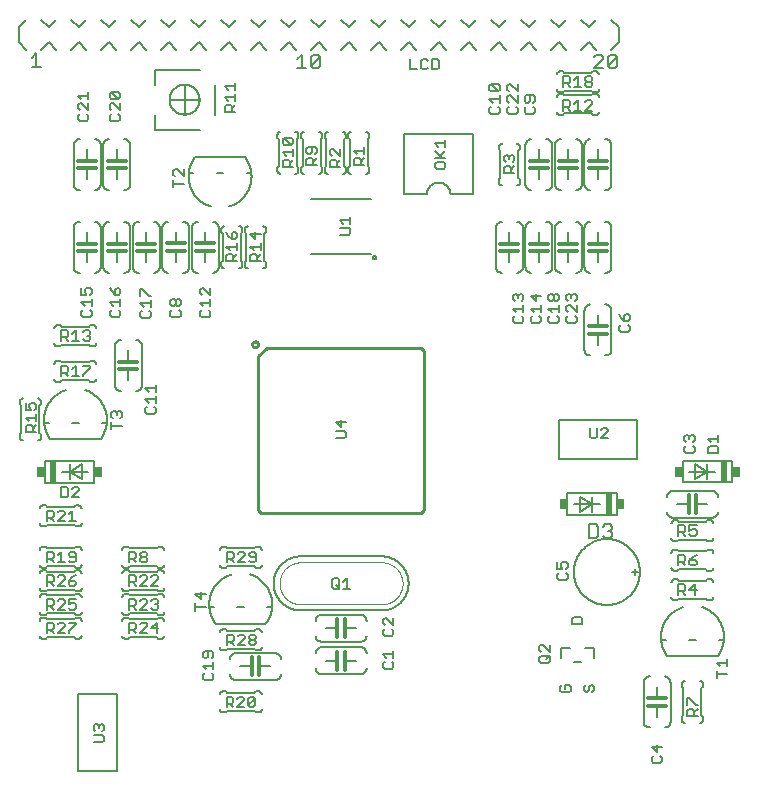
<source format=gto>
G75*
%MOIN*%
%OFA0B0*%
%FSLAX25Y25*%
%IPPOS*%
%LPD*%
%AMOC8*
5,1,8,0,0,1.08239X$1,22.5*
%
%ADD10C,0.00600*%
%ADD11C,0.00500*%
%ADD12C,0.01200*%
%ADD13R,0.02000X0.07362*%
%ADD14R,0.02500X0.03346*%
%ADD15C,0.00200*%
%ADD16C,0.01000*%
%ADD17C,0.00800*%
D10*
X0058039Y0086805D02*
X0059039Y0086805D01*
X0059539Y0087305D01*
X0068539Y0087305D01*
X0069039Y0086805D01*
X0070039Y0086805D01*
X0070099Y0086807D01*
X0070160Y0086812D01*
X0070219Y0086821D01*
X0070278Y0086834D01*
X0070337Y0086850D01*
X0070394Y0086870D01*
X0070449Y0086893D01*
X0070504Y0086920D01*
X0070556Y0086949D01*
X0070607Y0086982D01*
X0070656Y0087018D01*
X0070702Y0087056D01*
X0070746Y0087098D01*
X0070788Y0087142D01*
X0070826Y0087188D01*
X0070862Y0087237D01*
X0070895Y0087288D01*
X0070924Y0087340D01*
X0070951Y0087395D01*
X0070974Y0087450D01*
X0070994Y0087507D01*
X0071010Y0087566D01*
X0071023Y0087625D01*
X0071032Y0087684D01*
X0071037Y0087745D01*
X0071039Y0087805D01*
X0071039Y0092805D02*
X0071037Y0092865D01*
X0071032Y0092926D01*
X0071023Y0092985D01*
X0071010Y0093044D01*
X0070994Y0093103D01*
X0070974Y0093160D01*
X0070951Y0093215D01*
X0070924Y0093270D01*
X0070895Y0093322D01*
X0070862Y0093373D01*
X0070826Y0093422D01*
X0070788Y0093468D01*
X0070746Y0093512D01*
X0070702Y0093554D01*
X0070656Y0093592D01*
X0070607Y0093628D01*
X0070556Y0093661D01*
X0070504Y0093690D01*
X0070449Y0093717D01*
X0070394Y0093740D01*
X0070337Y0093760D01*
X0070278Y0093776D01*
X0070219Y0093789D01*
X0070160Y0093798D01*
X0070099Y0093803D01*
X0070039Y0093805D01*
X0069039Y0093805D01*
X0068539Y0093305D01*
X0059539Y0093305D01*
X0059039Y0093805D01*
X0058039Y0093805D01*
X0058039Y0094679D02*
X0059039Y0094679D01*
X0059539Y0095179D01*
X0068539Y0095179D01*
X0069039Y0094679D01*
X0070039Y0094679D01*
X0070099Y0094681D01*
X0070160Y0094686D01*
X0070219Y0094695D01*
X0070278Y0094708D01*
X0070337Y0094724D01*
X0070394Y0094744D01*
X0070449Y0094767D01*
X0070504Y0094794D01*
X0070556Y0094823D01*
X0070607Y0094856D01*
X0070656Y0094892D01*
X0070702Y0094930D01*
X0070746Y0094972D01*
X0070788Y0095016D01*
X0070826Y0095062D01*
X0070862Y0095111D01*
X0070895Y0095162D01*
X0070924Y0095214D01*
X0070951Y0095269D01*
X0070974Y0095324D01*
X0070994Y0095381D01*
X0071010Y0095440D01*
X0071023Y0095499D01*
X0071032Y0095558D01*
X0071037Y0095619D01*
X0071039Y0095679D01*
X0071039Y0100679D02*
X0071037Y0100739D01*
X0071032Y0100800D01*
X0071023Y0100859D01*
X0071010Y0100918D01*
X0070994Y0100977D01*
X0070974Y0101034D01*
X0070951Y0101089D01*
X0070924Y0101144D01*
X0070895Y0101196D01*
X0070862Y0101247D01*
X0070826Y0101296D01*
X0070788Y0101342D01*
X0070746Y0101386D01*
X0070702Y0101428D01*
X0070656Y0101466D01*
X0070607Y0101502D01*
X0070556Y0101535D01*
X0070504Y0101564D01*
X0070449Y0101591D01*
X0070394Y0101614D01*
X0070337Y0101634D01*
X0070278Y0101650D01*
X0070219Y0101663D01*
X0070160Y0101672D01*
X0070099Y0101677D01*
X0070039Y0101679D01*
X0069039Y0101679D01*
X0068539Y0101179D01*
X0059539Y0101179D01*
X0059039Y0101679D01*
X0058039Y0101679D01*
X0058039Y0102553D02*
X0059039Y0102553D01*
X0059539Y0103053D01*
X0068539Y0103053D01*
X0069039Y0102553D01*
X0070039Y0102553D01*
X0070099Y0102555D01*
X0070160Y0102560D01*
X0070219Y0102569D01*
X0070278Y0102582D01*
X0070337Y0102598D01*
X0070394Y0102618D01*
X0070449Y0102641D01*
X0070504Y0102668D01*
X0070556Y0102697D01*
X0070607Y0102730D01*
X0070656Y0102766D01*
X0070702Y0102804D01*
X0070746Y0102846D01*
X0070788Y0102890D01*
X0070826Y0102936D01*
X0070862Y0102985D01*
X0070895Y0103036D01*
X0070924Y0103088D01*
X0070951Y0103143D01*
X0070974Y0103198D01*
X0070994Y0103255D01*
X0071010Y0103314D01*
X0071023Y0103373D01*
X0071032Y0103432D01*
X0071037Y0103493D01*
X0071039Y0103553D01*
X0071039Y0108553D02*
X0071037Y0108613D01*
X0071032Y0108674D01*
X0071023Y0108733D01*
X0071010Y0108792D01*
X0070994Y0108851D01*
X0070974Y0108908D01*
X0070951Y0108963D01*
X0070924Y0109018D01*
X0070895Y0109070D01*
X0070862Y0109121D01*
X0070826Y0109170D01*
X0070788Y0109216D01*
X0070746Y0109260D01*
X0070702Y0109302D01*
X0070656Y0109340D01*
X0070607Y0109376D01*
X0070556Y0109409D01*
X0070504Y0109438D01*
X0070449Y0109465D01*
X0070394Y0109488D01*
X0070337Y0109508D01*
X0070278Y0109524D01*
X0070219Y0109537D01*
X0070160Y0109546D01*
X0070099Y0109551D01*
X0070039Y0109553D01*
X0069039Y0109553D01*
X0068539Y0109053D01*
X0059539Y0109053D01*
X0059039Y0109553D01*
X0058039Y0109553D01*
X0058039Y0110427D02*
X0059039Y0110427D01*
X0059539Y0110927D01*
X0068539Y0110927D01*
X0069039Y0110427D01*
X0070039Y0110427D01*
X0070099Y0110429D01*
X0070160Y0110434D01*
X0070219Y0110443D01*
X0070278Y0110456D01*
X0070337Y0110472D01*
X0070394Y0110492D01*
X0070449Y0110515D01*
X0070504Y0110542D01*
X0070556Y0110571D01*
X0070607Y0110604D01*
X0070656Y0110640D01*
X0070702Y0110678D01*
X0070746Y0110720D01*
X0070788Y0110764D01*
X0070826Y0110810D01*
X0070862Y0110859D01*
X0070895Y0110910D01*
X0070924Y0110962D01*
X0070951Y0111017D01*
X0070974Y0111072D01*
X0070994Y0111129D01*
X0071010Y0111188D01*
X0071023Y0111247D01*
X0071032Y0111306D01*
X0071037Y0111367D01*
X0071039Y0111427D01*
X0071039Y0116427D02*
X0071037Y0116487D01*
X0071032Y0116548D01*
X0071023Y0116607D01*
X0071010Y0116666D01*
X0070994Y0116725D01*
X0070974Y0116782D01*
X0070951Y0116837D01*
X0070924Y0116892D01*
X0070895Y0116944D01*
X0070862Y0116995D01*
X0070826Y0117044D01*
X0070788Y0117090D01*
X0070746Y0117134D01*
X0070702Y0117176D01*
X0070656Y0117214D01*
X0070607Y0117250D01*
X0070556Y0117283D01*
X0070504Y0117312D01*
X0070449Y0117339D01*
X0070394Y0117362D01*
X0070337Y0117382D01*
X0070278Y0117398D01*
X0070219Y0117411D01*
X0070160Y0117420D01*
X0070099Y0117425D01*
X0070039Y0117427D01*
X0069039Y0117427D01*
X0068539Y0116927D01*
X0059539Y0116927D01*
X0059039Y0117427D01*
X0058039Y0117427D01*
X0057979Y0117425D01*
X0057918Y0117420D01*
X0057859Y0117411D01*
X0057800Y0117398D01*
X0057741Y0117382D01*
X0057684Y0117362D01*
X0057629Y0117339D01*
X0057574Y0117312D01*
X0057522Y0117283D01*
X0057471Y0117250D01*
X0057422Y0117214D01*
X0057376Y0117176D01*
X0057332Y0117134D01*
X0057290Y0117090D01*
X0057252Y0117044D01*
X0057216Y0116995D01*
X0057183Y0116944D01*
X0057154Y0116892D01*
X0057127Y0116837D01*
X0057104Y0116782D01*
X0057084Y0116725D01*
X0057068Y0116666D01*
X0057055Y0116607D01*
X0057046Y0116548D01*
X0057041Y0116487D01*
X0057039Y0116427D01*
X0057039Y0111427D02*
X0057041Y0111367D01*
X0057046Y0111306D01*
X0057055Y0111247D01*
X0057068Y0111188D01*
X0057084Y0111129D01*
X0057104Y0111072D01*
X0057127Y0111017D01*
X0057154Y0110962D01*
X0057183Y0110910D01*
X0057216Y0110859D01*
X0057252Y0110810D01*
X0057290Y0110764D01*
X0057332Y0110720D01*
X0057376Y0110678D01*
X0057422Y0110640D01*
X0057471Y0110604D01*
X0057522Y0110571D01*
X0057574Y0110542D01*
X0057629Y0110515D01*
X0057684Y0110492D01*
X0057741Y0110472D01*
X0057800Y0110456D01*
X0057859Y0110443D01*
X0057918Y0110434D01*
X0057979Y0110429D01*
X0058039Y0110427D01*
X0058039Y0109553D02*
X0057979Y0109551D01*
X0057918Y0109546D01*
X0057859Y0109537D01*
X0057800Y0109524D01*
X0057741Y0109508D01*
X0057684Y0109488D01*
X0057629Y0109465D01*
X0057574Y0109438D01*
X0057522Y0109409D01*
X0057471Y0109376D01*
X0057422Y0109340D01*
X0057376Y0109302D01*
X0057332Y0109260D01*
X0057290Y0109216D01*
X0057252Y0109170D01*
X0057216Y0109121D01*
X0057183Y0109070D01*
X0057154Y0109018D01*
X0057127Y0108963D01*
X0057104Y0108908D01*
X0057084Y0108851D01*
X0057068Y0108792D01*
X0057055Y0108733D01*
X0057046Y0108674D01*
X0057041Y0108613D01*
X0057039Y0108553D01*
X0057039Y0103553D02*
X0057041Y0103493D01*
X0057046Y0103432D01*
X0057055Y0103373D01*
X0057068Y0103314D01*
X0057084Y0103255D01*
X0057104Y0103198D01*
X0057127Y0103143D01*
X0057154Y0103088D01*
X0057183Y0103036D01*
X0057216Y0102985D01*
X0057252Y0102936D01*
X0057290Y0102890D01*
X0057332Y0102846D01*
X0057376Y0102804D01*
X0057422Y0102766D01*
X0057471Y0102730D01*
X0057522Y0102697D01*
X0057574Y0102668D01*
X0057629Y0102641D01*
X0057684Y0102618D01*
X0057741Y0102598D01*
X0057800Y0102582D01*
X0057859Y0102569D01*
X0057918Y0102560D01*
X0057979Y0102555D01*
X0058039Y0102553D01*
X0058039Y0101679D02*
X0057979Y0101677D01*
X0057918Y0101672D01*
X0057859Y0101663D01*
X0057800Y0101650D01*
X0057741Y0101634D01*
X0057684Y0101614D01*
X0057629Y0101591D01*
X0057574Y0101564D01*
X0057522Y0101535D01*
X0057471Y0101502D01*
X0057422Y0101466D01*
X0057376Y0101428D01*
X0057332Y0101386D01*
X0057290Y0101342D01*
X0057252Y0101296D01*
X0057216Y0101247D01*
X0057183Y0101196D01*
X0057154Y0101144D01*
X0057127Y0101089D01*
X0057104Y0101034D01*
X0057084Y0100977D01*
X0057068Y0100918D01*
X0057055Y0100859D01*
X0057046Y0100800D01*
X0057041Y0100739D01*
X0057039Y0100679D01*
X0057039Y0095679D02*
X0057041Y0095619D01*
X0057046Y0095558D01*
X0057055Y0095499D01*
X0057068Y0095440D01*
X0057084Y0095381D01*
X0057104Y0095324D01*
X0057127Y0095269D01*
X0057154Y0095214D01*
X0057183Y0095162D01*
X0057216Y0095111D01*
X0057252Y0095062D01*
X0057290Y0095016D01*
X0057332Y0094972D01*
X0057376Y0094930D01*
X0057422Y0094892D01*
X0057471Y0094856D01*
X0057522Y0094823D01*
X0057574Y0094794D01*
X0057629Y0094767D01*
X0057684Y0094744D01*
X0057741Y0094724D01*
X0057800Y0094708D01*
X0057859Y0094695D01*
X0057918Y0094686D01*
X0057979Y0094681D01*
X0058039Y0094679D01*
X0058039Y0093805D02*
X0057979Y0093803D01*
X0057918Y0093798D01*
X0057859Y0093789D01*
X0057800Y0093776D01*
X0057741Y0093760D01*
X0057684Y0093740D01*
X0057629Y0093717D01*
X0057574Y0093690D01*
X0057522Y0093661D01*
X0057471Y0093628D01*
X0057422Y0093592D01*
X0057376Y0093554D01*
X0057332Y0093512D01*
X0057290Y0093468D01*
X0057252Y0093422D01*
X0057216Y0093373D01*
X0057183Y0093322D01*
X0057154Y0093270D01*
X0057127Y0093215D01*
X0057104Y0093160D01*
X0057084Y0093103D01*
X0057068Y0093044D01*
X0057055Y0092985D01*
X0057046Y0092926D01*
X0057041Y0092865D01*
X0057039Y0092805D01*
X0057039Y0087805D02*
X0057041Y0087745D01*
X0057046Y0087684D01*
X0057055Y0087625D01*
X0057068Y0087566D01*
X0057084Y0087507D01*
X0057104Y0087450D01*
X0057127Y0087395D01*
X0057154Y0087340D01*
X0057183Y0087288D01*
X0057216Y0087237D01*
X0057252Y0087188D01*
X0057290Y0087142D01*
X0057332Y0087098D01*
X0057376Y0087056D01*
X0057422Y0087018D01*
X0057471Y0086982D01*
X0057522Y0086949D01*
X0057574Y0086920D01*
X0057629Y0086893D01*
X0057684Y0086870D01*
X0057741Y0086850D01*
X0057800Y0086834D01*
X0057859Y0086821D01*
X0057918Y0086812D01*
X0057979Y0086807D01*
X0058039Y0086805D01*
X0085598Y0086805D02*
X0086598Y0086805D01*
X0087098Y0087305D01*
X0096098Y0087305D01*
X0096598Y0086805D01*
X0097598Y0086805D01*
X0097658Y0086807D01*
X0097719Y0086812D01*
X0097778Y0086821D01*
X0097837Y0086834D01*
X0097896Y0086850D01*
X0097953Y0086870D01*
X0098008Y0086893D01*
X0098063Y0086920D01*
X0098115Y0086949D01*
X0098166Y0086982D01*
X0098215Y0087018D01*
X0098261Y0087056D01*
X0098305Y0087098D01*
X0098347Y0087142D01*
X0098385Y0087188D01*
X0098421Y0087237D01*
X0098454Y0087288D01*
X0098483Y0087340D01*
X0098510Y0087395D01*
X0098533Y0087450D01*
X0098553Y0087507D01*
X0098569Y0087566D01*
X0098582Y0087625D01*
X0098591Y0087684D01*
X0098596Y0087745D01*
X0098598Y0087805D01*
X0098598Y0092805D02*
X0098596Y0092865D01*
X0098591Y0092926D01*
X0098582Y0092985D01*
X0098569Y0093044D01*
X0098553Y0093103D01*
X0098533Y0093160D01*
X0098510Y0093215D01*
X0098483Y0093270D01*
X0098454Y0093322D01*
X0098421Y0093373D01*
X0098385Y0093422D01*
X0098347Y0093468D01*
X0098305Y0093512D01*
X0098261Y0093554D01*
X0098215Y0093592D01*
X0098166Y0093628D01*
X0098115Y0093661D01*
X0098063Y0093690D01*
X0098008Y0093717D01*
X0097953Y0093740D01*
X0097896Y0093760D01*
X0097837Y0093776D01*
X0097778Y0093789D01*
X0097719Y0093798D01*
X0097658Y0093803D01*
X0097598Y0093805D01*
X0096598Y0093805D01*
X0096098Y0093305D01*
X0087098Y0093305D01*
X0086598Y0093805D01*
X0085598Y0093805D01*
X0085598Y0094679D02*
X0086598Y0094679D01*
X0087098Y0095179D01*
X0096098Y0095179D01*
X0096598Y0094679D01*
X0097598Y0094679D01*
X0097658Y0094681D01*
X0097719Y0094686D01*
X0097778Y0094695D01*
X0097837Y0094708D01*
X0097896Y0094724D01*
X0097953Y0094744D01*
X0098008Y0094767D01*
X0098063Y0094794D01*
X0098115Y0094823D01*
X0098166Y0094856D01*
X0098215Y0094892D01*
X0098261Y0094930D01*
X0098305Y0094972D01*
X0098347Y0095016D01*
X0098385Y0095062D01*
X0098421Y0095111D01*
X0098454Y0095162D01*
X0098483Y0095214D01*
X0098510Y0095269D01*
X0098533Y0095324D01*
X0098553Y0095381D01*
X0098569Y0095440D01*
X0098582Y0095499D01*
X0098591Y0095558D01*
X0098596Y0095619D01*
X0098598Y0095679D01*
X0098598Y0100679D02*
X0098596Y0100739D01*
X0098591Y0100800D01*
X0098582Y0100859D01*
X0098569Y0100918D01*
X0098553Y0100977D01*
X0098533Y0101034D01*
X0098510Y0101089D01*
X0098483Y0101144D01*
X0098454Y0101196D01*
X0098421Y0101247D01*
X0098385Y0101296D01*
X0098347Y0101342D01*
X0098305Y0101386D01*
X0098261Y0101428D01*
X0098215Y0101466D01*
X0098166Y0101502D01*
X0098115Y0101535D01*
X0098063Y0101564D01*
X0098008Y0101591D01*
X0097953Y0101614D01*
X0097896Y0101634D01*
X0097837Y0101650D01*
X0097778Y0101663D01*
X0097719Y0101672D01*
X0097658Y0101677D01*
X0097598Y0101679D01*
X0096598Y0101679D01*
X0096098Y0101179D01*
X0087098Y0101179D01*
X0086598Y0101679D01*
X0085598Y0101679D01*
X0085598Y0102553D02*
X0086598Y0102553D01*
X0087098Y0103053D01*
X0096098Y0103053D01*
X0096598Y0102553D01*
X0097598Y0102553D01*
X0097658Y0102555D01*
X0097719Y0102560D01*
X0097778Y0102569D01*
X0097837Y0102582D01*
X0097896Y0102598D01*
X0097953Y0102618D01*
X0098008Y0102641D01*
X0098063Y0102668D01*
X0098115Y0102697D01*
X0098166Y0102730D01*
X0098215Y0102766D01*
X0098261Y0102804D01*
X0098305Y0102846D01*
X0098347Y0102890D01*
X0098385Y0102936D01*
X0098421Y0102985D01*
X0098454Y0103036D01*
X0098483Y0103088D01*
X0098510Y0103143D01*
X0098533Y0103198D01*
X0098553Y0103255D01*
X0098569Y0103314D01*
X0098582Y0103373D01*
X0098591Y0103432D01*
X0098596Y0103493D01*
X0098598Y0103553D01*
X0098598Y0108553D02*
X0098596Y0108613D01*
X0098591Y0108674D01*
X0098582Y0108733D01*
X0098569Y0108792D01*
X0098553Y0108851D01*
X0098533Y0108908D01*
X0098510Y0108963D01*
X0098483Y0109018D01*
X0098454Y0109070D01*
X0098421Y0109121D01*
X0098385Y0109170D01*
X0098347Y0109216D01*
X0098305Y0109260D01*
X0098261Y0109302D01*
X0098215Y0109340D01*
X0098166Y0109376D01*
X0098115Y0109409D01*
X0098063Y0109438D01*
X0098008Y0109465D01*
X0097953Y0109488D01*
X0097896Y0109508D01*
X0097837Y0109524D01*
X0097778Y0109537D01*
X0097719Y0109546D01*
X0097658Y0109551D01*
X0097598Y0109553D01*
X0096598Y0109553D01*
X0096098Y0109053D01*
X0087098Y0109053D01*
X0086598Y0109553D01*
X0085598Y0109553D01*
X0085598Y0110427D02*
X0086598Y0110427D01*
X0087098Y0110927D01*
X0096098Y0110927D01*
X0096598Y0110427D01*
X0097598Y0110427D01*
X0097658Y0110429D01*
X0097719Y0110434D01*
X0097778Y0110443D01*
X0097837Y0110456D01*
X0097896Y0110472D01*
X0097953Y0110492D01*
X0098008Y0110515D01*
X0098063Y0110542D01*
X0098115Y0110571D01*
X0098166Y0110604D01*
X0098215Y0110640D01*
X0098261Y0110678D01*
X0098305Y0110720D01*
X0098347Y0110764D01*
X0098385Y0110810D01*
X0098421Y0110859D01*
X0098454Y0110910D01*
X0098483Y0110962D01*
X0098510Y0111017D01*
X0098533Y0111072D01*
X0098553Y0111129D01*
X0098569Y0111188D01*
X0098582Y0111247D01*
X0098591Y0111306D01*
X0098596Y0111367D01*
X0098598Y0111427D01*
X0098598Y0116427D02*
X0098596Y0116487D01*
X0098591Y0116548D01*
X0098582Y0116607D01*
X0098569Y0116666D01*
X0098553Y0116725D01*
X0098533Y0116782D01*
X0098510Y0116837D01*
X0098483Y0116892D01*
X0098454Y0116944D01*
X0098421Y0116995D01*
X0098385Y0117044D01*
X0098347Y0117090D01*
X0098305Y0117134D01*
X0098261Y0117176D01*
X0098215Y0117214D01*
X0098166Y0117250D01*
X0098115Y0117283D01*
X0098063Y0117312D01*
X0098008Y0117339D01*
X0097953Y0117362D01*
X0097896Y0117382D01*
X0097837Y0117398D01*
X0097778Y0117411D01*
X0097719Y0117420D01*
X0097658Y0117425D01*
X0097598Y0117427D01*
X0096598Y0117427D01*
X0096098Y0116927D01*
X0087098Y0116927D01*
X0086598Y0117427D01*
X0085598Y0117427D01*
X0085538Y0117425D01*
X0085477Y0117420D01*
X0085418Y0117411D01*
X0085359Y0117398D01*
X0085300Y0117382D01*
X0085243Y0117362D01*
X0085188Y0117339D01*
X0085133Y0117312D01*
X0085081Y0117283D01*
X0085030Y0117250D01*
X0084981Y0117214D01*
X0084935Y0117176D01*
X0084891Y0117134D01*
X0084849Y0117090D01*
X0084811Y0117044D01*
X0084775Y0116995D01*
X0084742Y0116944D01*
X0084713Y0116892D01*
X0084686Y0116837D01*
X0084663Y0116782D01*
X0084643Y0116725D01*
X0084627Y0116666D01*
X0084614Y0116607D01*
X0084605Y0116548D01*
X0084600Y0116487D01*
X0084598Y0116427D01*
X0084598Y0111427D02*
X0084600Y0111367D01*
X0084605Y0111306D01*
X0084614Y0111247D01*
X0084627Y0111188D01*
X0084643Y0111129D01*
X0084663Y0111072D01*
X0084686Y0111017D01*
X0084713Y0110962D01*
X0084742Y0110910D01*
X0084775Y0110859D01*
X0084811Y0110810D01*
X0084849Y0110764D01*
X0084891Y0110720D01*
X0084935Y0110678D01*
X0084981Y0110640D01*
X0085030Y0110604D01*
X0085081Y0110571D01*
X0085133Y0110542D01*
X0085188Y0110515D01*
X0085243Y0110492D01*
X0085300Y0110472D01*
X0085359Y0110456D01*
X0085418Y0110443D01*
X0085477Y0110434D01*
X0085538Y0110429D01*
X0085598Y0110427D01*
X0085598Y0109553D02*
X0085538Y0109551D01*
X0085477Y0109546D01*
X0085418Y0109537D01*
X0085359Y0109524D01*
X0085300Y0109508D01*
X0085243Y0109488D01*
X0085188Y0109465D01*
X0085133Y0109438D01*
X0085081Y0109409D01*
X0085030Y0109376D01*
X0084981Y0109340D01*
X0084935Y0109302D01*
X0084891Y0109260D01*
X0084849Y0109216D01*
X0084811Y0109170D01*
X0084775Y0109121D01*
X0084742Y0109070D01*
X0084713Y0109018D01*
X0084686Y0108963D01*
X0084663Y0108908D01*
X0084643Y0108851D01*
X0084627Y0108792D01*
X0084614Y0108733D01*
X0084605Y0108674D01*
X0084600Y0108613D01*
X0084598Y0108553D01*
X0084598Y0103553D02*
X0084600Y0103493D01*
X0084605Y0103432D01*
X0084614Y0103373D01*
X0084627Y0103314D01*
X0084643Y0103255D01*
X0084663Y0103198D01*
X0084686Y0103143D01*
X0084713Y0103088D01*
X0084742Y0103036D01*
X0084775Y0102985D01*
X0084811Y0102936D01*
X0084849Y0102890D01*
X0084891Y0102846D01*
X0084935Y0102804D01*
X0084981Y0102766D01*
X0085030Y0102730D01*
X0085081Y0102697D01*
X0085133Y0102668D01*
X0085188Y0102641D01*
X0085243Y0102618D01*
X0085300Y0102598D01*
X0085359Y0102582D01*
X0085418Y0102569D01*
X0085477Y0102560D01*
X0085538Y0102555D01*
X0085598Y0102553D01*
X0085598Y0101679D02*
X0085538Y0101677D01*
X0085477Y0101672D01*
X0085418Y0101663D01*
X0085359Y0101650D01*
X0085300Y0101634D01*
X0085243Y0101614D01*
X0085188Y0101591D01*
X0085133Y0101564D01*
X0085081Y0101535D01*
X0085030Y0101502D01*
X0084981Y0101466D01*
X0084935Y0101428D01*
X0084891Y0101386D01*
X0084849Y0101342D01*
X0084811Y0101296D01*
X0084775Y0101247D01*
X0084742Y0101196D01*
X0084713Y0101144D01*
X0084686Y0101089D01*
X0084663Y0101034D01*
X0084643Y0100977D01*
X0084627Y0100918D01*
X0084614Y0100859D01*
X0084605Y0100800D01*
X0084600Y0100739D01*
X0084598Y0100679D01*
X0084598Y0095679D02*
X0084600Y0095619D01*
X0084605Y0095558D01*
X0084614Y0095499D01*
X0084627Y0095440D01*
X0084643Y0095381D01*
X0084663Y0095324D01*
X0084686Y0095269D01*
X0084713Y0095214D01*
X0084742Y0095162D01*
X0084775Y0095111D01*
X0084811Y0095062D01*
X0084849Y0095016D01*
X0084891Y0094972D01*
X0084935Y0094930D01*
X0084981Y0094892D01*
X0085030Y0094856D01*
X0085081Y0094823D01*
X0085133Y0094794D01*
X0085188Y0094767D01*
X0085243Y0094744D01*
X0085300Y0094724D01*
X0085359Y0094708D01*
X0085418Y0094695D01*
X0085477Y0094686D01*
X0085538Y0094681D01*
X0085598Y0094679D01*
X0085598Y0093805D02*
X0085538Y0093803D01*
X0085477Y0093798D01*
X0085418Y0093789D01*
X0085359Y0093776D01*
X0085300Y0093760D01*
X0085243Y0093740D01*
X0085188Y0093717D01*
X0085133Y0093690D01*
X0085081Y0093661D01*
X0085030Y0093628D01*
X0084981Y0093592D01*
X0084935Y0093554D01*
X0084891Y0093512D01*
X0084849Y0093468D01*
X0084811Y0093422D01*
X0084775Y0093373D01*
X0084742Y0093322D01*
X0084713Y0093270D01*
X0084686Y0093215D01*
X0084663Y0093160D01*
X0084643Y0093103D01*
X0084627Y0093044D01*
X0084614Y0092985D01*
X0084605Y0092926D01*
X0084600Y0092865D01*
X0084598Y0092805D01*
X0084598Y0087805D02*
X0084600Y0087745D01*
X0084605Y0087684D01*
X0084614Y0087625D01*
X0084627Y0087566D01*
X0084643Y0087507D01*
X0084663Y0087450D01*
X0084686Y0087395D01*
X0084713Y0087340D01*
X0084742Y0087288D01*
X0084775Y0087237D01*
X0084811Y0087188D01*
X0084849Y0087142D01*
X0084891Y0087098D01*
X0084935Y0087056D01*
X0084981Y0087018D01*
X0085030Y0086982D01*
X0085081Y0086949D01*
X0085133Y0086920D01*
X0085188Y0086893D01*
X0085243Y0086870D01*
X0085300Y0086850D01*
X0085359Y0086834D01*
X0085418Y0086821D01*
X0085477Y0086812D01*
X0085538Y0086807D01*
X0085598Y0086805D01*
X0117079Y0088868D02*
X0117081Y0088928D01*
X0117086Y0088989D01*
X0117095Y0089048D01*
X0117108Y0089107D01*
X0117124Y0089166D01*
X0117144Y0089223D01*
X0117167Y0089278D01*
X0117194Y0089333D01*
X0117223Y0089385D01*
X0117256Y0089436D01*
X0117292Y0089485D01*
X0117330Y0089531D01*
X0117372Y0089575D01*
X0117416Y0089617D01*
X0117462Y0089655D01*
X0117511Y0089691D01*
X0117562Y0089724D01*
X0117614Y0089753D01*
X0117669Y0089780D01*
X0117724Y0089803D01*
X0117781Y0089823D01*
X0117840Y0089839D01*
X0117899Y0089852D01*
X0117958Y0089861D01*
X0118019Y0089866D01*
X0118079Y0089868D01*
X0119079Y0089868D01*
X0119579Y0089368D01*
X0128579Y0089368D01*
X0129079Y0089868D01*
X0130079Y0089868D01*
X0130139Y0089866D01*
X0130200Y0089861D01*
X0130259Y0089852D01*
X0130318Y0089839D01*
X0130377Y0089823D01*
X0130434Y0089803D01*
X0130489Y0089780D01*
X0130544Y0089753D01*
X0130596Y0089724D01*
X0130647Y0089691D01*
X0130696Y0089655D01*
X0130742Y0089617D01*
X0130786Y0089575D01*
X0130828Y0089531D01*
X0130866Y0089485D01*
X0130902Y0089436D01*
X0130935Y0089385D01*
X0130964Y0089333D01*
X0130991Y0089278D01*
X0131014Y0089223D01*
X0131034Y0089166D01*
X0131050Y0089107D01*
X0131063Y0089048D01*
X0131072Y0088989D01*
X0131077Y0088928D01*
X0131079Y0088868D01*
X0131079Y0083868D02*
X0131077Y0083808D01*
X0131072Y0083747D01*
X0131063Y0083688D01*
X0131050Y0083629D01*
X0131034Y0083570D01*
X0131014Y0083513D01*
X0130991Y0083458D01*
X0130964Y0083403D01*
X0130935Y0083351D01*
X0130902Y0083300D01*
X0130866Y0083251D01*
X0130828Y0083205D01*
X0130786Y0083161D01*
X0130742Y0083119D01*
X0130696Y0083081D01*
X0130647Y0083045D01*
X0130596Y0083012D01*
X0130544Y0082983D01*
X0130489Y0082956D01*
X0130434Y0082933D01*
X0130377Y0082913D01*
X0130318Y0082897D01*
X0130259Y0082884D01*
X0130200Y0082875D01*
X0130139Y0082870D01*
X0130079Y0082868D01*
X0129079Y0082868D01*
X0128579Y0083368D01*
X0119579Y0083368D01*
X0119079Y0082868D01*
X0118079Y0082868D01*
X0118019Y0082870D01*
X0117958Y0082875D01*
X0117899Y0082884D01*
X0117840Y0082897D01*
X0117781Y0082913D01*
X0117724Y0082933D01*
X0117669Y0082956D01*
X0117614Y0082983D01*
X0117562Y0083012D01*
X0117511Y0083045D01*
X0117462Y0083081D01*
X0117416Y0083119D01*
X0117372Y0083161D01*
X0117330Y0083205D01*
X0117292Y0083251D01*
X0117256Y0083300D01*
X0117223Y0083351D01*
X0117194Y0083403D01*
X0117167Y0083458D01*
X0117144Y0083513D01*
X0117124Y0083570D01*
X0117108Y0083629D01*
X0117095Y0083688D01*
X0117086Y0083747D01*
X0117081Y0083808D01*
X0117079Y0083868D01*
X0122500Y0082010D02*
X0135500Y0082010D01*
X0135587Y0082008D01*
X0135674Y0082002D01*
X0135761Y0081993D01*
X0135847Y0081980D01*
X0135933Y0081963D01*
X0136018Y0081942D01*
X0136101Y0081917D01*
X0136184Y0081889D01*
X0136265Y0081858D01*
X0136345Y0081823D01*
X0136423Y0081784D01*
X0136500Y0081742D01*
X0136575Y0081697D01*
X0136647Y0081648D01*
X0136718Y0081597D01*
X0136786Y0081542D01*
X0136851Y0081485D01*
X0136914Y0081424D01*
X0136975Y0081361D01*
X0137032Y0081296D01*
X0137087Y0081228D01*
X0137138Y0081157D01*
X0137187Y0081085D01*
X0137232Y0081010D01*
X0137274Y0080933D01*
X0137313Y0080855D01*
X0137348Y0080775D01*
X0137379Y0080694D01*
X0137407Y0080611D01*
X0137432Y0080528D01*
X0137453Y0080443D01*
X0137470Y0080357D01*
X0137483Y0080271D01*
X0137492Y0080184D01*
X0137498Y0080097D01*
X0137500Y0080010D01*
X0134000Y0077510D02*
X0130300Y0077510D01*
X0127800Y0077510D02*
X0124000Y0077510D01*
X0120500Y0080010D02*
X0120502Y0080097D01*
X0120508Y0080184D01*
X0120517Y0080271D01*
X0120530Y0080357D01*
X0120547Y0080443D01*
X0120568Y0080528D01*
X0120593Y0080611D01*
X0120621Y0080694D01*
X0120652Y0080775D01*
X0120687Y0080855D01*
X0120726Y0080933D01*
X0120768Y0081010D01*
X0120813Y0081085D01*
X0120862Y0081157D01*
X0120913Y0081228D01*
X0120968Y0081296D01*
X0121025Y0081361D01*
X0121086Y0081424D01*
X0121149Y0081485D01*
X0121214Y0081542D01*
X0121282Y0081597D01*
X0121353Y0081648D01*
X0121425Y0081697D01*
X0121500Y0081742D01*
X0121577Y0081784D01*
X0121655Y0081823D01*
X0121735Y0081858D01*
X0121816Y0081889D01*
X0121899Y0081917D01*
X0121982Y0081942D01*
X0122067Y0081963D01*
X0122153Y0081980D01*
X0122239Y0081993D01*
X0122326Y0082002D01*
X0122413Y0082008D01*
X0122500Y0082010D01*
X0120500Y0075010D02*
X0120502Y0074923D01*
X0120508Y0074836D01*
X0120517Y0074749D01*
X0120530Y0074663D01*
X0120547Y0074577D01*
X0120568Y0074492D01*
X0120593Y0074409D01*
X0120621Y0074326D01*
X0120652Y0074245D01*
X0120687Y0074165D01*
X0120726Y0074087D01*
X0120768Y0074010D01*
X0120813Y0073935D01*
X0120862Y0073863D01*
X0120913Y0073792D01*
X0120968Y0073724D01*
X0121025Y0073659D01*
X0121086Y0073596D01*
X0121149Y0073535D01*
X0121214Y0073478D01*
X0121282Y0073423D01*
X0121353Y0073372D01*
X0121425Y0073323D01*
X0121500Y0073278D01*
X0121577Y0073236D01*
X0121655Y0073197D01*
X0121735Y0073162D01*
X0121816Y0073131D01*
X0121899Y0073103D01*
X0121982Y0073078D01*
X0122067Y0073057D01*
X0122153Y0073040D01*
X0122239Y0073027D01*
X0122326Y0073018D01*
X0122413Y0073012D01*
X0122500Y0073010D01*
X0135500Y0073010D01*
X0135587Y0073012D01*
X0135674Y0073018D01*
X0135761Y0073027D01*
X0135847Y0073040D01*
X0135933Y0073057D01*
X0136018Y0073078D01*
X0136101Y0073103D01*
X0136184Y0073131D01*
X0136265Y0073162D01*
X0136345Y0073197D01*
X0136423Y0073236D01*
X0136500Y0073278D01*
X0136575Y0073323D01*
X0136647Y0073372D01*
X0136718Y0073423D01*
X0136786Y0073478D01*
X0136851Y0073535D01*
X0136914Y0073596D01*
X0136975Y0073659D01*
X0137032Y0073724D01*
X0137087Y0073792D01*
X0137138Y0073863D01*
X0137187Y0073935D01*
X0137232Y0074010D01*
X0137274Y0074087D01*
X0137313Y0074165D01*
X0137348Y0074245D01*
X0137379Y0074326D01*
X0137407Y0074409D01*
X0137432Y0074492D01*
X0137453Y0074577D01*
X0137470Y0074663D01*
X0137483Y0074749D01*
X0137492Y0074836D01*
X0137498Y0074923D01*
X0137500Y0075010D01*
X0130079Y0069199D02*
X0129079Y0069199D01*
X0128579Y0068699D01*
X0119579Y0068699D01*
X0119079Y0069199D01*
X0118079Y0069199D01*
X0118019Y0069197D01*
X0117958Y0069192D01*
X0117899Y0069183D01*
X0117840Y0069170D01*
X0117781Y0069154D01*
X0117724Y0069134D01*
X0117669Y0069111D01*
X0117614Y0069084D01*
X0117562Y0069055D01*
X0117511Y0069022D01*
X0117462Y0068986D01*
X0117416Y0068948D01*
X0117372Y0068906D01*
X0117330Y0068862D01*
X0117292Y0068816D01*
X0117256Y0068767D01*
X0117223Y0068716D01*
X0117194Y0068664D01*
X0117167Y0068609D01*
X0117144Y0068554D01*
X0117124Y0068497D01*
X0117108Y0068438D01*
X0117095Y0068379D01*
X0117086Y0068320D01*
X0117081Y0068259D01*
X0117079Y0068199D01*
X0117079Y0063199D02*
X0117081Y0063139D01*
X0117086Y0063078D01*
X0117095Y0063019D01*
X0117108Y0062960D01*
X0117124Y0062901D01*
X0117144Y0062844D01*
X0117167Y0062789D01*
X0117194Y0062734D01*
X0117223Y0062682D01*
X0117256Y0062631D01*
X0117292Y0062582D01*
X0117330Y0062536D01*
X0117372Y0062492D01*
X0117416Y0062450D01*
X0117462Y0062412D01*
X0117511Y0062376D01*
X0117562Y0062343D01*
X0117614Y0062314D01*
X0117669Y0062287D01*
X0117724Y0062264D01*
X0117781Y0062244D01*
X0117840Y0062228D01*
X0117899Y0062215D01*
X0117958Y0062206D01*
X0118019Y0062201D01*
X0118079Y0062199D01*
X0119079Y0062199D01*
X0119579Y0062699D01*
X0128579Y0062699D01*
X0129079Y0062199D01*
X0130079Y0062199D01*
X0130139Y0062201D01*
X0130200Y0062206D01*
X0130259Y0062215D01*
X0130318Y0062228D01*
X0130377Y0062244D01*
X0130434Y0062264D01*
X0130489Y0062287D01*
X0130544Y0062314D01*
X0130596Y0062343D01*
X0130647Y0062376D01*
X0130696Y0062412D01*
X0130742Y0062450D01*
X0130786Y0062492D01*
X0130828Y0062536D01*
X0130866Y0062582D01*
X0130902Y0062631D01*
X0130935Y0062682D01*
X0130964Y0062734D01*
X0130991Y0062789D01*
X0131014Y0062844D01*
X0131034Y0062901D01*
X0131050Y0062960D01*
X0131063Y0063019D01*
X0131072Y0063078D01*
X0131077Y0063139D01*
X0131079Y0063199D01*
X0131079Y0068199D02*
X0131077Y0068259D01*
X0131072Y0068320D01*
X0131063Y0068379D01*
X0131050Y0068438D01*
X0131034Y0068497D01*
X0131014Y0068554D01*
X0130991Y0068609D01*
X0130964Y0068664D01*
X0130935Y0068716D01*
X0130902Y0068767D01*
X0130866Y0068816D01*
X0130828Y0068862D01*
X0130786Y0068906D01*
X0130742Y0068948D01*
X0130696Y0068986D01*
X0130647Y0069022D01*
X0130596Y0069055D01*
X0130544Y0069084D01*
X0130489Y0069111D01*
X0130434Y0069134D01*
X0130377Y0069154D01*
X0130318Y0069170D01*
X0130259Y0069183D01*
X0130200Y0069192D01*
X0130139Y0069197D01*
X0130079Y0069199D01*
X0151043Y0074978D02*
X0164043Y0074978D01*
X0164130Y0074980D01*
X0164217Y0074986D01*
X0164304Y0074995D01*
X0164390Y0075008D01*
X0164476Y0075025D01*
X0164561Y0075046D01*
X0164644Y0075071D01*
X0164727Y0075099D01*
X0164808Y0075130D01*
X0164888Y0075165D01*
X0164966Y0075204D01*
X0165043Y0075246D01*
X0165118Y0075291D01*
X0165190Y0075340D01*
X0165261Y0075391D01*
X0165329Y0075446D01*
X0165394Y0075503D01*
X0165457Y0075564D01*
X0165518Y0075627D01*
X0165575Y0075692D01*
X0165630Y0075760D01*
X0165681Y0075831D01*
X0165730Y0075903D01*
X0165775Y0075978D01*
X0165817Y0076055D01*
X0165856Y0076133D01*
X0165891Y0076213D01*
X0165922Y0076294D01*
X0165950Y0076377D01*
X0165975Y0076460D01*
X0165996Y0076545D01*
X0166013Y0076631D01*
X0166026Y0076717D01*
X0166035Y0076804D01*
X0166041Y0076891D01*
X0166043Y0076978D01*
X0162543Y0079478D02*
X0158743Y0079478D01*
X0156243Y0079478D02*
X0152543Y0079478D01*
X0149043Y0076978D02*
X0149045Y0076891D01*
X0149051Y0076804D01*
X0149060Y0076717D01*
X0149073Y0076631D01*
X0149090Y0076545D01*
X0149111Y0076460D01*
X0149136Y0076377D01*
X0149164Y0076294D01*
X0149195Y0076213D01*
X0149230Y0076133D01*
X0149269Y0076055D01*
X0149311Y0075978D01*
X0149356Y0075903D01*
X0149405Y0075831D01*
X0149456Y0075760D01*
X0149511Y0075692D01*
X0149568Y0075627D01*
X0149629Y0075564D01*
X0149692Y0075503D01*
X0149757Y0075446D01*
X0149825Y0075391D01*
X0149896Y0075340D01*
X0149968Y0075291D01*
X0150043Y0075246D01*
X0150120Y0075204D01*
X0150198Y0075165D01*
X0150278Y0075130D01*
X0150359Y0075099D01*
X0150442Y0075071D01*
X0150525Y0075046D01*
X0150610Y0075025D01*
X0150696Y0075008D01*
X0150782Y0074995D01*
X0150869Y0074986D01*
X0150956Y0074980D01*
X0151043Y0074978D01*
X0149043Y0081978D02*
X0149045Y0082065D01*
X0149051Y0082152D01*
X0149060Y0082239D01*
X0149073Y0082325D01*
X0149090Y0082411D01*
X0149111Y0082496D01*
X0149136Y0082579D01*
X0149164Y0082662D01*
X0149195Y0082743D01*
X0149230Y0082823D01*
X0149269Y0082901D01*
X0149311Y0082978D01*
X0149356Y0083053D01*
X0149405Y0083125D01*
X0149456Y0083196D01*
X0149511Y0083264D01*
X0149568Y0083329D01*
X0149629Y0083392D01*
X0149692Y0083453D01*
X0149757Y0083510D01*
X0149825Y0083565D01*
X0149896Y0083616D01*
X0149968Y0083665D01*
X0150043Y0083710D01*
X0150120Y0083752D01*
X0150198Y0083791D01*
X0150278Y0083826D01*
X0150359Y0083857D01*
X0150442Y0083885D01*
X0150525Y0083910D01*
X0150610Y0083931D01*
X0150696Y0083948D01*
X0150782Y0083961D01*
X0150869Y0083970D01*
X0150956Y0083976D01*
X0151043Y0083978D01*
X0164043Y0083978D01*
X0164043Y0085805D02*
X0151043Y0085805D01*
X0150956Y0085807D01*
X0150869Y0085813D01*
X0150782Y0085822D01*
X0150696Y0085835D01*
X0150610Y0085852D01*
X0150525Y0085873D01*
X0150442Y0085898D01*
X0150359Y0085926D01*
X0150278Y0085957D01*
X0150198Y0085992D01*
X0150120Y0086031D01*
X0150043Y0086073D01*
X0149968Y0086118D01*
X0149896Y0086167D01*
X0149825Y0086218D01*
X0149757Y0086273D01*
X0149692Y0086330D01*
X0149629Y0086391D01*
X0149568Y0086454D01*
X0149511Y0086519D01*
X0149456Y0086587D01*
X0149405Y0086658D01*
X0149356Y0086730D01*
X0149311Y0086805D01*
X0149269Y0086882D01*
X0149230Y0086960D01*
X0149195Y0087040D01*
X0149164Y0087121D01*
X0149136Y0087204D01*
X0149111Y0087287D01*
X0149090Y0087372D01*
X0149073Y0087458D01*
X0149060Y0087544D01*
X0149051Y0087631D01*
X0149045Y0087718D01*
X0149043Y0087805D01*
X0152543Y0090305D02*
X0156343Y0090305D01*
X0158843Y0090305D02*
X0162543Y0090305D01*
X0166043Y0087805D02*
X0166041Y0087718D01*
X0166035Y0087631D01*
X0166026Y0087544D01*
X0166013Y0087458D01*
X0165996Y0087372D01*
X0165975Y0087287D01*
X0165950Y0087204D01*
X0165922Y0087121D01*
X0165891Y0087040D01*
X0165856Y0086960D01*
X0165817Y0086882D01*
X0165775Y0086805D01*
X0165730Y0086730D01*
X0165681Y0086658D01*
X0165630Y0086587D01*
X0165575Y0086519D01*
X0165518Y0086454D01*
X0165457Y0086391D01*
X0165394Y0086330D01*
X0165329Y0086273D01*
X0165261Y0086218D01*
X0165190Y0086167D01*
X0165118Y0086118D01*
X0165043Y0086073D01*
X0164966Y0086031D01*
X0164888Y0085992D01*
X0164808Y0085957D01*
X0164727Y0085926D01*
X0164644Y0085898D01*
X0164561Y0085873D01*
X0164476Y0085852D01*
X0164390Y0085835D01*
X0164304Y0085822D01*
X0164217Y0085813D01*
X0164130Y0085807D01*
X0164043Y0085805D01*
X0164043Y0083978D02*
X0164130Y0083976D01*
X0164217Y0083970D01*
X0164304Y0083961D01*
X0164390Y0083948D01*
X0164476Y0083931D01*
X0164561Y0083910D01*
X0164644Y0083885D01*
X0164727Y0083857D01*
X0164808Y0083826D01*
X0164888Y0083791D01*
X0164966Y0083752D01*
X0165043Y0083710D01*
X0165118Y0083665D01*
X0165190Y0083616D01*
X0165261Y0083565D01*
X0165329Y0083510D01*
X0165394Y0083453D01*
X0165457Y0083392D01*
X0165518Y0083329D01*
X0165575Y0083264D01*
X0165630Y0083196D01*
X0165681Y0083125D01*
X0165730Y0083053D01*
X0165775Y0082978D01*
X0165817Y0082901D01*
X0165856Y0082823D01*
X0165891Y0082743D01*
X0165922Y0082662D01*
X0165950Y0082579D01*
X0165975Y0082496D01*
X0165996Y0082411D01*
X0166013Y0082325D01*
X0166026Y0082239D01*
X0166035Y0082152D01*
X0166041Y0082065D01*
X0166043Y0081978D01*
X0166043Y0092805D02*
X0166041Y0092892D01*
X0166035Y0092979D01*
X0166026Y0093066D01*
X0166013Y0093152D01*
X0165996Y0093238D01*
X0165975Y0093323D01*
X0165950Y0093406D01*
X0165922Y0093489D01*
X0165891Y0093570D01*
X0165856Y0093650D01*
X0165817Y0093728D01*
X0165775Y0093805D01*
X0165730Y0093880D01*
X0165681Y0093952D01*
X0165630Y0094023D01*
X0165575Y0094091D01*
X0165518Y0094156D01*
X0165457Y0094219D01*
X0165394Y0094280D01*
X0165329Y0094337D01*
X0165261Y0094392D01*
X0165190Y0094443D01*
X0165118Y0094492D01*
X0165043Y0094537D01*
X0164966Y0094579D01*
X0164888Y0094618D01*
X0164808Y0094653D01*
X0164727Y0094684D01*
X0164644Y0094712D01*
X0164561Y0094737D01*
X0164476Y0094758D01*
X0164390Y0094775D01*
X0164304Y0094788D01*
X0164217Y0094797D01*
X0164130Y0094803D01*
X0164043Y0094805D01*
X0151043Y0094805D01*
X0150956Y0094803D01*
X0150869Y0094797D01*
X0150782Y0094788D01*
X0150696Y0094775D01*
X0150610Y0094758D01*
X0150525Y0094737D01*
X0150442Y0094712D01*
X0150359Y0094684D01*
X0150278Y0094653D01*
X0150198Y0094618D01*
X0150120Y0094579D01*
X0150043Y0094537D01*
X0149968Y0094492D01*
X0149896Y0094443D01*
X0149825Y0094392D01*
X0149757Y0094337D01*
X0149692Y0094280D01*
X0149629Y0094219D01*
X0149568Y0094156D01*
X0149511Y0094091D01*
X0149456Y0094023D01*
X0149405Y0093952D01*
X0149356Y0093880D01*
X0149311Y0093805D01*
X0149269Y0093728D01*
X0149230Y0093650D01*
X0149195Y0093570D01*
X0149164Y0093489D01*
X0149136Y0093406D01*
X0149111Y0093323D01*
X0149090Y0093238D01*
X0149073Y0093152D01*
X0149060Y0093066D01*
X0149051Y0092979D01*
X0149045Y0092892D01*
X0149043Y0092805D01*
X0144043Y0096226D02*
X0171043Y0096226D01*
X0171262Y0096229D01*
X0171481Y0096237D01*
X0171700Y0096250D01*
X0171918Y0096269D01*
X0172136Y0096293D01*
X0172353Y0096322D01*
X0172570Y0096356D01*
X0172785Y0096396D01*
X0173000Y0096441D01*
X0173213Y0096492D01*
X0173425Y0096547D01*
X0173636Y0096608D01*
X0173845Y0096673D01*
X0174052Y0096744D01*
X0174258Y0096820D01*
X0174462Y0096901D01*
X0174664Y0096986D01*
X0174863Y0097077D01*
X0175060Y0097172D01*
X0175255Y0097273D01*
X0175448Y0097378D01*
X0175638Y0097487D01*
X0175825Y0097601D01*
X0176009Y0097720D01*
X0176190Y0097843D01*
X0176368Y0097971D01*
X0176544Y0098103D01*
X0176715Y0098239D01*
X0176884Y0098379D01*
X0177049Y0098523D01*
X0177210Y0098671D01*
X0177368Y0098823D01*
X0177522Y0098979D01*
X0177672Y0099139D01*
X0177819Y0099302D01*
X0177961Y0099469D01*
X0178099Y0099639D01*
X0178233Y0099813D01*
X0178363Y0099989D01*
X0178488Y0100169D01*
X0178609Y0100352D01*
X0178725Y0100538D01*
X0178837Y0100726D01*
X0178944Y0100917D01*
X0179047Y0101111D01*
X0179145Y0101307D01*
X0179238Y0101505D01*
X0179326Y0101706D01*
X0179409Y0101909D01*
X0179488Y0102114D01*
X0179561Y0102320D01*
X0179629Y0102528D01*
X0179692Y0102738D01*
X0179750Y0102950D01*
X0179803Y0103162D01*
X0179851Y0103376D01*
X0179893Y0103591D01*
X0179930Y0103807D01*
X0179962Y0104024D01*
X0179989Y0104242D01*
X0180010Y0104460D01*
X0180026Y0104678D01*
X0180037Y0104897D01*
X0180042Y0105116D01*
X0180042Y0105336D01*
X0180037Y0105555D01*
X0180026Y0105774D01*
X0180010Y0105992D01*
X0179989Y0106210D01*
X0179962Y0106428D01*
X0179930Y0106645D01*
X0179893Y0106861D01*
X0179851Y0107076D01*
X0179803Y0107290D01*
X0179750Y0107502D01*
X0179692Y0107714D01*
X0179629Y0107924D01*
X0179561Y0108132D01*
X0179488Y0108338D01*
X0179409Y0108543D01*
X0179326Y0108746D01*
X0179238Y0108947D01*
X0179145Y0109145D01*
X0179047Y0109341D01*
X0178944Y0109535D01*
X0178837Y0109726D01*
X0178725Y0109914D01*
X0178609Y0110100D01*
X0178488Y0110283D01*
X0178363Y0110463D01*
X0178233Y0110639D01*
X0178099Y0110813D01*
X0177961Y0110983D01*
X0177819Y0111150D01*
X0177672Y0111313D01*
X0177522Y0111473D01*
X0177368Y0111629D01*
X0177210Y0111781D01*
X0177049Y0111929D01*
X0176884Y0112073D01*
X0176715Y0112213D01*
X0176544Y0112349D01*
X0176368Y0112481D01*
X0176190Y0112609D01*
X0176009Y0112732D01*
X0175825Y0112851D01*
X0175638Y0112965D01*
X0175448Y0113074D01*
X0175255Y0113179D01*
X0175060Y0113280D01*
X0174863Y0113375D01*
X0174664Y0113466D01*
X0174462Y0113551D01*
X0174258Y0113632D01*
X0174052Y0113708D01*
X0173845Y0113779D01*
X0173636Y0113844D01*
X0173425Y0113905D01*
X0173213Y0113960D01*
X0173000Y0114011D01*
X0172785Y0114056D01*
X0172570Y0114096D01*
X0172353Y0114130D01*
X0172136Y0114159D01*
X0171918Y0114183D01*
X0171700Y0114202D01*
X0171481Y0114215D01*
X0171262Y0114223D01*
X0171043Y0114226D01*
X0144043Y0114226D01*
X0143824Y0114223D01*
X0143605Y0114215D01*
X0143386Y0114202D01*
X0143168Y0114183D01*
X0142950Y0114159D01*
X0142733Y0114130D01*
X0142516Y0114096D01*
X0142301Y0114056D01*
X0142086Y0114011D01*
X0141873Y0113960D01*
X0141661Y0113905D01*
X0141450Y0113844D01*
X0141241Y0113779D01*
X0141034Y0113708D01*
X0140828Y0113632D01*
X0140624Y0113551D01*
X0140422Y0113466D01*
X0140223Y0113375D01*
X0140026Y0113280D01*
X0139831Y0113179D01*
X0139638Y0113074D01*
X0139448Y0112965D01*
X0139261Y0112851D01*
X0139077Y0112732D01*
X0138896Y0112609D01*
X0138718Y0112481D01*
X0138542Y0112349D01*
X0138371Y0112213D01*
X0138202Y0112073D01*
X0138037Y0111929D01*
X0137876Y0111781D01*
X0137718Y0111629D01*
X0137564Y0111473D01*
X0137414Y0111313D01*
X0137267Y0111150D01*
X0137125Y0110983D01*
X0136987Y0110813D01*
X0136853Y0110639D01*
X0136723Y0110463D01*
X0136598Y0110283D01*
X0136477Y0110100D01*
X0136361Y0109914D01*
X0136249Y0109726D01*
X0136142Y0109535D01*
X0136039Y0109341D01*
X0135941Y0109145D01*
X0135848Y0108947D01*
X0135760Y0108746D01*
X0135677Y0108543D01*
X0135598Y0108338D01*
X0135525Y0108132D01*
X0135457Y0107924D01*
X0135394Y0107714D01*
X0135336Y0107502D01*
X0135283Y0107290D01*
X0135235Y0107076D01*
X0135193Y0106861D01*
X0135156Y0106645D01*
X0135124Y0106428D01*
X0135097Y0106210D01*
X0135076Y0105992D01*
X0135060Y0105774D01*
X0135049Y0105555D01*
X0135044Y0105336D01*
X0135044Y0105116D01*
X0135049Y0104897D01*
X0135060Y0104678D01*
X0135076Y0104460D01*
X0135097Y0104242D01*
X0135124Y0104024D01*
X0135156Y0103807D01*
X0135193Y0103591D01*
X0135235Y0103376D01*
X0135283Y0103162D01*
X0135336Y0102950D01*
X0135394Y0102738D01*
X0135457Y0102528D01*
X0135525Y0102320D01*
X0135598Y0102114D01*
X0135677Y0101909D01*
X0135760Y0101706D01*
X0135848Y0101505D01*
X0135941Y0101307D01*
X0136039Y0101111D01*
X0136142Y0100917D01*
X0136249Y0100726D01*
X0136361Y0100538D01*
X0136477Y0100352D01*
X0136598Y0100169D01*
X0136723Y0099989D01*
X0136853Y0099813D01*
X0136987Y0099639D01*
X0137125Y0099469D01*
X0137267Y0099302D01*
X0137414Y0099139D01*
X0137564Y0098979D01*
X0137718Y0098823D01*
X0137876Y0098671D01*
X0138037Y0098523D01*
X0138202Y0098379D01*
X0138371Y0098239D01*
X0138542Y0098103D01*
X0138718Y0097971D01*
X0138896Y0097843D01*
X0139077Y0097720D01*
X0139261Y0097601D01*
X0139448Y0097487D01*
X0139638Y0097378D01*
X0139831Y0097273D01*
X0140026Y0097172D01*
X0140223Y0097077D01*
X0140422Y0096986D01*
X0140624Y0096901D01*
X0140828Y0096820D01*
X0141034Y0096744D01*
X0141241Y0096673D01*
X0141450Y0096608D01*
X0141661Y0096547D01*
X0141873Y0096492D01*
X0142086Y0096441D01*
X0142301Y0096396D01*
X0142516Y0096356D01*
X0142733Y0096322D01*
X0142950Y0096293D01*
X0143168Y0096269D01*
X0143386Y0096250D01*
X0143605Y0096237D01*
X0143824Y0096229D01*
X0144043Y0096226D01*
X0130079Y0110427D02*
X0129079Y0110427D01*
X0128579Y0110927D01*
X0119579Y0110927D01*
X0119079Y0110427D01*
X0118079Y0110427D01*
X0118019Y0110429D01*
X0117958Y0110434D01*
X0117899Y0110443D01*
X0117840Y0110456D01*
X0117781Y0110472D01*
X0117724Y0110492D01*
X0117669Y0110515D01*
X0117614Y0110542D01*
X0117562Y0110571D01*
X0117511Y0110604D01*
X0117462Y0110640D01*
X0117416Y0110678D01*
X0117372Y0110720D01*
X0117330Y0110764D01*
X0117292Y0110810D01*
X0117256Y0110859D01*
X0117223Y0110910D01*
X0117194Y0110962D01*
X0117167Y0111017D01*
X0117144Y0111072D01*
X0117124Y0111129D01*
X0117108Y0111188D01*
X0117095Y0111247D01*
X0117086Y0111306D01*
X0117081Y0111367D01*
X0117079Y0111427D01*
X0117079Y0116427D02*
X0117081Y0116487D01*
X0117086Y0116548D01*
X0117095Y0116607D01*
X0117108Y0116666D01*
X0117124Y0116725D01*
X0117144Y0116782D01*
X0117167Y0116837D01*
X0117194Y0116892D01*
X0117223Y0116944D01*
X0117256Y0116995D01*
X0117292Y0117044D01*
X0117330Y0117090D01*
X0117372Y0117134D01*
X0117416Y0117176D01*
X0117462Y0117214D01*
X0117511Y0117250D01*
X0117562Y0117283D01*
X0117614Y0117312D01*
X0117669Y0117339D01*
X0117724Y0117362D01*
X0117781Y0117382D01*
X0117840Y0117398D01*
X0117899Y0117411D01*
X0117958Y0117420D01*
X0118019Y0117425D01*
X0118079Y0117427D01*
X0119079Y0117427D01*
X0119579Y0116927D01*
X0128579Y0116927D01*
X0129079Y0117427D01*
X0130079Y0117427D01*
X0130139Y0117425D01*
X0130200Y0117420D01*
X0130259Y0117411D01*
X0130318Y0117398D01*
X0130377Y0117382D01*
X0130434Y0117362D01*
X0130489Y0117339D01*
X0130544Y0117312D01*
X0130596Y0117283D01*
X0130647Y0117250D01*
X0130696Y0117214D01*
X0130742Y0117176D01*
X0130786Y0117134D01*
X0130828Y0117090D01*
X0130866Y0117044D01*
X0130902Y0116995D01*
X0130935Y0116944D01*
X0130964Y0116892D01*
X0130991Y0116837D01*
X0131014Y0116782D01*
X0131034Y0116725D01*
X0131050Y0116666D01*
X0131063Y0116607D01*
X0131072Y0116548D01*
X0131077Y0116487D01*
X0131079Y0116427D01*
X0131079Y0111427D02*
X0131077Y0111367D01*
X0131072Y0111306D01*
X0131063Y0111247D01*
X0131050Y0111188D01*
X0131034Y0111129D01*
X0131014Y0111072D01*
X0130991Y0111017D01*
X0130964Y0110962D01*
X0130935Y0110910D01*
X0130902Y0110859D01*
X0130866Y0110810D01*
X0130828Y0110764D01*
X0130786Y0110720D01*
X0130742Y0110678D01*
X0130696Y0110640D01*
X0130647Y0110604D01*
X0130596Y0110571D01*
X0130544Y0110542D01*
X0130489Y0110515D01*
X0130434Y0110492D01*
X0130377Y0110472D01*
X0130318Y0110456D01*
X0130259Y0110443D01*
X0130200Y0110434D01*
X0130139Y0110429D01*
X0130079Y0110427D01*
X0075228Y0138770D02*
X0075228Y0146014D01*
X0058835Y0146014D01*
X0058835Y0138770D01*
X0075228Y0138770D01*
X0073031Y0142392D02*
X0067031Y0142392D01*
X0067031Y0139892D01*
X0067031Y0142392D02*
X0064531Y0142392D01*
X0067031Y0142392D02*
X0067031Y0144892D01*
X0067031Y0142392D02*
X0071031Y0144892D01*
X0071031Y0139892D01*
X0067031Y0142392D01*
X0069039Y0131207D02*
X0068539Y0130707D01*
X0059539Y0130707D01*
X0059039Y0131207D01*
X0058039Y0131207D01*
X0057979Y0131205D01*
X0057918Y0131200D01*
X0057859Y0131191D01*
X0057800Y0131178D01*
X0057741Y0131162D01*
X0057684Y0131142D01*
X0057629Y0131119D01*
X0057574Y0131092D01*
X0057522Y0131063D01*
X0057471Y0131030D01*
X0057422Y0130994D01*
X0057376Y0130956D01*
X0057332Y0130914D01*
X0057290Y0130870D01*
X0057252Y0130824D01*
X0057216Y0130775D01*
X0057183Y0130724D01*
X0057154Y0130672D01*
X0057127Y0130617D01*
X0057104Y0130562D01*
X0057084Y0130505D01*
X0057068Y0130446D01*
X0057055Y0130387D01*
X0057046Y0130328D01*
X0057041Y0130267D01*
X0057039Y0130207D01*
X0057039Y0125207D02*
X0057041Y0125147D01*
X0057046Y0125086D01*
X0057055Y0125027D01*
X0057068Y0124968D01*
X0057084Y0124909D01*
X0057104Y0124852D01*
X0057127Y0124797D01*
X0057154Y0124742D01*
X0057183Y0124690D01*
X0057216Y0124639D01*
X0057252Y0124590D01*
X0057290Y0124544D01*
X0057332Y0124500D01*
X0057376Y0124458D01*
X0057422Y0124420D01*
X0057471Y0124384D01*
X0057522Y0124351D01*
X0057574Y0124322D01*
X0057629Y0124295D01*
X0057684Y0124272D01*
X0057741Y0124252D01*
X0057800Y0124236D01*
X0057859Y0124223D01*
X0057918Y0124214D01*
X0057979Y0124209D01*
X0058039Y0124207D01*
X0059039Y0124207D01*
X0059539Y0124707D01*
X0068539Y0124707D01*
X0069039Y0124207D01*
X0070039Y0124207D01*
X0070099Y0124209D01*
X0070160Y0124214D01*
X0070219Y0124223D01*
X0070278Y0124236D01*
X0070337Y0124252D01*
X0070394Y0124272D01*
X0070449Y0124295D01*
X0070504Y0124322D01*
X0070556Y0124351D01*
X0070607Y0124384D01*
X0070656Y0124420D01*
X0070702Y0124458D01*
X0070746Y0124500D01*
X0070788Y0124544D01*
X0070826Y0124590D01*
X0070862Y0124639D01*
X0070895Y0124690D01*
X0070924Y0124742D01*
X0070951Y0124797D01*
X0070974Y0124852D01*
X0070994Y0124909D01*
X0071010Y0124968D01*
X0071023Y0125027D01*
X0071032Y0125086D01*
X0071037Y0125147D01*
X0071039Y0125207D01*
X0071039Y0130207D02*
X0071037Y0130267D01*
X0071032Y0130328D01*
X0071023Y0130387D01*
X0071010Y0130446D01*
X0070994Y0130505D01*
X0070974Y0130562D01*
X0070951Y0130617D01*
X0070924Y0130672D01*
X0070895Y0130724D01*
X0070862Y0130775D01*
X0070826Y0130824D01*
X0070788Y0130870D01*
X0070746Y0130914D01*
X0070702Y0130956D01*
X0070656Y0130994D01*
X0070607Y0131030D01*
X0070556Y0131063D01*
X0070504Y0131092D01*
X0070449Y0131119D01*
X0070394Y0131142D01*
X0070337Y0131162D01*
X0070278Y0131178D01*
X0070219Y0131191D01*
X0070160Y0131200D01*
X0070099Y0131205D01*
X0070039Y0131207D01*
X0069039Y0131207D01*
X0057500Y0153892D02*
X0057500Y0154892D01*
X0057000Y0155392D01*
X0057000Y0164392D01*
X0057500Y0164892D01*
X0057500Y0165892D01*
X0057498Y0165952D01*
X0057493Y0166013D01*
X0057484Y0166072D01*
X0057471Y0166131D01*
X0057455Y0166190D01*
X0057435Y0166247D01*
X0057412Y0166302D01*
X0057385Y0166357D01*
X0057356Y0166409D01*
X0057323Y0166460D01*
X0057287Y0166509D01*
X0057249Y0166555D01*
X0057207Y0166599D01*
X0057163Y0166641D01*
X0057117Y0166679D01*
X0057068Y0166715D01*
X0057017Y0166748D01*
X0056965Y0166777D01*
X0056910Y0166804D01*
X0056855Y0166827D01*
X0056798Y0166847D01*
X0056739Y0166863D01*
X0056680Y0166876D01*
X0056621Y0166885D01*
X0056560Y0166890D01*
X0056500Y0166892D01*
X0051500Y0166892D02*
X0051440Y0166890D01*
X0051379Y0166885D01*
X0051320Y0166876D01*
X0051261Y0166863D01*
X0051202Y0166847D01*
X0051145Y0166827D01*
X0051090Y0166804D01*
X0051035Y0166777D01*
X0050983Y0166748D01*
X0050932Y0166715D01*
X0050883Y0166679D01*
X0050837Y0166641D01*
X0050793Y0166599D01*
X0050751Y0166555D01*
X0050713Y0166509D01*
X0050677Y0166460D01*
X0050644Y0166409D01*
X0050615Y0166357D01*
X0050588Y0166302D01*
X0050565Y0166247D01*
X0050545Y0166190D01*
X0050529Y0166131D01*
X0050516Y0166072D01*
X0050507Y0166013D01*
X0050502Y0165952D01*
X0050500Y0165892D01*
X0050500Y0164892D01*
X0051000Y0164392D01*
X0051000Y0155392D01*
X0050500Y0154892D01*
X0050500Y0153892D01*
X0050502Y0153832D01*
X0050507Y0153771D01*
X0050516Y0153712D01*
X0050529Y0153653D01*
X0050545Y0153594D01*
X0050565Y0153537D01*
X0050588Y0153482D01*
X0050615Y0153427D01*
X0050644Y0153375D01*
X0050677Y0153324D01*
X0050713Y0153275D01*
X0050751Y0153229D01*
X0050793Y0153185D01*
X0050837Y0153143D01*
X0050883Y0153105D01*
X0050932Y0153069D01*
X0050983Y0153036D01*
X0051035Y0153007D01*
X0051090Y0152980D01*
X0051145Y0152957D01*
X0051202Y0152937D01*
X0051261Y0152921D01*
X0051320Y0152908D01*
X0051379Y0152899D01*
X0051440Y0152894D01*
X0051500Y0152892D01*
X0056500Y0152892D02*
X0056560Y0152894D01*
X0056621Y0152899D01*
X0056680Y0152908D01*
X0056739Y0152921D01*
X0056798Y0152937D01*
X0056855Y0152957D01*
X0056910Y0152980D01*
X0056965Y0153007D01*
X0057017Y0153036D01*
X0057068Y0153069D01*
X0057117Y0153105D01*
X0057163Y0153143D01*
X0057207Y0153185D01*
X0057249Y0153229D01*
X0057287Y0153275D01*
X0057323Y0153324D01*
X0057356Y0153375D01*
X0057385Y0153427D01*
X0057412Y0153482D01*
X0057435Y0153537D01*
X0057455Y0153594D01*
X0057471Y0153653D01*
X0057484Y0153712D01*
X0057493Y0153771D01*
X0057498Y0153832D01*
X0057500Y0153892D01*
X0062961Y0172435D02*
X0063961Y0172435D01*
X0064461Y0172935D01*
X0073461Y0172935D01*
X0073961Y0172435D01*
X0074961Y0172435D01*
X0075021Y0172437D01*
X0075082Y0172442D01*
X0075141Y0172451D01*
X0075200Y0172464D01*
X0075259Y0172480D01*
X0075316Y0172500D01*
X0075371Y0172523D01*
X0075426Y0172550D01*
X0075478Y0172579D01*
X0075529Y0172612D01*
X0075578Y0172648D01*
X0075624Y0172686D01*
X0075668Y0172728D01*
X0075710Y0172772D01*
X0075748Y0172818D01*
X0075784Y0172867D01*
X0075817Y0172918D01*
X0075846Y0172970D01*
X0075873Y0173025D01*
X0075896Y0173080D01*
X0075916Y0173137D01*
X0075932Y0173196D01*
X0075945Y0173255D01*
X0075954Y0173314D01*
X0075959Y0173375D01*
X0075961Y0173435D01*
X0075961Y0178435D02*
X0075959Y0178495D01*
X0075954Y0178556D01*
X0075945Y0178615D01*
X0075932Y0178674D01*
X0075916Y0178733D01*
X0075896Y0178790D01*
X0075873Y0178845D01*
X0075846Y0178900D01*
X0075817Y0178952D01*
X0075784Y0179003D01*
X0075748Y0179052D01*
X0075710Y0179098D01*
X0075668Y0179142D01*
X0075624Y0179184D01*
X0075578Y0179222D01*
X0075529Y0179258D01*
X0075478Y0179291D01*
X0075426Y0179320D01*
X0075371Y0179347D01*
X0075316Y0179370D01*
X0075259Y0179390D01*
X0075200Y0179406D01*
X0075141Y0179419D01*
X0075082Y0179428D01*
X0075021Y0179433D01*
X0074961Y0179435D01*
X0073961Y0179435D01*
X0073461Y0178935D01*
X0064461Y0178935D01*
X0063961Y0179435D01*
X0062961Y0179435D01*
X0062901Y0179433D01*
X0062840Y0179428D01*
X0062781Y0179419D01*
X0062722Y0179406D01*
X0062663Y0179390D01*
X0062606Y0179370D01*
X0062551Y0179347D01*
X0062496Y0179320D01*
X0062444Y0179291D01*
X0062393Y0179258D01*
X0062344Y0179222D01*
X0062298Y0179184D01*
X0062254Y0179142D01*
X0062212Y0179098D01*
X0062174Y0179052D01*
X0062138Y0179003D01*
X0062105Y0178952D01*
X0062076Y0178900D01*
X0062049Y0178845D01*
X0062026Y0178790D01*
X0062006Y0178733D01*
X0061990Y0178674D01*
X0061977Y0178615D01*
X0061968Y0178556D01*
X0061963Y0178495D01*
X0061961Y0178435D01*
X0061961Y0173435D02*
X0061963Y0173375D01*
X0061968Y0173314D01*
X0061977Y0173255D01*
X0061990Y0173196D01*
X0062006Y0173137D01*
X0062026Y0173080D01*
X0062049Y0173025D01*
X0062076Y0172970D01*
X0062105Y0172918D01*
X0062138Y0172867D01*
X0062174Y0172818D01*
X0062212Y0172772D01*
X0062254Y0172728D01*
X0062298Y0172686D01*
X0062344Y0172648D01*
X0062393Y0172612D01*
X0062444Y0172579D01*
X0062496Y0172550D01*
X0062551Y0172523D01*
X0062606Y0172500D01*
X0062663Y0172480D01*
X0062722Y0172464D01*
X0062781Y0172451D01*
X0062840Y0172442D01*
X0062901Y0172437D01*
X0062961Y0172435D01*
X0062961Y0184246D02*
X0063961Y0184246D01*
X0064461Y0184746D01*
X0073461Y0184746D01*
X0073961Y0184246D01*
X0074961Y0184246D01*
X0075021Y0184248D01*
X0075082Y0184253D01*
X0075141Y0184262D01*
X0075200Y0184275D01*
X0075259Y0184291D01*
X0075316Y0184311D01*
X0075371Y0184334D01*
X0075426Y0184361D01*
X0075478Y0184390D01*
X0075529Y0184423D01*
X0075578Y0184459D01*
X0075624Y0184497D01*
X0075668Y0184539D01*
X0075710Y0184583D01*
X0075748Y0184629D01*
X0075784Y0184678D01*
X0075817Y0184729D01*
X0075846Y0184781D01*
X0075873Y0184836D01*
X0075896Y0184891D01*
X0075916Y0184948D01*
X0075932Y0185007D01*
X0075945Y0185066D01*
X0075954Y0185125D01*
X0075959Y0185186D01*
X0075961Y0185246D01*
X0075961Y0190246D02*
X0075959Y0190306D01*
X0075954Y0190367D01*
X0075945Y0190426D01*
X0075932Y0190485D01*
X0075916Y0190544D01*
X0075896Y0190601D01*
X0075873Y0190656D01*
X0075846Y0190711D01*
X0075817Y0190763D01*
X0075784Y0190814D01*
X0075748Y0190863D01*
X0075710Y0190909D01*
X0075668Y0190953D01*
X0075624Y0190995D01*
X0075578Y0191033D01*
X0075529Y0191069D01*
X0075478Y0191102D01*
X0075426Y0191131D01*
X0075371Y0191158D01*
X0075316Y0191181D01*
X0075259Y0191201D01*
X0075200Y0191217D01*
X0075141Y0191230D01*
X0075082Y0191239D01*
X0075021Y0191244D01*
X0074961Y0191246D01*
X0073961Y0191246D01*
X0073461Y0190746D01*
X0064461Y0190746D01*
X0063961Y0191246D01*
X0062961Y0191246D01*
X0062901Y0191244D01*
X0062840Y0191239D01*
X0062781Y0191230D01*
X0062722Y0191217D01*
X0062663Y0191201D01*
X0062606Y0191181D01*
X0062551Y0191158D01*
X0062496Y0191131D01*
X0062444Y0191102D01*
X0062393Y0191069D01*
X0062344Y0191033D01*
X0062298Y0190995D01*
X0062254Y0190953D01*
X0062212Y0190909D01*
X0062174Y0190863D01*
X0062138Y0190814D01*
X0062105Y0190763D01*
X0062076Y0190711D01*
X0062049Y0190656D01*
X0062026Y0190601D01*
X0062006Y0190544D01*
X0061990Y0190485D01*
X0061977Y0190426D01*
X0061968Y0190367D01*
X0061963Y0190306D01*
X0061961Y0190246D01*
X0061961Y0185246D02*
X0061963Y0185186D01*
X0061968Y0185125D01*
X0061977Y0185066D01*
X0061990Y0185007D01*
X0062006Y0184948D01*
X0062026Y0184891D01*
X0062049Y0184836D01*
X0062076Y0184781D01*
X0062105Y0184729D01*
X0062138Y0184678D01*
X0062174Y0184629D01*
X0062212Y0184583D01*
X0062254Y0184539D01*
X0062298Y0184497D01*
X0062344Y0184459D01*
X0062393Y0184423D01*
X0062444Y0184390D01*
X0062496Y0184361D01*
X0062551Y0184334D01*
X0062606Y0184311D01*
X0062663Y0184291D01*
X0062722Y0184275D01*
X0062781Y0184262D01*
X0062840Y0184253D01*
X0062901Y0184248D01*
X0062961Y0184246D01*
X0082177Y0184404D02*
X0082177Y0171404D01*
X0082179Y0171317D01*
X0082185Y0171230D01*
X0082194Y0171143D01*
X0082207Y0171057D01*
X0082224Y0170971D01*
X0082245Y0170886D01*
X0082270Y0170803D01*
X0082298Y0170720D01*
X0082329Y0170639D01*
X0082364Y0170559D01*
X0082403Y0170481D01*
X0082445Y0170404D01*
X0082490Y0170329D01*
X0082539Y0170257D01*
X0082590Y0170186D01*
X0082645Y0170118D01*
X0082702Y0170053D01*
X0082763Y0169990D01*
X0082826Y0169929D01*
X0082891Y0169872D01*
X0082959Y0169817D01*
X0083030Y0169766D01*
X0083102Y0169717D01*
X0083177Y0169672D01*
X0083254Y0169630D01*
X0083332Y0169591D01*
X0083412Y0169556D01*
X0083493Y0169525D01*
X0083576Y0169497D01*
X0083659Y0169472D01*
X0083744Y0169451D01*
X0083830Y0169434D01*
X0083916Y0169421D01*
X0084003Y0169412D01*
X0084090Y0169406D01*
X0084177Y0169404D01*
X0086677Y0172904D02*
X0086677Y0176604D01*
X0086677Y0179104D02*
X0086677Y0182904D01*
X0084177Y0186404D02*
X0084090Y0186402D01*
X0084003Y0186396D01*
X0083916Y0186387D01*
X0083830Y0186374D01*
X0083744Y0186357D01*
X0083659Y0186336D01*
X0083576Y0186311D01*
X0083493Y0186283D01*
X0083412Y0186252D01*
X0083332Y0186217D01*
X0083254Y0186178D01*
X0083177Y0186136D01*
X0083102Y0186091D01*
X0083030Y0186042D01*
X0082959Y0185991D01*
X0082891Y0185936D01*
X0082826Y0185879D01*
X0082763Y0185818D01*
X0082702Y0185755D01*
X0082645Y0185690D01*
X0082590Y0185622D01*
X0082539Y0185551D01*
X0082490Y0185479D01*
X0082445Y0185404D01*
X0082403Y0185327D01*
X0082364Y0185249D01*
X0082329Y0185169D01*
X0082298Y0185088D01*
X0082270Y0185005D01*
X0082245Y0184922D01*
X0082224Y0184837D01*
X0082207Y0184751D01*
X0082194Y0184665D01*
X0082185Y0184578D01*
X0082179Y0184491D01*
X0082177Y0184404D01*
X0089177Y0186404D02*
X0089264Y0186402D01*
X0089351Y0186396D01*
X0089438Y0186387D01*
X0089524Y0186374D01*
X0089610Y0186357D01*
X0089695Y0186336D01*
X0089778Y0186311D01*
X0089861Y0186283D01*
X0089942Y0186252D01*
X0090022Y0186217D01*
X0090100Y0186178D01*
X0090177Y0186136D01*
X0090252Y0186091D01*
X0090324Y0186042D01*
X0090395Y0185991D01*
X0090463Y0185936D01*
X0090528Y0185879D01*
X0090591Y0185818D01*
X0090652Y0185755D01*
X0090709Y0185690D01*
X0090764Y0185622D01*
X0090815Y0185551D01*
X0090864Y0185479D01*
X0090909Y0185404D01*
X0090951Y0185327D01*
X0090990Y0185249D01*
X0091025Y0185169D01*
X0091056Y0185088D01*
X0091084Y0185005D01*
X0091109Y0184922D01*
X0091130Y0184837D01*
X0091147Y0184751D01*
X0091160Y0184665D01*
X0091169Y0184578D01*
X0091175Y0184491D01*
X0091177Y0184404D01*
X0091177Y0171404D01*
X0091175Y0171317D01*
X0091169Y0171230D01*
X0091160Y0171143D01*
X0091147Y0171057D01*
X0091130Y0170971D01*
X0091109Y0170886D01*
X0091084Y0170803D01*
X0091056Y0170720D01*
X0091025Y0170639D01*
X0090990Y0170559D01*
X0090951Y0170481D01*
X0090909Y0170404D01*
X0090864Y0170329D01*
X0090815Y0170257D01*
X0090764Y0170186D01*
X0090709Y0170118D01*
X0090652Y0170053D01*
X0090591Y0169990D01*
X0090528Y0169929D01*
X0090463Y0169872D01*
X0090395Y0169817D01*
X0090324Y0169766D01*
X0090252Y0169717D01*
X0090177Y0169672D01*
X0090100Y0169630D01*
X0090022Y0169591D01*
X0089942Y0169556D01*
X0089861Y0169525D01*
X0089778Y0169497D01*
X0089695Y0169472D01*
X0089610Y0169451D01*
X0089524Y0169434D01*
X0089438Y0169421D01*
X0089351Y0169412D01*
X0089264Y0169406D01*
X0089177Y0169404D01*
X0090083Y0208774D02*
X0089996Y0208776D01*
X0089909Y0208782D01*
X0089822Y0208791D01*
X0089736Y0208804D01*
X0089650Y0208821D01*
X0089565Y0208842D01*
X0089482Y0208867D01*
X0089399Y0208895D01*
X0089318Y0208926D01*
X0089238Y0208961D01*
X0089160Y0209000D01*
X0089083Y0209042D01*
X0089008Y0209087D01*
X0088936Y0209136D01*
X0088865Y0209187D01*
X0088797Y0209242D01*
X0088732Y0209299D01*
X0088669Y0209360D01*
X0088608Y0209423D01*
X0088551Y0209488D01*
X0088496Y0209556D01*
X0088445Y0209627D01*
X0088396Y0209699D01*
X0088351Y0209774D01*
X0088309Y0209851D01*
X0088270Y0209929D01*
X0088235Y0210009D01*
X0088204Y0210090D01*
X0088176Y0210173D01*
X0088151Y0210256D01*
X0088130Y0210341D01*
X0088113Y0210427D01*
X0088100Y0210513D01*
X0088091Y0210600D01*
X0088085Y0210687D01*
X0088083Y0210774D01*
X0088083Y0223774D01*
X0087240Y0223774D02*
X0087240Y0210774D01*
X0087238Y0210687D01*
X0087232Y0210600D01*
X0087223Y0210513D01*
X0087210Y0210427D01*
X0087193Y0210341D01*
X0087172Y0210256D01*
X0087147Y0210173D01*
X0087119Y0210090D01*
X0087088Y0210009D01*
X0087053Y0209929D01*
X0087014Y0209851D01*
X0086972Y0209774D01*
X0086927Y0209699D01*
X0086878Y0209627D01*
X0086827Y0209556D01*
X0086772Y0209488D01*
X0086715Y0209423D01*
X0086654Y0209360D01*
X0086591Y0209299D01*
X0086526Y0209242D01*
X0086458Y0209187D01*
X0086387Y0209136D01*
X0086315Y0209087D01*
X0086240Y0209042D01*
X0086163Y0209000D01*
X0086085Y0208961D01*
X0086005Y0208926D01*
X0085924Y0208895D01*
X0085841Y0208867D01*
X0085758Y0208842D01*
X0085673Y0208821D01*
X0085587Y0208804D01*
X0085501Y0208791D01*
X0085414Y0208782D01*
X0085327Y0208776D01*
X0085240Y0208774D01*
X0082740Y0212274D02*
X0082740Y0215974D01*
X0082740Y0218474D02*
X0082740Y0222274D01*
X0080240Y0225774D02*
X0080153Y0225772D01*
X0080066Y0225766D01*
X0079979Y0225757D01*
X0079893Y0225744D01*
X0079807Y0225727D01*
X0079722Y0225706D01*
X0079639Y0225681D01*
X0079556Y0225653D01*
X0079475Y0225622D01*
X0079395Y0225587D01*
X0079317Y0225548D01*
X0079240Y0225506D01*
X0079165Y0225461D01*
X0079093Y0225412D01*
X0079022Y0225361D01*
X0078954Y0225306D01*
X0078889Y0225249D01*
X0078826Y0225188D01*
X0078765Y0225125D01*
X0078708Y0225060D01*
X0078653Y0224992D01*
X0078602Y0224921D01*
X0078553Y0224849D01*
X0078508Y0224774D01*
X0078466Y0224697D01*
X0078427Y0224619D01*
X0078392Y0224539D01*
X0078361Y0224458D01*
X0078333Y0224375D01*
X0078308Y0224292D01*
X0078287Y0224207D01*
X0078270Y0224121D01*
X0078257Y0224035D01*
X0078248Y0223948D01*
X0078242Y0223861D01*
X0078240Y0223774D01*
X0078240Y0210774D01*
X0077398Y0210774D02*
X0077398Y0223774D01*
X0077396Y0223861D01*
X0077390Y0223948D01*
X0077381Y0224035D01*
X0077368Y0224121D01*
X0077351Y0224207D01*
X0077330Y0224292D01*
X0077305Y0224375D01*
X0077277Y0224458D01*
X0077246Y0224539D01*
X0077211Y0224619D01*
X0077172Y0224697D01*
X0077130Y0224774D01*
X0077085Y0224849D01*
X0077036Y0224921D01*
X0076985Y0224992D01*
X0076930Y0225060D01*
X0076873Y0225125D01*
X0076812Y0225188D01*
X0076749Y0225249D01*
X0076684Y0225306D01*
X0076616Y0225361D01*
X0076545Y0225412D01*
X0076473Y0225461D01*
X0076398Y0225506D01*
X0076321Y0225548D01*
X0076243Y0225587D01*
X0076163Y0225622D01*
X0076082Y0225653D01*
X0075999Y0225681D01*
X0075916Y0225706D01*
X0075831Y0225727D01*
X0075745Y0225744D01*
X0075659Y0225757D01*
X0075572Y0225766D01*
X0075485Y0225772D01*
X0075398Y0225774D01*
X0072898Y0222274D02*
X0072898Y0218474D01*
X0072898Y0215974D02*
X0072898Y0212274D01*
X0075398Y0208774D02*
X0075485Y0208776D01*
X0075572Y0208782D01*
X0075659Y0208791D01*
X0075745Y0208804D01*
X0075831Y0208821D01*
X0075916Y0208842D01*
X0075999Y0208867D01*
X0076082Y0208895D01*
X0076163Y0208926D01*
X0076243Y0208961D01*
X0076321Y0209000D01*
X0076398Y0209042D01*
X0076473Y0209087D01*
X0076545Y0209136D01*
X0076616Y0209187D01*
X0076684Y0209242D01*
X0076749Y0209299D01*
X0076812Y0209360D01*
X0076873Y0209423D01*
X0076930Y0209488D01*
X0076985Y0209556D01*
X0077036Y0209627D01*
X0077085Y0209699D01*
X0077130Y0209774D01*
X0077172Y0209851D01*
X0077211Y0209929D01*
X0077246Y0210009D01*
X0077277Y0210090D01*
X0077305Y0210173D01*
X0077330Y0210256D01*
X0077351Y0210341D01*
X0077368Y0210427D01*
X0077381Y0210513D01*
X0077390Y0210600D01*
X0077396Y0210687D01*
X0077398Y0210774D01*
X0078240Y0210774D02*
X0078242Y0210687D01*
X0078248Y0210600D01*
X0078257Y0210513D01*
X0078270Y0210427D01*
X0078287Y0210341D01*
X0078308Y0210256D01*
X0078333Y0210173D01*
X0078361Y0210090D01*
X0078392Y0210009D01*
X0078427Y0209929D01*
X0078466Y0209851D01*
X0078508Y0209774D01*
X0078553Y0209699D01*
X0078602Y0209627D01*
X0078653Y0209556D01*
X0078708Y0209488D01*
X0078765Y0209423D01*
X0078826Y0209360D01*
X0078889Y0209299D01*
X0078954Y0209242D01*
X0079022Y0209187D01*
X0079093Y0209136D01*
X0079165Y0209087D01*
X0079240Y0209042D01*
X0079317Y0209000D01*
X0079395Y0208961D01*
X0079475Y0208926D01*
X0079556Y0208895D01*
X0079639Y0208867D01*
X0079722Y0208842D01*
X0079807Y0208821D01*
X0079893Y0208804D01*
X0079979Y0208791D01*
X0080066Y0208782D01*
X0080153Y0208776D01*
X0080240Y0208774D01*
X0070398Y0208774D02*
X0070311Y0208776D01*
X0070224Y0208782D01*
X0070137Y0208791D01*
X0070051Y0208804D01*
X0069965Y0208821D01*
X0069880Y0208842D01*
X0069797Y0208867D01*
X0069714Y0208895D01*
X0069633Y0208926D01*
X0069553Y0208961D01*
X0069475Y0209000D01*
X0069398Y0209042D01*
X0069323Y0209087D01*
X0069251Y0209136D01*
X0069180Y0209187D01*
X0069112Y0209242D01*
X0069047Y0209299D01*
X0068984Y0209360D01*
X0068923Y0209423D01*
X0068866Y0209488D01*
X0068811Y0209556D01*
X0068760Y0209627D01*
X0068711Y0209699D01*
X0068666Y0209774D01*
X0068624Y0209851D01*
X0068585Y0209929D01*
X0068550Y0210009D01*
X0068519Y0210090D01*
X0068491Y0210173D01*
X0068466Y0210256D01*
X0068445Y0210341D01*
X0068428Y0210427D01*
X0068415Y0210513D01*
X0068406Y0210600D01*
X0068400Y0210687D01*
X0068398Y0210774D01*
X0068398Y0223774D01*
X0068400Y0223861D01*
X0068406Y0223948D01*
X0068415Y0224035D01*
X0068428Y0224121D01*
X0068445Y0224207D01*
X0068466Y0224292D01*
X0068491Y0224375D01*
X0068519Y0224458D01*
X0068550Y0224539D01*
X0068585Y0224619D01*
X0068624Y0224697D01*
X0068666Y0224774D01*
X0068711Y0224849D01*
X0068760Y0224921D01*
X0068811Y0224992D01*
X0068866Y0225060D01*
X0068923Y0225125D01*
X0068984Y0225188D01*
X0069047Y0225249D01*
X0069112Y0225306D01*
X0069180Y0225361D01*
X0069251Y0225412D01*
X0069323Y0225461D01*
X0069398Y0225506D01*
X0069475Y0225548D01*
X0069553Y0225587D01*
X0069633Y0225622D01*
X0069714Y0225653D01*
X0069797Y0225681D01*
X0069880Y0225706D01*
X0069965Y0225727D01*
X0070051Y0225744D01*
X0070137Y0225757D01*
X0070224Y0225766D01*
X0070311Y0225772D01*
X0070398Y0225774D01*
X0070398Y0236333D02*
X0070311Y0236335D01*
X0070224Y0236341D01*
X0070137Y0236350D01*
X0070051Y0236363D01*
X0069965Y0236380D01*
X0069880Y0236401D01*
X0069797Y0236426D01*
X0069714Y0236454D01*
X0069633Y0236485D01*
X0069553Y0236520D01*
X0069475Y0236559D01*
X0069398Y0236601D01*
X0069323Y0236646D01*
X0069251Y0236695D01*
X0069180Y0236746D01*
X0069112Y0236801D01*
X0069047Y0236858D01*
X0068984Y0236919D01*
X0068923Y0236982D01*
X0068866Y0237047D01*
X0068811Y0237115D01*
X0068760Y0237186D01*
X0068711Y0237258D01*
X0068666Y0237333D01*
X0068624Y0237410D01*
X0068585Y0237488D01*
X0068550Y0237568D01*
X0068519Y0237649D01*
X0068491Y0237732D01*
X0068466Y0237815D01*
X0068445Y0237900D01*
X0068428Y0237986D01*
X0068415Y0238072D01*
X0068406Y0238159D01*
X0068400Y0238246D01*
X0068398Y0238333D01*
X0068398Y0251333D01*
X0068400Y0251420D01*
X0068406Y0251507D01*
X0068415Y0251594D01*
X0068428Y0251680D01*
X0068445Y0251766D01*
X0068466Y0251851D01*
X0068491Y0251934D01*
X0068519Y0252017D01*
X0068550Y0252098D01*
X0068585Y0252178D01*
X0068624Y0252256D01*
X0068666Y0252333D01*
X0068711Y0252408D01*
X0068760Y0252480D01*
X0068811Y0252551D01*
X0068866Y0252619D01*
X0068923Y0252684D01*
X0068984Y0252747D01*
X0069047Y0252808D01*
X0069112Y0252865D01*
X0069180Y0252920D01*
X0069251Y0252971D01*
X0069323Y0253020D01*
X0069398Y0253065D01*
X0069475Y0253107D01*
X0069553Y0253146D01*
X0069633Y0253181D01*
X0069714Y0253212D01*
X0069797Y0253240D01*
X0069880Y0253265D01*
X0069965Y0253286D01*
X0070051Y0253303D01*
X0070137Y0253316D01*
X0070224Y0253325D01*
X0070311Y0253331D01*
X0070398Y0253333D01*
X0075398Y0253333D02*
X0075485Y0253331D01*
X0075572Y0253325D01*
X0075659Y0253316D01*
X0075745Y0253303D01*
X0075831Y0253286D01*
X0075916Y0253265D01*
X0075999Y0253240D01*
X0076082Y0253212D01*
X0076163Y0253181D01*
X0076243Y0253146D01*
X0076321Y0253107D01*
X0076398Y0253065D01*
X0076473Y0253020D01*
X0076545Y0252971D01*
X0076616Y0252920D01*
X0076684Y0252865D01*
X0076749Y0252808D01*
X0076812Y0252747D01*
X0076873Y0252684D01*
X0076930Y0252619D01*
X0076985Y0252551D01*
X0077036Y0252480D01*
X0077085Y0252408D01*
X0077130Y0252333D01*
X0077172Y0252256D01*
X0077211Y0252178D01*
X0077246Y0252098D01*
X0077277Y0252017D01*
X0077305Y0251934D01*
X0077330Y0251851D01*
X0077351Y0251766D01*
X0077368Y0251680D01*
X0077381Y0251594D01*
X0077390Y0251507D01*
X0077396Y0251420D01*
X0077398Y0251333D01*
X0077398Y0238333D01*
X0078240Y0238333D02*
X0078240Y0251333D01*
X0078242Y0251420D01*
X0078248Y0251507D01*
X0078257Y0251594D01*
X0078270Y0251680D01*
X0078287Y0251766D01*
X0078308Y0251851D01*
X0078333Y0251934D01*
X0078361Y0252017D01*
X0078392Y0252098D01*
X0078427Y0252178D01*
X0078466Y0252256D01*
X0078508Y0252333D01*
X0078553Y0252408D01*
X0078602Y0252480D01*
X0078653Y0252551D01*
X0078708Y0252619D01*
X0078765Y0252684D01*
X0078826Y0252747D01*
X0078889Y0252808D01*
X0078954Y0252865D01*
X0079022Y0252920D01*
X0079093Y0252971D01*
X0079165Y0253020D01*
X0079240Y0253065D01*
X0079317Y0253107D01*
X0079395Y0253146D01*
X0079475Y0253181D01*
X0079556Y0253212D01*
X0079639Y0253240D01*
X0079722Y0253265D01*
X0079807Y0253286D01*
X0079893Y0253303D01*
X0079979Y0253316D01*
X0080066Y0253325D01*
X0080153Y0253331D01*
X0080240Y0253333D01*
X0082740Y0249833D02*
X0082740Y0246133D01*
X0082740Y0243633D02*
X0082740Y0239833D01*
X0080240Y0236333D02*
X0080153Y0236335D01*
X0080066Y0236341D01*
X0079979Y0236350D01*
X0079893Y0236363D01*
X0079807Y0236380D01*
X0079722Y0236401D01*
X0079639Y0236426D01*
X0079556Y0236454D01*
X0079475Y0236485D01*
X0079395Y0236520D01*
X0079317Y0236559D01*
X0079240Y0236601D01*
X0079165Y0236646D01*
X0079093Y0236695D01*
X0079022Y0236746D01*
X0078954Y0236801D01*
X0078889Y0236858D01*
X0078826Y0236919D01*
X0078765Y0236982D01*
X0078708Y0237047D01*
X0078653Y0237115D01*
X0078602Y0237186D01*
X0078553Y0237258D01*
X0078508Y0237333D01*
X0078466Y0237410D01*
X0078427Y0237488D01*
X0078392Y0237568D01*
X0078361Y0237649D01*
X0078333Y0237732D01*
X0078308Y0237815D01*
X0078287Y0237900D01*
X0078270Y0237986D01*
X0078257Y0238072D01*
X0078248Y0238159D01*
X0078242Y0238246D01*
X0078240Y0238333D01*
X0077398Y0238333D02*
X0077396Y0238246D01*
X0077390Y0238159D01*
X0077381Y0238072D01*
X0077368Y0237986D01*
X0077351Y0237900D01*
X0077330Y0237815D01*
X0077305Y0237732D01*
X0077277Y0237649D01*
X0077246Y0237568D01*
X0077211Y0237488D01*
X0077172Y0237410D01*
X0077130Y0237333D01*
X0077085Y0237258D01*
X0077036Y0237186D01*
X0076985Y0237115D01*
X0076930Y0237047D01*
X0076873Y0236982D01*
X0076812Y0236919D01*
X0076749Y0236858D01*
X0076684Y0236801D01*
X0076616Y0236746D01*
X0076545Y0236695D01*
X0076473Y0236646D01*
X0076398Y0236601D01*
X0076321Y0236559D01*
X0076243Y0236520D01*
X0076163Y0236485D01*
X0076082Y0236454D01*
X0075999Y0236426D01*
X0075916Y0236401D01*
X0075831Y0236380D01*
X0075745Y0236363D01*
X0075659Y0236350D01*
X0075572Y0236341D01*
X0075485Y0236335D01*
X0075398Y0236333D01*
X0072898Y0239833D02*
X0072898Y0243533D01*
X0072898Y0246033D02*
X0072898Y0249833D01*
X0085240Y0253333D02*
X0085327Y0253331D01*
X0085414Y0253325D01*
X0085501Y0253316D01*
X0085587Y0253303D01*
X0085673Y0253286D01*
X0085758Y0253265D01*
X0085841Y0253240D01*
X0085924Y0253212D01*
X0086005Y0253181D01*
X0086085Y0253146D01*
X0086163Y0253107D01*
X0086240Y0253065D01*
X0086315Y0253020D01*
X0086387Y0252971D01*
X0086458Y0252920D01*
X0086526Y0252865D01*
X0086591Y0252808D01*
X0086654Y0252747D01*
X0086715Y0252684D01*
X0086772Y0252619D01*
X0086827Y0252551D01*
X0086878Y0252480D01*
X0086927Y0252408D01*
X0086972Y0252333D01*
X0087014Y0252256D01*
X0087053Y0252178D01*
X0087088Y0252098D01*
X0087119Y0252017D01*
X0087147Y0251934D01*
X0087172Y0251851D01*
X0087193Y0251766D01*
X0087210Y0251680D01*
X0087223Y0251594D01*
X0087232Y0251507D01*
X0087238Y0251420D01*
X0087240Y0251333D01*
X0087240Y0238333D01*
X0087238Y0238246D01*
X0087232Y0238159D01*
X0087223Y0238072D01*
X0087210Y0237986D01*
X0087193Y0237900D01*
X0087172Y0237815D01*
X0087147Y0237732D01*
X0087119Y0237649D01*
X0087088Y0237568D01*
X0087053Y0237488D01*
X0087014Y0237410D01*
X0086972Y0237333D01*
X0086927Y0237258D01*
X0086878Y0237186D01*
X0086827Y0237115D01*
X0086772Y0237047D01*
X0086715Y0236982D01*
X0086654Y0236919D01*
X0086591Y0236858D01*
X0086526Y0236801D01*
X0086458Y0236746D01*
X0086387Y0236695D01*
X0086315Y0236646D01*
X0086240Y0236601D01*
X0086163Y0236559D01*
X0086085Y0236520D01*
X0086005Y0236485D01*
X0085924Y0236454D01*
X0085841Y0236426D01*
X0085758Y0236401D01*
X0085673Y0236380D01*
X0085587Y0236363D01*
X0085501Y0236350D01*
X0085414Y0236341D01*
X0085327Y0236335D01*
X0085240Y0236333D01*
X0085240Y0225774D02*
X0085327Y0225772D01*
X0085414Y0225766D01*
X0085501Y0225757D01*
X0085587Y0225744D01*
X0085673Y0225727D01*
X0085758Y0225706D01*
X0085841Y0225681D01*
X0085924Y0225653D01*
X0086005Y0225622D01*
X0086085Y0225587D01*
X0086163Y0225548D01*
X0086240Y0225506D01*
X0086315Y0225461D01*
X0086387Y0225412D01*
X0086458Y0225361D01*
X0086526Y0225306D01*
X0086591Y0225249D01*
X0086654Y0225188D01*
X0086715Y0225125D01*
X0086772Y0225060D01*
X0086827Y0224992D01*
X0086878Y0224921D01*
X0086927Y0224849D01*
X0086972Y0224774D01*
X0087014Y0224697D01*
X0087053Y0224619D01*
X0087088Y0224539D01*
X0087119Y0224458D01*
X0087147Y0224375D01*
X0087172Y0224292D01*
X0087193Y0224207D01*
X0087210Y0224121D01*
X0087223Y0224035D01*
X0087232Y0223948D01*
X0087238Y0223861D01*
X0087240Y0223774D01*
X0088083Y0223774D02*
X0088085Y0223861D01*
X0088091Y0223948D01*
X0088100Y0224035D01*
X0088113Y0224121D01*
X0088130Y0224207D01*
X0088151Y0224292D01*
X0088176Y0224375D01*
X0088204Y0224458D01*
X0088235Y0224539D01*
X0088270Y0224619D01*
X0088309Y0224697D01*
X0088351Y0224774D01*
X0088396Y0224849D01*
X0088445Y0224921D01*
X0088496Y0224992D01*
X0088551Y0225060D01*
X0088608Y0225125D01*
X0088669Y0225188D01*
X0088732Y0225249D01*
X0088797Y0225306D01*
X0088865Y0225361D01*
X0088936Y0225412D01*
X0089008Y0225461D01*
X0089083Y0225506D01*
X0089160Y0225548D01*
X0089238Y0225587D01*
X0089318Y0225622D01*
X0089399Y0225653D01*
X0089482Y0225681D01*
X0089565Y0225706D01*
X0089650Y0225727D01*
X0089736Y0225744D01*
X0089822Y0225757D01*
X0089909Y0225766D01*
X0089996Y0225772D01*
X0090083Y0225774D01*
X0092583Y0222274D02*
X0092583Y0218474D01*
X0092583Y0215974D02*
X0092583Y0212274D01*
X0095083Y0208774D02*
X0095170Y0208776D01*
X0095257Y0208782D01*
X0095344Y0208791D01*
X0095430Y0208804D01*
X0095516Y0208821D01*
X0095601Y0208842D01*
X0095684Y0208867D01*
X0095767Y0208895D01*
X0095848Y0208926D01*
X0095928Y0208961D01*
X0096006Y0209000D01*
X0096083Y0209042D01*
X0096158Y0209087D01*
X0096230Y0209136D01*
X0096301Y0209187D01*
X0096369Y0209242D01*
X0096434Y0209299D01*
X0096497Y0209360D01*
X0096558Y0209423D01*
X0096615Y0209488D01*
X0096670Y0209556D01*
X0096721Y0209627D01*
X0096770Y0209699D01*
X0096815Y0209774D01*
X0096857Y0209851D01*
X0096896Y0209929D01*
X0096931Y0210009D01*
X0096962Y0210090D01*
X0096990Y0210173D01*
X0097015Y0210256D01*
X0097036Y0210341D01*
X0097053Y0210427D01*
X0097066Y0210513D01*
X0097075Y0210600D01*
X0097081Y0210687D01*
X0097083Y0210774D01*
X0097083Y0223774D01*
X0097925Y0223774D02*
X0097925Y0210774D01*
X0097927Y0210687D01*
X0097933Y0210600D01*
X0097942Y0210513D01*
X0097955Y0210427D01*
X0097972Y0210341D01*
X0097993Y0210256D01*
X0098018Y0210173D01*
X0098046Y0210090D01*
X0098077Y0210009D01*
X0098112Y0209929D01*
X0098151Y0209851D01*
X0098193Y0209774D01*
X0098238Y0209699D01*
X0098287Y0209627D01*
X0098338Y0209556D01*
X0098393Y0209488D01*
X0098450Y0209423D01*
X0098511Y0209360D01*
X0098574Y0209299D01*
X0098639Y0209242D01*
X0098707Y0209187D01*
X0098778Y0209136D01*
X0098850Y0209087D01*
X0098925Y0209042D01*
X0099002Y0209000D01*
X0099080Y0208961D01*
X0099160Y0208926D01*
X0099241Y0208895D01*
X0099324Y0208867D01*
X0099407Y0208842D01*
X0099492Y0208821D01*
X0099578Y0208804D01*
X0099664Y0208791D01*
X0099751Y0208782D01*
X0099838Y0208776D01*
X0099925Y0208774D01*
X0102425Y0212274D02*
X0102425Y0216074D01*
X0102425Y0218574D02*
X0102425Y0222274D01*
X0099925Y0225774D02*
X0099838Y0225772D01*
X0099751Y0225766D01*
X0099664Y0225757D01*
X0099578Y0225744D01*
X0099492Y0225727D01*
X0099407Y0225706D01*
X0099324Y0225681D01*
X0099241Y0225653D01*
X0099160Y0225622D01*
X0099080Y0225587D01*
X0099002Y0225548D01*
X0098925Y0225506D01*
X0098850Y0225461D01*
X0098778Y0225412D01*
X0098707Y0225361D01*
X0098639Y0225306D01*
X0098574Y0225249D01*
X0098511Y0225188D01*
X0098450Y0225125D01*
X0098393Y0225060D01*
X0098338Y0224992D01*
X0098287Y0224921D01*
X0098238Y0224849D01*
X0098193Y0224774D01*
X0098151Y0224697D01*
X0098112Y0224619D01*
X0098077Y0224539D01*
X0098046Y0224458D01*
X0098018Y0224375D01*
X0097993Y0224292D01*
X0097972Y0224207D01*
X0097955Y0224121D01*
X0097942Y0224035D01*
X0097933Y0223948D01*
X0097927Y0223861D01*
X0097925Y0223774D01*
X0097083Y0223774D02*
X0097081Y0223861D01*
X0097075Y0223948D01*
X0097066Y0224035D01*
X0097053Y0224121D01*
X0097036Y0224207D01*
X0097015Y0224292D01*
X0096990Y0224375D01*
X0096962Y0224458D01*
X0096931Y0224539D01*
X0096896Y0224619D01*
X0096857Y0224697D01*
X0096815Y0224774D01*
X0096770Y0224849D01*
X0096721Y0224921D01*
X0096670Y0224992D01*
X0096615Y0225060D01*
X0096558Y0225125D01*
X0096497Y0225188D01*
X0096434Y0225249D01*
X0096369Y0225306D01*
X0096301Y0225361D01*
X0096230Y0225412D01*
X0096158Y0225461D01*
X0096083Y0225506D01*
X0096006Y0225548D01*
X0095928Y0225587D01*
X0095848Y0225622D01*
X0095767Y0225653D01*
X0095684Y0225681D01*
X0095601Y0225706D01*
X0095516Y0225727D01*
X0095430Y0225744D01*
X0095344Y0225757D01*
X0095257Y0225766D01*
X0095170Y0225772D01*
X0095083Y0225774D01*
X0104925Y0225774D02*
X0105012Y0225772D01*
X0105099Y0225766D01*
X0105186Y0225757D01*
X0105272Y0225744D01*
X0105358Y0225727D01*
X0105443Y0225706D01*
X0105526Y0225681D01*
X0105609Y0225653D01*
X0105690Y0225622D01*
X0105770Y0225587D01*
X0105848Y0225548D01*
X0105925Y0225506D01*
X0106000Y0225461D01*
X0106072Y0225412D01*
X0106143Y0225361D01*
X0106211Y0225306D01*
X0106276Y0225249D01*
X0106339Y0225188D01*
X0106400Y0225125D01*
X0106457Y0225060D01*
X0106512Y0224992D01*
X0106563Y0224921D01*
X0106612Y0224849D01*
X0106657Y0224774D01*
X0106699Y0224697D01*
X0106738Y0224619D01*
X0106773Y0224539D01*
X0106804Y0224458D01*
X0106832Y0224375D01*
X0106857Y0224292D01*
X0106878Y0224207D01*
X0106895Y0224121D01*
X0106908Y0224035D01*
X0106917Y0223948D01*
X0106923Y0223861D01*
X0106925Y0223774D01*
X0106925Y0210774D01*
X0107768Y0210774D02*
X0107768Y0223774D01*
X0107770Y0223861D01*
X0107776Y0223948D01*
X0107785Y0224035D01*
X0107798Y0224121D01*
X0107815Y0224207D01*
X0107836Y0224292D01*
X0107861Y0224375D01*
X0107889Y0224458D01*
X0107920Y0224539D01*
X0107955Y0224619D01*
X0107994Y0224697D01*
X0108036Y0224774D01*
X0108081Y0224849D01*
X0108130Y0224921D01*
X0108181Y0224992D01*
X0108236Y0225060D01*
X0108293Y0225125D01*
X0108354Y0225188D01*
X0108417Y0225249D01*
X0108482Y0225306D01*
X0108550Y0225361D01*
X0108621Y0225412D01*
X0108693Y0225461D01*
X0108768Y0225506D01*
X0108845Y0225548D01*
X0108923Y0225587D01*
X0109003Y0225622D01*
X0109084Y0225653D01*
X0109167Y0225681D01*
X0109250Y0225706D01*
X0109335Y0225727D01*
X0109421Y0225744D01*
X0109507Y0225757D01*
X0109594Y0225766D01*
X0109681Y0225772D01*
X0109768Y0225774D01*
X0112268Y0222274D02*
X0112268Y0218574D01*
X0112268Y0216074D02*
X0112268Y0212274D01*
X0114768Y0208774D02*
X0114855Y0208776D01*
X0114942Y0208782D01*
X0115029Y0208791D01*
X0115115Y0208804D01*
X0115201Y0208821D01*
X0115286Y0208842D01*
X0115369Y0208867D01*
X0115452Y0208895D01*
X0115533Y0208926D01*
X0115613Y0208961D01*
X0115691Y0209000D01*
X0115768Y0209042D01*
X0115843Y0209087D01*
X0115915Y0209136D01*
X0115986Y0209187D01*
X0116054Y0209242D01*
X0116119Y0209299D01*
X0116182Y0209360D01*
X0116243Y0209423D01*
X0116300Y0209488D01*
X0116355Y0209556D01*
X0116406Y0209627D01*
X0116455Y0209699D01*
X0116500Y0209774D01*
X0116542Y0209851D01*
X0116581Y0209929D01*
X0116616Y0210009D01*
X0116647Y0210090D01*
X0116675Y0210173D01*
X0116700Y0210256D01*
X0116721Y0210341D01*
X0116738Y0210427D01*
X0116751Y0210513D01*
X0116760Y0210600D01*
X0116766Y0210687D01*
X0116768Y0210774D01*
X0116768Y0223774D01*
X0117626Y0223274D02*
X0117626Y0222274D01*
X0118126Y0221774D01*
X0118126Y0212774D01*
X0117626Y0212274D01*
X0117626Y0211274D01*
X0117628Y0211214D01*
X0117633Y0211153D01*
X0117642Y0211094D01*
X0117655Y0211035D01*
X0117671Y0210976D01*
X0117691Y0210919D01*
X0117714Y0210864D01*
X0117741Y0210809D01*
X0117770Y0210757D01*
X0117803Y0210706D01*
X0117839Y0210657D01*
X0117877Y0210611D01*
X0117919Y0210567D01*
X0117963Y0210525D01*
X0118009Y0210487D01*
X0118058Y0210451D01*
X0118109Y0210418D01*
X0118161Y0210389D01*
X0118216Y0210362D01*
X0118271Y0210339D01*
X0118328Y0210319D01*
X0118387Y0210303D01*
X0118446Y0210290D01*
X0118505Y0210281D01*
X0118566Y0210276D01*
X0118626Y0210274D01*
X0123626Y0210274D02*
X0123686Y0210276D01*
X0123747Y0210281D01*
X0123806Y0210290D01*
X0123865Y0210303D01*
X0123924Y0210319D01*
X0123981Y0210339D01*
X0124036Y0210362D01*
X0124091Y0210389D01*
X0124143Y0210418D01*
X0124194Y0210451D01*
X0124243Y0210487D01*
X0124289Y0210525D01*
X0124333Y0210567D01*
X0124375Y0210611D01*
X0124413Y0210657D01*
X0124449Y0210706D01*
X0124482Y0210757D01*
X0124511Y0210809D01*
X0124538Y0210864D01*
X0124561Y0210919D01*
X0124581Y0210976D01*
X0124597Y0211035D01*
X0124610Y0211094D01*
X0124619Y0211153D01*
X0124624Y0211214D01*
X0124626Y0211274D01*
X0124626Y0212274D01*
X0124126Y0212774D01*
X0124126Y0221774D01*
X0124626Y0222274D01*
X0124626Y0223274D01*
X0125500Y0223274D02*
X0125500Y0222274D01*
X0126000Y0221774D01*
X0126000Y0212774D01*
X0125500Y0212274D01*
X0125500Y0211274D01*
X0125502Y0211214D01*
X0125507Y0211153D01*
X0125516Y0211094D01*
X0125529Y0211035D01*
X0125545Y0210976D01*
X0125565Y0210919D01*
X0125588Y0210864D01*
X0125615Y0210809D01*
X0125644Y0210757D01*
X0125677Y0210706D01*
X0125713Y0210657D01*
X0125751Y0210611D01*
X0125793Y0210567D01*
X0125837Y0210525D01*
X0125883Y0210487D01*
X0125932Y0210451D01*
X0125983Y0210418D01*
X0126035Y0210389D01*
X0126090Y0210362D01*
X0126145Y0210339D01*
X0126202Y0210319D01*
X0126261Y0210303D01*
X0126320Y0210290D01*
X0126379Y0210281D01*
X0126440Y0210276D01*
X0126500Y0210274D01*
X0131500Y0210274D02*
X0131560Y0210276D01*
X0131621Y0210281D01*
X0131680Y0210290D01*
X0131739Y0210303D01*
X0131798Y0210319D01*
X0131855Y0210339D01*
X0131910Y0210362D01*
X0131965Y0210389D01*
X0132017Y0210418D01*
X0132068Y0210451D01*
X0132117Y0210487D01*
X0132163Y0210525D01*
X0132207Y0210567D01*
X0132249Y0210611D01*
X0132287Y0210657D01*
X0132323Y0210706D01*
X0132356Y0210757D01*
X0132385Y0210809D01*
X0132412Y0210864D01*
X0132435Y0210919D01*
X0132455Y0210976D01*
X0132471Y0211035D01*
X0132484Y0211094D01*
X0132493Y0211153D01*
X0132498Y0211214D01*
X0132500Y0211274D01*
X0132500Y0212274D01*
X0132000Y0212774D01*
X0132000Y0221774D01*
X0132500Y0222274D01*
X0132500Y0223274D01*
X0132498Y0223334D01*
X0132493Y0223395D01*
X0132484Y0223454D01*
X0132471Y0223513D01*
X0132455Y0223572D01*
X0132435Y0223629D01*
X0132412Y0223684D01*
X0132385Y0223739D01*
X0132356Y0223791D01*
X0132323Y0223842D01*
X0132287Y0223891D01*
X0132249Y0223937D01*
X0132207Y0223981D01*
X0132163Y0224023D01*
X0132117Y0224061D01*
X0132068Y0224097D01*
X0132017Y0224130D01*
X0131965Y0224159D01*
X0131910Y0224186D01*
X0131855Y0224209D01*
X0131798Y0224229D01*
X0131739Y0224245D01*
X0131680Y0224258D01*
X0131621Y0224267D01*
X0131560Y0224272D01*
X0131500Y0224274D01*
X0126500Y0224274D02*
X0126440Y0224272D01*
X0126379Y0224267D01*
X0126320Y0224258D01*
X0126261Y0224245D01*
X0126202Y0224229D01*
X0126145Y0224209D01*
X0126090Y0224186D01*
X0126035Y0224159D01*
X0125983Y0224130D01*
X0125932Y0224097D01*
X0125883Y0224061D01*
X0125837Y0224023D01*
X0125793Y0223981D01*
X0125751Y0223937D01*
X0125713Y0223891D01*
X0125677Y0223842D01*
X0125644Y0223791D01*
X0125615Y0223739D01*
X0125588Y0223684D01*
X0125565Y0223629D01*
X0125545Y0223572D01*
X0125529Y0223513D01*
X0125516Y0223454D01*
X0125507Y0223395D01*
X0125502Y0223334D01*
X0125500Y0223274D01*
X0124626Y0223274D02*
X0124624Y0223334D01*
X0124619Y0223395D01*
X0124610Y0223454D01*
X0124597Y0223513D01*
X0124581Y0223572D01*
X0124561Y0223629D01*
X0124538Y0223684D01*
X0124511Y0223739D01*
X0124482Y0223791D01*
X0124449Y0223842D01*
X0124413Y0223891D01*
X0124375Y0223937D01*
X0124333Y0223981D01*
X0124289Y0224023D01*
X0124243Y0224061D01*
X0124194Y0224097D01*
X0124143Y0224130D01*
X0124091Y0224159D01*
X0124036Y0224186D01*
X0123981Y0224209D01*
X0123924Y0224229D01*
X0123865Y0224245D01*
X0123806Y0224258D01*
X0123747Y0224267D01*
X0123686Y0224272D01*
X0123626Y0224274D01*
X0118626Y0224274D02*
X0118566Y0224272D01*
X0118505Y0224267D01*
X0118446Y0224258D01*
X0118387Y0224245D01*
X0118328Y0224229D01*
X0118271Y0224209D01*
X0118216Y0224186D01*
X0118161Y0224159D01*
X0118109Y0224130D01*
X0118058Y0224097D01*
X0118009Y0224061D01*
X0117963Y0224023D01*
X0117919Y0223981D01*
X0117877Y0223937D01*
X0117839Y0223891D01*
X0117803Y0223842D01*
X0117770Y0223791D01*
X0117741Y0223739D01*
X0117714Y0223684D01*
X0117691Y0223629D01*
X0117671Y0223572D01*
X0117655Y0223513D01*
X0117642Y0223454D01*
X0117633Y0223395D01*
X0117628Y0223334D01*
X0117626Y0223274D01*
X0116768Y0223774D02*
X0116766Y0223861D01*
X0116760Y0223948D01*
X0116751Y0224035D01*
X0116738Y0224121D01*
X0116721Y0224207D01*
X0116700Y0224292D01*
X0116675Y0224375D01*
X0116647Y0224458D01*
X0116616Y0224539D01*
X0116581Y0224619D01*
X0116542Y0224697D01*
X0116500Y0224774D01*
X0116455Y0224849D01*
X0116406Y0224921D01*
X0116355Y0224992D01*
X0116300Y0225060D01*
X0116243Y0225125D01*
X0116182Y0225188D01*
X0116119Y0225249D01*
X0116054Y0225306D01*
X0115986Y0225361D01*
X0115915Y0225412D01*
X0115843Y0225461D01*
X0115768Y0225506D01*
X0115691Y0225548D01*
X0115613Y0225587D01*
X0115533Y0225622D01*
X0115452Y0225653D01*
X0115369Y0225681D01*
X0115286Y0225706D01*
X0115201Y0225727D01*
X0115115Y0225744D01*
X0115029Y0225757D01*
X0114942Y0225766D01*
X0114855Y0225772D01*
X0114768Y0225774D01*
X0107768Y0210774D02*
X0107770Y0210687D01*
X0107776Y0210600D01*
X0107785Y0210513D01*
X0107798Y0210427D01*
X0107815Y0210341D01*
X0107836Y0210256D01*
X0107861Y0210173D01*
X0107889Y0210090D01*
X0107920Y0210009D01*
X0107955Y0209929D01*
X0107994Y0209851D01*
X0108036Y0209774D01*
X0108081Y0209699D01*
X0108130Y0209627D01*
X0108181Y0209556D01*
X0108236Y0209488D01*
X0108293Y0209423D01*
X0108354Y0209360D01*
X0108417Y0209299D01*
X0108482Y0209242D01*
X0108550Y0209187D01*
X0108621Y0209136D01*
X0108693Y0209087D01*
X0108768Y0209042D01*
X0108845Y0209000D01*
X0108923Y0208961D01*
X0109003Y0208926D01*
X0109084Y0208895D01*
X0109167Y0208867D01*
X0109250Y0208842D01*
X0109335Y0208821D01*
X0109421Y0208804D01*
X0109507Y0208791D01*
X0109594Y0208782D01*
X0109681Y0208776D01*
X0109768Y0208774D01*
X0106925Y0210774D02*
X0106923Y0210687D01*
X0106917Y0210600D01*
X0106908Y0210513D01*
X0106895Y0210427D01*
X0106878Y0210341D01*
X0106857Y0210256D01*
X0106832Y0210173D01*
X0106804Y0210090D01*
X0106773Y0210009D01*
X0106738Y0209929D01*
X0106699Y0209851D01*
X0106657Y0209774D01*
X0106612Y0209699D01*
X0106563Y0209627D01*
X0106512Y0209556D01*
X0106457Y0209488D01*
X0106400Y0209423D01*
X0106339Y0209360D01*
X0106276Y0209299D01*
X0106211Y0209242D01*
X0106143Y0209187D01*
X0106072Y0209136D01*
X0106000Y0209087D01*
X0105925Y0209042D01*
X0105848Y0209000D01*
X0105770Y0208961D01*
X0105690Y0208926D01*
X0105609Y0208895D01*
X0105526Y0208867D01*
X0105443Y0208842D01*
X0105358Y0208821D01*
X0105272Y0208804D01*
X0105186Y0208791D01*
X0105099Y0208782D01*
X0105012Y0208776D01*
X0104925Y0208774D01*
X0136327Y0242770D02*
X0136327Y0243770D01*
X0136827Y0244270D01*
X0136827Y0253270D01*
X0136327Y0253770D01*
X0136327Y0254770D01*
X0136329Y0254830D01*
X0136334Y0254891D01*
X0136343Y0254950D01*
X0136356Y0255009D01*
X0136372Y0255068D01*
X0136392Y0255125D01*
X0136415Y0255180D01*
X0136442Y0255235D01*
X0136471Y0255287D01*
X0136504Y0255338D01*
X0136540Y0255387D01*
X0136578Y0255433D01*
X0136620Y0255477D01*
X0136664Y0255519D01*
X0136710Y0255557D01*
X0136759Y0255593D01*
X0136810Y0255626D01*
X0136862Y0255655D01*
X0136917Y0255682D01*
X0136972Y0255705D01*
X0137029Y0255725D01*
X0137088Y0255741D01*
X0137147Y0255754D01*
X0137206Y0255763D01*
X0137267Y0255768D01*
X0137327Y0255770D01*
X0142327Y0255770D02*
X0142387Y0255768D01*
X0142448Y0255763D01*
X0142507Y0255754D01*
X0142566Y0255741D01*
X0142625Y0255725D01*
X0142682Y0255705D01*
X0142737Y0255682D01*
X0142792Y0255655D01*
X0142844Y0255626D01*
X0142895Y0255593D01*
X0142944Y0255557D01*
X0142990Y0255519D01*
X0143034Y0255477D01*
X0143076Y0255433D01*
X0143114Y0255387D01*
X0143150Y0255338D01*
X0143183Y0255287D01*
X0143212Y0255235D01*
X0143239Y0255180D01*
X0143262Y0255125D01*
X0143282Y0255068D01*
X0143298Y0255009D01*
X0143311Y0254950D01*
X0143320Y0254891D01*
X0143325Y0254830D01*
X0143327Y0254770D01*
X0143327Y0253770D01*
X0142827Y0253270D01*
X0142827Y0244270D01*
X0143327Y0243770D01*
X0143327Y0242770D01*
X0144201Y0242770D02*
X0144201Y0243770D01*
X0144701Y0244270D01*
X0144701Y0253270D01*
X0144201Y0253770D01*
X0144201Y0254770D01*
X0144203Y0254830D01*
X0144208Y0254891D01*
X0144217Y0254950D01*
X0144230Y0255009D01*
X0144246Y0255068D01*
X0144266Y0255125D01*
X0144289Y0255180D01*
X0144316Y0255235D01*
X0144345Y0255287D01*
X0144378Y0255338D01*
X0144414Y0255387D01*
X0144452Y0255433D01*
X0144494Y0255477D01*
X0144538Y0255519D01*
X0144584Y0255557D01*
X0144633Y0255593D01*
X0144684Y0255626D01*
X0144736Y0255655D01*
X0144791Y0255682D01*
X0144846Y0255705D01*
X0144903Y0255725D01*
X0144962Y0255741D01*
X0145021Y0255754D01*
X0145080Y0255763D01*
X0145141Y0255768D01*
X0145201Y0255770D01*
X0150201Y0255770D02*
X0150261Y0255768D01*
X0150322Y0255763D01*
X0150381Y0255754D01*
X0150440Y0255741D01*
X0150499Y0255725D01*
X0150556Y0255705D01*
X0150611Y0255682D01*
X0150666Y0255655D01*
X0150718Y0255626D01*
X0150769Y0255593D01*
X0150818Y0255557D01*
X0150864Y0255519D01*
X0150908Y0255477D01*
X0150950Y0255433D01*
X0150988Y0255387D01*
X0151024Y0255338D01*
X0151057Y0255287D01*
X0151086Y0255235D01*
X0151113Y0255180D01*
X0151136Y0255125D01*
X0151156Y0255068D01*
X0151172Y0255009D01*
X0151185Y0254950D01*
X0151194Y0254891D01*
X0151199Y0254830D01*
X0151201Y0254770D01*
X0151201Y0253770D01*
X0150701Y0253270D01*
X0150701Y0244270D01*
X0151201Y0243770D01*
X0151201Y0242770D01*
X0152075Y0242770D02*
X0152075Y0243770D01*
X0152575Y0244270D01*
X0152575Y0253270D01*
X0152075Y0253770D01*
X0152075Y0254770D01*
X0152077Y0254830D01*
X0152082Y0254891D01*
X0152091Y0254950D01*
X0152104Y0255009D01*
X0152120Y0255068D01*
X0152140Y0255125D01*
X0152163Y0255180D01*
X0152190Y0255235D01*
X0152219Y0255287D01*
X0152252Y0255338D01*
X0152288Y0255387D01*
X0152326Y0255433D01*
X0152368Y0255477D01*
X0152412Y0255519D01*
X0152458Y0255557D01*
X0152507Y0255593D01*
X0152558Y0255626D01*
X0152610Y0255655D01*
X0152665Y0255682D01*
X0152720Y0255705D01*
X0152777Y0255725D01*
X0152836Y0255741D01*
X0152895Y0255754D01*
X0152954Y0255763D01*
X0153015Y0255768D01*
X0153075Y0255770D01*
X0158075Y0255770D02*
X0158135Y0255768D01*
X0158196Y0255763D01*
X0158255Y0255754D01*
X0158314Y0255741D01*
X0158373Y0255725D01*
X0158430Y0255705D01*
X0158485Y0255682D01*
X0158540Y0255655D01*
X0158592Y0255626D01*
X0158643Y0255593D01*
X0158692Y0255557D01*
X0158738Y0255519D01*
X0158782Y0255477D01*
X0158824Y0255433D01*
X0158862Y0255387D01*
X0158898Y0255338D01*
X0158931Y0255287D01*
X0158960Y0255235D01*
X0158987Y0255180D01*
X0159010Y0255125D01*
X0159030Y0255068D01*
X0159046Y0255009D01*
X0159059Y0254950D01*
X0159068Y0254891D01*
X0159073Y0254830D01*
X0159075Y0254770D01*
X0159075Y0253770D01*
X0158575Y0253270D01*
X0158575Y0244270D01*
X0159075Y0243770D01*
X0159075Y0242770D01*
X0159949Y0242770D02*
X0159949Y0243770D01*
X0160449Y0244270D01*
X0160449Y0253270D01*
X0159949Y0253770D01*
X0159949Y0254770D01*
X0159951Y0254830D01*
X0159956Y0254891D01*
X0159965Y0254950D01*
X0159978Y0255009D01*
X0159994Y0255068D01*
X0160014Y0255125D01*
X0160037Y0255180D01*
X0160064Y0255235D01*
X0160093Y0255287D01*
X0160126Y0255338D01*
X0160162Y0255387D01*
X0160200Y0255433D01*
X0160242Y0255477D01*
X0160286Y0255519D01*
X0160332Y0255557D01*
X0160381Y0255593D01*
X0160432Y0255626D01*
X0160484Y0255655D01*
X0160539Y0255682D01*
X0160594Y0255705D01*
X0160651Y0255725D01*
X0160710Y0255741D01*
X0160769Y0255754D01*
X0160828Y0255763D01*
X0160889Y0255768D01*
X0160949Y0255770D01*
X0165949Y0255770D02*
X0166009Y0255768D01*
X0166070Y0255763D01*
X0166129Y0255754D01*
X0166188Y0255741D01*
X0166247Y0255725D01*
X0166304Y0255705D01*
X0166359Y0255682D01*
X0166414Y0255655D01*
X0166466Y0255626D01*
X0166517Y0255593D01*
X0166566Y0255557D01*
X0166612Y0255519D01*
X0166656Y0255477D01*
X0166698Y0255433D01*
X0166736Y0255387D01*
X0166772Y0255338D01*
X0166805Y0255287D01*
X0166834Y0255235D01*
X0166861Y0255180D01*
X0166884Y0255125D01*
X0166904Y0255068D01*
X0166920Y0255009D01*
X0166933Y0254950D01*
X0166942Y0254891D01*
X0166947Y0254830D01*
X0166949Y0254770D01*
X0166949Y0253770D01*
X0166449Y0253270D01*
X0166449Y0244270D01*
X0166949Y0243770D01*
X0166949Y0242770D01*
X0166947Y0242710D01*
X0166942Y0242649D01*
X0166933Y0242590D01*
X0166920Y0242531D01*
X0166904Y0242472D01*
X0166884Y0242415D01*
X0166861Y0242360D01*
X0166834Y0242305D01*
X0166805Y0242253D01*
X0166772Y0242202D01*
X0166736Y0242153D01*
X0166698Y0242107D01*
X0166656Y0242063D01*
X0166612Y0242021D01*
X0166566Y0241983D01*
X0166517Y0241947D01*
X0166466Y0241914D01*
X0166414Y0241885D01*
X0166359Y0241858D01*
X0166304Y0241835D01*
X0166247Y0241815D01*
X0166188Y0241799D01*
X0166129Y0241786D01*
X0166070Y0241777D01*
X0166009Y0241772D01*
X0165949Y0241770D01*
X0160949Y0241770D02*
X0160889Y0241772D01*
X0160828Y0241777D01*
X0160769Y0241786D01*
X0160710Y0241799D01*
X0160651Y0241815D01*
X0160594Y0241835D01*
X0160539Y0241858D01*
X0160484Y0241885D01*
X0160432Y0241914D01*
X0160381Y0241947D01*
X0160332Y0241983D01*
X0160286Y0242021D01*
X0160242Y0242063D01*
X0160200Y0242107D01*
X0160162Y0242153D01*
X0160126Y0242202D01*
X0160093Y0242253D01*
X0160064Y0242305D01*
X0160037Y0242360D01*
X0160014Y0242415D01*
X0159994Y0242472D01*
X0159978Y0242531D01*
X0159965Y0242590D01*
X0159956Y0242649D01*
X0159951Y0242710D01*
X0159949Y0242770D01*
X0159075Y0242770D02*
X0159073Y0242710D01*
X0159068Y0242649D01*
X0159059Y0242590D01*
X0159046Y0242531D01*
X0159030Y0242472D01*
X0159010Y0242415D01*
X0158987Y0242360D01*
X0158960Y0242305D01*
X0158931Y0242253D01*
X0158898Y0242202D01*
X0158862Y0242153D01*
X0158824Y0242107D01*
X0158782Y0242063D01*
X0158738Y0242021D01*
X0158692Y0241983D01*
X0158643Y0241947D01*
X0158592Y0241914D01*
X0158540Y0241885D01*
X0158485Y0241858D01*
X0158430Y0241835D01*
X0158373Y0241815D01*
X0158314Y0241799D01*
X0158255Y0241786D01*
X0158196Y0241777D01*
X0158135Y0241772D01*
X0158075Y0241770D01*
X0153075Y0241770D02*
X0153015Y0241772D01*
X0152954Y0241777D01*
X0152895Y0241786D01*
X0152836Y0241799D01*
X0152777Y0241815D01*
X0152720Y0241835D01*
X0152665Y0241858D01*
X0152610Y0241885D01*
X0152558Y0241914D01*
X0152507Y0241947D01*
X0152458Y0241983D01*
X0152412Y0242021D01*
X0152368Y0242063D01*
X0152326Y0242107D01*
X0152288Y0242153D01*
X0152252Y0242202D01*
X0152219Y0242253D01*
X0152190Y0242305D01*
X0152163Y0242360D01*
X0152140Y0242415D01*
X0152120Y0242472D01*
X0152104Y0242531D01*
X0152091Y0242590D01*
X0152082Y0242649D01*
X0152077Y0242710D01*
X0152075Y0242770D01*
X0151201Y0242770D02*
X0151199Y0242710D01*
X0151194Y0242649D01*
X0151185Y0242590D01*
X0151172Y0242531D01*
X0151156Y0242472D01*
X0151136Y0242415D01*
X0151113Y0242360D01*
X0151086Y0242305D01*
X0151057Y0242253D01*
X0151024Y0242202D01*
X0150988Y0242153D01*
X0150950Y0242107D01*
X0150908Y0242063D01*
X0150864Y0242021D01*
X0150818Y0241983D01*
X0150769Y0241947D01*
X0150718Y0241914D01*
X0150666Y0241885D01*
X0150611Y0241858D01*
X0150556Y0241835D01*
X0150499Y0241815D01*
X0150440Y0241799D01*
X0150381Y0241786D01*
X0150322Y0241777D01*
X0150261Y0241772D01*
X0150201Y0241770D01*
X0145201Y0241770D02*
X0145141Y0241772D01*
X0145080Y0241777D01*
X0145021Y0241786D01*
X0144962Y0241799D01*
X0144903Y0241815D01*
X0144846Y0241835D01*
X0144791Y0241858D01*
X0144736Y0241885D01*
X0144684Y0241914D01*
X0144633Y0241947D01*
X0144584Y0241983D01*
X0144538Y0242021D01*
X0144494Y0242063D01*
X0144452Y0242107D01*
X0144414Y0242153D01*
X0144378Y0242202D01*
X0144345Y0242253D01*
X0144316Y0242305D01*
X0144289Y0242360D01*
X0144266Y0242415D01*
X0144246Y0242472D01*
X0144230Y0242531D01*
X0144217Y0242590D01*
X0144208Y0242649D01*
X0144203Y0242710D01*
X0144201Y0242770D01*
X0143327Y0242770D02*
X0143325Y0242710D01*
X0143320Y0242649D01*
X0143311Y0242590D01*
X0143298Y0242531D01*
X0143282Y0242472D01*
X0143262Y0242415D01*
X0143239Y0242360D01*
X0143212Y0242305D01*
X0143183Y0242253D01*
X0143150Y0242202D01*
X0143114Y0242153D01*
X0143076Y0242107D01*
X0143034Y0242063D01*
X0142990Y0242021D01*
X0142944Y0241983D01*
X0142895Y0241947D01*
X0142844Y0241914D01*
X0142792Y0241885D01*
X0142737Y0241858D01*
X0142682Y0241835D01*
X0142625Y0241815D01*
X0142566Y0241799D01*
X0142507Y0241786D01*
X0142448Y0241777D01*
X0142387Y0241772D01*
X0142327Y0241770D01*
X0137327Y0241770D02*
X0137267Y0241772D01*
X0137206Y0241777D01*
X0137147Y0241786D01*
X0137088Y0241799D01*
X0137029Y0241815D01*
X0136972Y0241835D01*
X0136917Y0241858D01*
X0136862Y0241885D01*
X0136810Y0241914D01*
X0136759Y0241947D01*
X0136710Y0241983D01*
X0136664Y0242021D01*
X0136620Y0242063D01*
X0136578Y0242107D01*
X0136540Y0242153D01*
X0136504Y0242202D01*
X0136471Y0242253D01*
X0136442Y0242305D01*
X0136415Y0242360D01*
X0136392Y0242415D01*
X0136372Y0242472D01*
X0136356Y0242531D01*
X0136343Y0242590D01*
X0136334Y0242649D01*
X0136329Y0242710D01*
X0136327Y0242770D01*
X0147545Y0233463D02*
X0167642Y0233463D01*
X0178524Y0234833D02*
X0186024Y0234833D01*
X0186026Y0234959D01*
X0186032Y0235084D01*
X0186042Y0235209D01*
X0186056Y0235334D01*
X0186073Y0235459D01*
X0186095Y0235583D01*
X0186120Y0235706D01*
X0186150Y0235828D01*
X0186183Y0235949D01*
X0186220Y0236069D01*
X0186260Y0236188D01*
X0186305Y0236305D01*
X0186353Y0236422D01*
X0186405Y0236536D01*
X0186460Y0236649D01*
X0186519Y0236760D01*
X0186581Y0236869D01*
X0186647Y0236976D01*
X0186716Y0237081D01*
X0186788Y0237184D01*
X0186863Y0237285D01*
X0186942Y0237383D01*
X0187024Y0237478D01*
X0187108Y0237571D01*
X0187196Y0237661D01*
X0187286Y0237749D01*
X0187379Y0237833D01*
X0187474Y0237915D01*
X0187572Y0237994D01*
X0187673Y0238069D01*
X0187776Y0238141D01*
X0187881Y0238210D01*
X0187988Y0238276D01*
X0188097Y0238338D01*
X0188208Y0238397D01*
X0188321Y0238452D01*
X0188435Y0238504D01*
X0188552Y0238552D01*
X0188669Y0238597D01*
X0188788Y0238637D01*
X0188908Y0238674D01*
X0189029Y0238707D01*
X0189151Y0238737D01*
X0189274Y0238762D01*
X0189398Y0238784D01*
X0189523Y0238801D01*
X0189648Y0238815D01*
X0189773Y0238825D01*
X0189898Y0238831D01*
X0190024Y0238833D01*
X0190150Y0238831D01*
X0190275Y0238825D01*
X0190400Y0238815D01*
X0190525Y0238801D01*
X0190650Y0238784D01*
X0190774Y0238762D01*
X0190897Y0238737D01*
X0191019Y0238707D01*
X0191140Y0238674D01*
X0191260Y0238637D01*
X0191379Y0238597D01*
X0191496Y0238552D01*
X0191613Y0238504D01*
X0191727Y0238452D01*
X0191840Y0238397D01*
X0191951Y0238338D01*
X0192060Y0238276D01*
X0192167Y0238210D01*
X0192272Y0238141D01*
X0192375Y0238069D01*
X0192476Y0237994D01*
X0192574Y0237915D01*
X0192669Y0237833D01*
X0192762Y0237749D01*
X0192852Y0237661D01*
X0192940Y0237571D01*
X0193024Y0237478D01*
X0193106Y0237383D01*
X0193185Y0237285D01*
X0193260Y0237184D01*
X0193332Y0237081D01*
X0193401Y0236976D01*
X0193467Y0236869D01*
X0193529Y0236760D01*
X0193588Y0236649D01*
X0193643Y0236536D01*
X0193695Y0236422D01*
X0193743Y0236305D01*
X0193788Y0236188D01*
X0193828Y0236069D01*
X0193865Y0235949D01*
X0193898Y0235828D01*
X0193928Y0235706D01*
X0193953Y0235583D01*
X0193975Y0235459D01*
X0193992Y0235334D01*
X0194006Y0235209D01*
X0194016Y0235084D01*
X0194022Y0234959D01*
X0194024Y0234833D01*
X0201524Y0234833D01*
X0201524Y0254833D01*
X0178524Y0254833D01*
X0178524Y0234833D01*
X0167642Y0214864D02*
X0147545Y0214864D01*
X0209146Y0210774D02*
X0209146Y0223774D01*
X0209148Y0223861D01*
X0209154Y0223948D01*
X0209163Y0224035D01*
X0209176Y0224121D01*
X0209193Y0224207D01*
X0209214Y0224292D01*
X0209239Y0224375D01*
X0209267Y0224458D01*
X0209298Y0224539D01*
X0209333Y0224619D01*
X0209372Y0224697D01*
X0209414Y0224774D01*
X0209459Y0224849D01*
X0209508Y0224921D01*
X0209559Y0224992D01*
X0209614Y0225060D01*
X0209671Y0225125D01*
X0209732Y0225188D01*
X0209795Y0225249D01*
X0209860Y0225306D01*
X0209928Y0225361D01*
X0209999Y0225412D01*
X0210071Y0225461D01*
X0210146Y0225506D01*
X0210223Y0225548D01*
X0210301Y0225587D01*
X0210381Y0225622D01*
X0210462Y0225653D01*
X0210545Y0225681D01*
X0210628Y0225706D01*
X0210713Y0225727D01*
X0210799Y0225744D01*
X0210885Y0225757D01*
X0210972Y0225766D01*
X0211059Y0225772D01*
X0211146Y0225774D01*
X0213646Y0222274D02*
X0213646Y0218474D01*
X0213646Y0215974D02*
X0213646Y0212274D01*
X0216146Y0208774D02*
X0216233Y0208776D01*
X0216320Y0208782D01*
X0216407Y0208791D01*
X0216493Y0208804D01*
X0216579Y0208821D01*
X0216664Y0208842D01*
X0216747Y0208867D01*
X0216830Y0208895D01*
X0216911Y0208926D01*
X0216991Y0208961D01*
X0217069Y0209000D01*
X0217146Y0209042D01*
X0217221Y0209087D01*
X0217293Y0209136D01*
X0217364Y0209187D01*
X0217432Y0209242D01*
X0217497Y0209299D01*
X0217560Y0209360D01*
X0217621Y0209423D01*
X0217678Y0209488D01*
X0217733Y0209556D01*
X0217784Y0209627D01*
X0217833Y0209699D01*
X0217878Y0209774D01*
X0217920Y0209851D01*
X0217959Y0209929D01*
X0217994Y0210009D01*
X0218025Y0210090D01*
X0218053Y0210173D01*
X0218078Y0210256D01*
X0218099Y0210341D01*
X0218116Y0210427D01*
X0218129Y0210513D01*
X0218138Y0210600D01*
X0218144Y0210687D01*
X0218146Y0210774D01*
X0218146Y0223774D01*
X0218988Y0223774D02*
X0218988Y0210774D01*
X0218990Y0210687D01*
X0218996Y0210600D01*
X0219005Y0210513D01*
X0219018Y0210427D01*
X0219035Y0210341D01*
X0219056Y0210256D01*
X0219081Y0210173D01*
X0219109Y0210090D01*
X0219140Y0210009D01*
X0219175Y0209929D01*
X0219214Y0209851D01*
X0219256Y0209774D01*
X0219301Y0209699D01*
X0219350Y0209627D01*
X0219401Y0209556D01*
X0219456Y0209488D01*
X0219513Y0209423D01*
X0219574Y0209360D01*
X0219637Y0209299D01*
X0219702Y0209242D01*
X0219770Y0209187D01*
X0219841Y0209136D01*
X0219913Y0209087D01*
X0219988Y0209042D01*
X0220065Y0209000D01*
X0220143Y0208961D01*
X0220223Y0208926D01*
X0220304Y0208895D01*
X0220387Y0208867D01*
X0220470Y0208842D01*
X0220555Y0208821D01*
X0220641Y0208804D01*
X0220727Y0208791D01*
X0220814Y0208782D01*
X0220901Y0208776D01*
X0220988Y0208774D01*
X0223488Y0212274D02*
X0223488Y0215974D01*
X0223488Y0218474D02*
X0223488Y0222274D01*
X0220988Y0225774D02*
X0220901Y0225772D01*
X0220814Y0225766D01*
X0220727Y0225757D01*
X0220641Y0225744D01*
X0220555Y0225727D01*
X0220470Y0225706D01*
X0220387Y0225681D01*
X0220304Y0225653D01*
X0220223Y0225622D01*
X0220143Y0225587D01*
X0220065Y0225548D01*
X0219988Y0225506D01*
X0219913Y0225461D01*
X0219841Y0225412D01*
X0219770Y0225361D01*
X0219702Y0225306D01*
X0219637Y0225249D01*
X0219574Y0225188D01*
X0219513Y0225125D01*
X0219456Y0225060D01*
X0219401Y0224992D01*
X0219350Y0224921D01*
X0219301Y0224849D01*
X0219256Y0224774D01*
X0219214Y0224697D01*
X0219175Y0224619D01*
X0219140Y0224539D01*
X0219109Y0224458D01*
X0219081Y0224375D01*
X0219056Y0224292D01*
X0219035Y0224207D01*
X0219018Y0224121D01*
X0219005Y0224035D01*
X0218996Y0223948D01*
X0218990Y0223861D01*
X0218988Y0223774D01*
X0218146Y0223774D02*
X0218144Y0223861D01*
X0218138Y0223948D01*
X0218129Y0224035D01*
X0218116Y0224121D01*
X0218099Y0224207D01*
X0218078Y0224292D01*
X0218053Y0224375D01*
X0218025Y0224458D01*
X0217994Y0224539D01*
X0217959Y0224619D01*
X0217920Y0224697D01*
X0217878Y0224774D01*
X0217833Y0224849D01*
X0217784Y0224921D01*
X0217733Y0224992D01*
X0217678Y0225060D01*
X0217621Y0225125D01*
X0217560Y0225188D01*
X0217497Y0225249D01*
X0217432Y0225306D01*
X0217364Y0225361D01*
X0217293Y0225412D01*
X0217221Y0225461D01*
X0217146Y0225506D01*
X0217069Y0225548D01*
X0216991Y0225587D01*
X0216911Y0225622D01*
X0216830Y0225653D01*
X0216747Y0225681D01*
X0216664Y0225706D01*
X0216579Y0225727D01*
X0216493Y0225744D01*
X0216407Y0225757D01*
X0216320Y0225766D01*
X0216233Y0225772D01*
X0216146Y0225774D01*
X0225988Y0225774D02*
X0226075Y0225772D01*
X0226162Y0225766D01*
X0226249Y0225757D01*
X0226335Y0225744D01*
X0226421Y0225727D01*
X0226506Y0225706D01*
X0226589Y0225681D01*
X0226672Y0225653D01*
X0226753Y0225622D01*
X0226833Y0225587D01*
X0226911Y0225548D01*
X0226988Y0225506D01*
X0227063Y0225461D01*
X0227135Y0225412D01*
X0227206Y0225361D01*
X0227274Y0225306D01*
X0227339Y0225249D01*
X0227402Y0225188D01*
X0227463Y0225125D01*
X0227520Y0225060D01*
X0227575Y0224992D01*
X0227626Y0224921D01*
X0227675Y0224849D01*
X0227720Y0224774D01*
X0227762Y0224697D01*
X0227801Y0224619D01*
X0227836Y0224539D01*
X0227867Y0224458D01*
X0227895Y0224375D01*
X0227920Y0224292D01*
X0227941Y0224207D01*
X0227958Y0224121D01*
X0227971Y0224035D01*
X0227980Y0223948D01*
X0227986Y0223861D01*
X0227988Y0223774D01*
X0227988Y0210774D01*
X0228831Y0210774D02*
X0228831Y0223774D01*
X0228833Y0223861D01*
X0228839Y0223948D01*
X0228848Y0224035D01*
X0228861Y0224121D01*
X0228878Y0224207D01*
X0228899Y0224292D01*
X0228924Y0224375D01*
X0228952Y0224458D01*
X0228983Y0224539D01*
X0229018Y0224619D01*
X0229057Y0224697D01*
X0229099Y0224774D01*
X0229144Y0224849D01*
X0229193Y0224921D01*
X0229244Y0224992D01*
X0229299Y0225060D01*
X0229356Y0225125D01*
X0229417Y0225188D01*
X0229480Y0225249D01*
X0229545Y0225306D01*
X0229613Y0225361D01*
X0229684Y0225412D01*
X0229756Y0225461D01*
X0229831Y0225506D01*
X0229908Y0225548D01*
X0229986Y0225587D01*
X0230066Y0225622D01*
X0230147Y0225653D01*
X0230230Y0225681D01*
X0230313Y0225706D01*
X0230398Y0225727D01*
X0230484Y0225744D01*
X0230570Y0225757D01*
X0230657Y0225766D01*
X0230744Y0225772D01*
X0230831Y0225774D01*
X0233331Y0222274D02*
X0233331Y0218474D01*
X0233331Y0215974D02*
X0233331Y0212274D01*
X0235831Y0208774D02*
X0235918Y0208776D01*
X0236005Y0208782D01*
X0236092Y0208791D01*
X0236178Y0208804D01*
X0236264Y0208821D01*
X0236349Y0208842D01*
X0236432Y0208867D01*
X0236515Y0208895D01*
X0236596Y0208926D01*
X0236676Y0208961D01*
X0236754Y0209000D01*
X0236831Y0209042D01*
X0236906Y0209087D01*
X0236978Y0209136D01*
X0237049Y0209187D01*
X0237117Y0209242D01*
X0237182Y0209299D01*
X0237245Y0209360D01*
X0237306Y0209423D01*
X0237363Y0209488D01*
X0237418Y0209556D01*
X0237469Y0209627D01*
X0237518Y0209699D01*
X0237563Y0209774D01*
X0237605Y0209851D01*
X0237644Y0209929D01*
X0237679Y0210009D01*
X0237710Y0210090D01*
X0237738Y0210173D01*
X0237763Y0210256D01*
X0237784Y0210341D01*
X0237801Y0210427D01*
X0237814Y0210513D01*
X0237823Y0210600D01*
X0237829Y0210687D01*
X0237831Y0210774D01*
X0237831Y0223774D01*
X0238673Y0223774D02*
X0238673Y0210774D01*
X0238675Y0210687D01*
X0238681Y0210600D01*
X0238690Y0210513D01*
X0238703Y0210427D01*
X0238720Y0210341D01*
X0238741Y0210256D01*
X0238766Y0210173D01*
X0238794Y0210090D01*
X0238825Y0210009D01*
X0238860Y0209929D01*
X0238899Y0209851D01*
X0238941Y0209774D01*
X0238986Y0209699D01*
X0239035Y0209627D01*
X0239086Y0209556D01*
X0239141Y0209488D01*
X0239198Y0209423D01*
X0239259Y0209360D01*
X0239322Y0209299D01*
X0239387Y0209242D01*
X0239455Y0209187D01*
X0239526Y0209136D01*
X0239598Y0209087D01*
X0239673Y0209042D01*
X0239750Y0209000D01*
X0239828Y0208961D01*
X0239908Y0208926D01*
X0239989Y0208895D01*
X0240072Y0208867D01*
X0240155Y0208842D01*
X0240240Y0208821D01*
X0240326Y0208804D01*
X0240412Y0208791D01*
X0240499Y0208782D01*
X0240586Y0208776D01*
X0240673Y0208774D01*
X0243173Y0212274D02*
X0243173Y0215974D01*
X0243173Y0218474D02*
X0243173Y0222274D01*
X0240673Y0225774D02*
X0240586Y0225772D01*
X0240499Y0225766D01*
X0240412Y0225757D01*
X0240326Y0225744D01*
X0240240Y0225727D01*
X0240155Y0225706D01*
X0240072Y0225681D01*
X0239989Y0225653D01*
X0239908Y0225622D01*
X0239828Y0225587D01*
X0239750Y0225548D01*
X0239673Y0225506D01*
X0239598Y0225461D01*
X0239526Y0225412D01*
X0239455Y0225361D01*
X0239387Y0225306D01*
X0239322Y0225249D01*
X0239259Y0225188D01*
X0239198Y0225125D01*
X0239141Y0225060D01*
X0239086Y0224992D01*
X0239035Y0224921D01*
X0238986Y0224849D01*
X0238941Y0224774D01*
X0238899Y0224697D01*
X0238860Y0224619D01*
X0238825Y0224539D01*
X0238794Y0224458D01*
X0238766Y0224375D01*
X0238741Y0224292D01*
X0238720Y0224207D01*
X0238703Y0224121D01*
X0238690Y0224035D01*
X0238681Y0223948D01*
X0238675Y0223861D01*
X0238673Y0223774D01*
X0237831Y0223774D02*
X0237829Y0223861D01*
X0237823Y0223948D01*
X0237814Y0224035D01*
X0237801Y0224121D01*
X0237784Y0224207D01*
X0237763Y0224292D01*
X0237738Y0224375D01*
X0237710Y0224458D01*
X0237679Y0224539D01*
X0237644Y0224619D01*
X0237605Y0224697D01*
X0237563Y0224774D01*
X0237518Y0224849D01*
X0237469Y0224921D01*
X0237418Y0224992D01*
X0237363Y0225060D01*
X0237306Y0225125D01*
X0237245Y0225188D01*
X0237182Y0225249D01*
X0237117Y0225306D01*
X0237049Y0225361D01*
X0236978Y0225412D01*
X0236906Y0225461D01*
X0236831Y0225506D01*
X0236754Y0225548D01*
X0236676Y0225587D01*
X0236596Y0225622D01*
X0236515Y0225653D01*
X0236432Y0225681D01*
X0236349Y0225706D01*
X0236264Y0225727D01*
X0236178Y0225744D01*
X0236092Y0225757D01*
X0236005Y0225766D01*
X0235918Y0225772D01*
X0235831Y0225774D01*
X0245673Y0225774D02*
X0245760Y0225772D01*
X0245847Y0225766D01*
X0245934Y0225757D01*
X0246020Y0225744D01*
X0246106Y0225727D01*
X0246191Y0225706D01*
X0246274Y0225681D01*
X0246357Y0225653D01*
X0246438Y0225622D01*
X0246518Y0225587D01*
X0246596Y0225548D01*
X0246673Y0225506D01*
X0246748Y0225461D01*
X0246820Y0225412D01*
X0246891Y0225361D01*
X0246959Y0225306D01*
X0247024Y0225249D01*
X0247087Y0225188D01*
X0247148Y0225125D01*
X0247205Y0225060D01*
X0247260Y0224992D01*
X0247311Y0224921D01*
X0247360Y0224849D01*
X0247405Y0224774D01*
X0247447Y0224697D01*
X0247486Y0224619D01*
X0247521Y0224539D01*
X0247552Y0224458D01*
X0247580Y0224375D01*
X0247605Y0224292D01*
X0247626Y0224207D01*
X0247643Y0224121D01*
X0247656Y0224035D01*
X0247665Y0223948D01*
X0247671Y0223861D01*
X0247673Y0223774D01*
X0247673Y0210774D01*
X0247671Y0210687D01*
X0247665Y0210600D01*
X0247656Y0210513D01*
X0247643Y0210427D01*
X0247626Y0210341D01*
X0247605Y0210256D01*
X0247580Y0210173D01*
X0247552Y0210090D01*
X0247521Y0210009D01*
X0247486Y0209929D01*
X0247447Y0209851D01*
X0247405Y0209774D01*
X0247360Y0209699D01*
X0247311Y0209627D01*
X0247260Y0209556D01*
X0247205Y0209488D01*
X0247148Y0209423D01*
X0247087Y0209360D01*
X0247024Y0209299D01*
X0246959Y0209242D01*
X0246891Y0209187D01*
X0246820Y0209136D01*
X0246748Y0209087D01*
X0246673Y0209042D01*
X0246596Y0209000D01*
X0246518Y0208961D01*
X0246438Y0208926D01*
X0246357Y0208895D01*
X0246274Y0208867D01*
X0246191Y0208842D01*
X0246106Y0208821D01*
X0246020Y0208804D01*
X0245934Y0208791D01*
X0245847Y0208782D01*
X0245760Y0208776D01*
X0245673Y0208774D01*
X0245673Y0198215D02*
X0245760Y0198213D01*
X0245847Y0198207D01*
X0245934Y0198198D01*
X0246020Y0198185D01*
X0246106Y0198168D01*
X0246191Y0198147D01*
X0246274Y0198122D01*
X0246357Y0198094D01*
X0246438Y0198063D01*
X0246518Y0198028D01*
X0246596Y0197989D01*
X0246673Y0197947D01*
X0246748Y0197902D01*
X0246820Y0197853D01*
X0246891Y0197802D01*
X0246959Y0197747D01*
X0247024Y0197690D01*
X0247087Y0197629D01*
X0247148Y0197566D01*
X0247205Y0197501D01*
X0247260Y0197433D01*
X0247311Y0197362D01*
X0247360Y0197290D01*
X0247405Y0197215D01*
X0247447Y0197138D01*
X0247486Y0197060D01*
X0247521Y0196980D01*
X0247552Y0196899D01*
X0247580Y0196816D01*
X0247605Y0196733D01*
X0247626Y0196648D01*
X0247643Y0196562D01*
X0247656Y0196476D01*
X0247665Y0196389D01*
X0247671Y0196302D01*
X0247673Y0196215D01*
X0247673Y0183215D01*
X0247671Y0183128D01*
X0247665Y0183041D01*
X0247656Y0182954D01*
X0247643Y0182868D01*
X0247626Y0182782D01*
X0247605Y0182697D01*
X0247580Y0182614D01*
X0247552Y0182531D01*
X0247521Y0182450D01*
X0247486Y0182370D01*
X0247447Y0182292D01*
X0247405Y0182215D01*
X0247360Y0182140D01*
X0247311Y0182068D01*
X0247260Y0181997D01*
X0247205Y0181929D01*
X0247148Y0181864D01*
X0247087Y0181801D01*
X0247024Y0181740D01*
X0246959Y0181683D01*
X0246891Y0181628D01*
X0246820Y0181577D01*
X0246748Y0181528D01*
X0246673Y0181483D01*
X0246596Y0181441D01*
X0246518Y0181402D01*
X0246438Y0181367D01*
X0246357Y0181336D01*
X0246274Y0181308D01*
X0246191Y0181283D01*
X0246106Y0181262D01*
X0246020Y0181245D01*
X0245934Y0181232D01*
X0245847Y0181223D01*
X0245760Y0181217D01*
X0245673Y0181215D01*
X0243173Y0184715D02*
X0243173Y0188415D01*
X0243173Y0190915D02*
X0243173Y0194715D01*
X0240673Y0198215D02*
X0240586Y0198213D01*
X0240499Y0198207D01*
X0240412Y0198198D01*
X0240326Y0198185D01*
X0240240Y0198168D01*
X0240155Y0198147D01*
X0240072Y0198122D01*
X0239989Y0198094D01*
X0239908Y0198063D01*
X0239828Y0198028D01*
X0239750Y0197989D01*
X0239673Y0197947D01*
X0239598Y0197902D01*
X0239526Y0197853D01*
X0239455Y0197802D01*
X0239387Y0197747D01*
X0239322Y0197690D01*
X0239259Y0197629D01*
X0239198Y0197566D01*
X0239141Y0197501D01*
X0239086Y0197433D01*
X0239035Y0197362D01*
X0238986Y0197290D01*
X0238941Y0197215D01*
X0238899Y0197138D01*
X0238860Y0197060D01*
X0238825Y0196980D01*
X0238794Y0196899D01*
X0238766Y0196816D01*
X0238741Y0196733D01*
X0238720Y0196648D01*
X0238703Y0196562D01*
X0238690Y0196476D01*
X0238681Y0196389D01*
X0238675Y0196302D01*
X0238673Y0196215D01*
X0238673Y0183215D01*
X0238675Y0183128D01*
X0238681Y0183041D01*
X0238690Y0182954D01*
X0238703Y0182868D01*
X0238720Y0182782D01*
X0238741Y0182697D01*
X0238766Y0182614D01*
X0238794Y0182531D01*
X0238825Y0182450D01*
X0238860Y0182370D01*
X0238899Y0182292D01*
X0238941Y0182215D01*
X0238986Y0182140D01*
X0239035Y0182068D01*
X0239086Y0181997D01*
X0239141Y0181929D01*
X0239198Y0181864D01*
X0239259Y0181801D01*
X0239322Y0181740D01*
X0239387Y0181683D01*
X0239455Y0181628D01*
X0239526Y0181577D01*
X0239598Y0181528D01*
X0239673Y0181483D01*
X0239750Y0181441D01*
X0239828Y0181402D01*
X0239908Y0181367D01*
X0239989Y0181336D01*
X0240072Y0181308D01*
X0240155Y0181283D01*
X0240240Y0181262D01*
X0240326Y0181245D01*
X0240412Y0181232D01*
X0240499Y0181223D01*
X0240586Y0181217D01*
X0240673Y0181215D01*
X0230831Y0208774D02*
X0230744Y0208776D01*
X0230657Y0208782D01*
X0230570Y0208791D01*
X0230484Y0208804D01*
X0230398Y0208821D01*
X0230313Y0208842D01*
X0230230Y0208867D01*
X0230147Y0208895D01*
X0230066Y0208926D01*
X0229986Y0208961D01*
X0229908Y0209000D01*
X0229831Y0209042D01*
X0229756Y0209087D01*
X0229684Y0209136D01*
X0229613Y0209187D01*
X0229545Y0209242D01*
X0229480Y0209299D01*
X0229417Y0209360D01*
X0229356Y0209423D01*
X0229299Y0209488D01*
X0229244Y0209556D01*
X0229193Y0209627D01*
X0229144Y0209699D01*
X0229099Y0209774D01*
X0229057Y0209851D01*
X0229018Y0209929D01*
X0228983Y0210009D01*
X0228952Y0210090D01*
X0228924Y0210173D01*
X0228899Y0210256D01*
X0228878Y0210341D01*
X0228861Y0210427D01*
X0228848Y0210513D01*
X0228839Y0210600D01*
X0228833Y0210687D01*
X0228831Y0210774D01*
X0227988Y0210774D02*
X0227986Y0210687D01*
X0227980Y0210600D01*
X0227971Y0210513D01*
X0227958Y0210427D01*
X0227941Y0210341D01*
X0227920Y0210256D01*
X0227895Y0210173D01*
X0227867Y0210090D01*
X0227836Y0210009D01*
X0227801Y0209929D01*
X0227762Y0209851D01*
X0227720Y0209774D01*
X0227675Y0209699D01*
X0227626Y0209627D01*
X0227575Y0209556D01*
X0227520Y0209488D01*
X0227463Y0209423D01*
X0227402Y0209360D01*
X0227339Y0209299D01*
X0227274Y0209242D01*
X0227206Y0209187D01*
X0227135Y0209136D01*
X0227063Y0209087D01*
X0226988Y0209042D01*
X0226911Y0209000D01*
X0226833Y0208961D01*
X0226753Y0208926D01*
X0226672Y0208895D01*
X0226589Y0208867D01*
X0226506Y0208842D01*
X0226421Y0208821D01*
X0226335Y0208804D01*
X0226249Y0208791D01*
X0226162Y0208782D01*
X0226075Y0208776D01*
X0225988Y0208774D01*
X0211146Y0208774D02*
X0211059Y0208776D01*
X0210972Y0208782D01*
X0210885Y0208791D01*
X0210799Y0208804D01*
X0210713Y0208821D01*
X0210628Y0208842D01*
X0210545Y0208867D01*
X0210462Y0208895D01*
X0210381Y0208926D01*
X0210301Y0208961D01*
X0210223Y0209000D01*
X0210146Y0209042D01*
X0210071Y0209087D01*
X0209999Y0209136D01*
X0209928Y0209187D01*
X0209860Y0209242D01*
X0209795Y0209299D01*
X0209732Y0209360D01*
X0209671Y0209423D01*
X0209614Y0209488D01*
X0209559Y0209556D01*
X0209508Y0209627D01*
X0209459Y0209699D01*
X0209414Y0209774D01*
X0209372Y0209851D01*
X0209333Y0209929D01*
X0209298Y0210009D01*
X0209267Y0210090D01*
X0209239Y0210173D01*
X0209214Y0210256D01*
X0209193Y0210341D01*
X0209176Y0210427D01*
X0209163Y0210513D01*
X0209154Y0210600D01*
X0209148Y0210687D01*
X0209146Y0210774D01*
X0210146Y0238833D02*
X0210146Y0239833D01*
X0210646Y0240333D01*
X0210646Y0249333D01*
X0210146Y0249833D01*
X0210146Y0250833D01*
X0210148Y0250893D01*
X0210153Y0250954D01*
X0210162Y0251013D01*
X0210175Y0251072D01*
X0210191Y0251131D01*
X0210211Y0251188D01*
X0210234Y0251243D01*
X0210261Y0251298D01*
X0210290Y0251350D01*
X0210323Y0251401D01*
X0210359Y0251450D01*
X0210397Y0251496D01*
X0210439Y0251540D01*
X0210483Y0251582D01*
X0210529Y0251620D01*
X0210578Y0251656D01*
X0210629Y0251689D01*
X0210681Y0251718D01*
X0210736Y0251745D01*
X0210791Y0251768D01*
X0210848Y0251788D01*
X0210907Y0251804D01*
X0210966Y0251817D01*
X0211025Y0251826D01*
X0211086Y0251831D01*
X0211146Y0251833D01*
X0216146Y0251833D02*
X0216206Y0251831D01*
X0216267Y0251826D01*
X0216326Y0251817D01*
X0216385Y0251804D01*
X0216444Y0251788D01*
X0216501Y0251768D01*
X0216556Y0251745D01*
X0216611Y0251718D01*
X0216663Y0251689D01*
X0216714Y0251656D01*
X0216763Y0251620D01*
X0216809Y0251582D01*
X0216853Y0251540D01*
X0216895Y0251496D01*
X0216933Y0251450D01*
X0216969Y0251401D01*
X0217002Y0251350D01*
X0217031Y0251298D01*
X0217058Y0251243D01*
X0217081Y0251188D01*
X0217101Y0251131D01*
X0217117Y0251072D01*
X0217130Y0251013D01*
X0217139Y0250954D01*
X0217144Y0250893D01*
X0217146Y0250833D01*
X0217146Y0249833D01*
X0216646Y0249333D01*
X0216646Y0240333D01*
X0217146Y0239833D01*
X0217146Y0238833D01*
X0217144Y0238773D01*
X0217139Y0238712D01*
X0217130Y0238653D01*
X0217117Y0238594D01*
X0217101Y0238535D01*
X0217081Y0238478D01*
X0217058Y0238423D01*
X0217031Y0238368D01*
X0217002Y0238316D01*
X0216969Y0238265D01*
X0216933Y0238216D01*
X0216895Y0238170D01*
X0216853Y0238126D01*
X0216809Y0238084D01*
X0216763Y0238046D01*
X0216714Y0238010D01*
X0216663Y0237977D01*
X0216611Y0237948D01*
X0216556Y0237921D01*
X0216501Y0237898D01*
X0216444Y0237878D01*
X0216385Y0237862D01*
X0216326Y0237849D01*
X0216267Y0237840D01*
X0216206Y0237835D01*
X0216146Y0237833D01*
X0218988Y0238333D02*
X0218988Y0251333D01*
X0218990Y0251420D01*
X0218996Y0251507D01*
X0219005Y0251594D01*
X0219018Y0251680D01*
X0219035Y0251766D01*
X0219056Y0251851D01*
X0219081Y0251934D01*
X0219109Y0252017D01*
X0219140Y0252098D01*
X0219175Y0252178D01*
X0219214Y0252256D01*
X0219256Y0252333D01*
X0219301Y0252408D01*
X0219350Y0252480D01*
X0219401Y0252551D01*
X0219456Y0252619D01*
X0219513Y0252684D01*
X0219574Y0252747D01*
X0219637Y0252808D01*
X0219702Y0252865D01*
X0219770Y0252920D01*
X0219841Y0252971D01*
X0219913Y0253020D01*
X0219988Y0253065D01*
X0220065Y0253107D01*
X0220143Y0253146D01*
X0220223Y0253181D01*
X0220304Y0253212D01*
X0220387Y0253240D01*
X0220470Y0253265D01*
X0220555Y0253286D01*
X0220641Y0253303D01*
X0220727Y0253316D01*
X0220814Y0253325D01*
X0220901Y0253331D01*
X0220988Y0253333D01*
X0225988Y0253333D02*
X0226075Y0253331D01*
X0226162Y0253325D01*
X0226249Y0253316D01*
X0226335Y0253303D01*
X0226421Y0253286D01*
X0226506Y0253265D01*
X0226589Y0253240D01*
X0226672Y0253212D01*
X0226753Y0253181D01*
X0226833Y0253146D01*
X0226911Y0253107D01*
X0226988Y0253065D01*
X0227063Y0253020D01*
X0227135Y0252971D01*
X0227206Y0252920D01*
X0227274Y0252865D01*
X0227339Y0252808D01*
X0227402Y0252747D01*
X0227463Y0252684D01*
X0227520Y0252619D01*
X0227575Y0252551D01*
X0227626Y0252480D01*
X0227675Y0252408D01*
X0227720Y0252333D01*
X0227762Y0252256D01*
X0227801Y0252178D01*
X0227836Y0252098D01*
X0227867Y0252017D01*
X0227895Y0251934D01*
X0227920Y0251851D01*
X0227941Y0251766D01*
X0227958Y0251680D01*
X0227971Y0251594D01*
X0227980Y0251507D01*
X0227986Y0251420D01*
X0227988Y0251333D01*
X0227988Y0238333D01*
X0228831Y0238333D02*
X0228831Y0251333D01*
X0228833Y0251420D01*
X0228839Y0251507D01*
X0228848Y0251594D01*
X0228861Y0251680D01*
X0228878Y0251766D01*
X0228899Y0251851D01*
X0228924Y0251934D01*
X0228952Y0252017D01*
X0228983Y0252098D01*
X0229018Y0252178D01*
X0229057Y0252256D01*
X0229099Y0252333D01*
X0229144Y0252408D01*
X0229193Y0252480D01*
X0229244Y0252551D01*
X0229299Y0252619D01*
X0229356Y0252684D01*
X0229417Y0252747D01*
X0229480Y0252808D01*
X0229545Y0252865D01*
X0229613Y0252920D01*
X0229684Y0252971D01*
X0229756Y0253020D01*
X0229831Y0253065D01*
X0229908Y0253107D01*
X0229986Y0253146D01*
X0230066Y0253181D01*
X0230147Y0253212D01*
X0230230Y0253240D01*
X0230313Y0253265D01*
X0230398Y0253286D01*
X0230484Y0253303D01*
X0230570Y0253316D01*
X0230657Y0253325D01*
X0230744Y0253331D01*
X0230831Y0253333D01*
X0235831Y0253333D02*
X0235918Y0253331D01*
X0236005Y0253325D01*
X0236092Y0253316D01*
X0236178Y0253303D01*
X0236264Y0253286D01*
X0236349Y0253265D01*
X0236432Y0253240D01*
X0236515Y0253212D01*
X0236596Y0253181D01*
X0236676Y0253146D01*
X0236754Y0253107D01*
X0236831Y0253065D01*
X0236906Y0253020D01*
X0236978Y0252971D01*
X0237049Y0252920D01*
X0237117Y0252865D01*
X0237182Y0252808D01*
X0237245Y0252747D01*
X0237306Y0252684D01*
X0237363Y0252619D01*
X0237418Y0252551D01*
X0237469Y0252480D01*
X0237518Y0252408D01*
X0237563Y0252333D01*
X0237605Y0252256D01*
X0237644Y0252178D01*
X0237679Y0252098D01*
X0237710Y0252017D01*
X0237738Y0251934D01*
X0237763Y0251851D01*
X0237784Y0251766D01*
X0237801Y0251680D01*
X0237814Y0251594D01*
X0237823Y0251507D01*
X0237829Y0251420D01*
X0237831Y0251333D01*
X0237831Y0238333D01*
X0238673Y0238333D02*
X0238673Y0251333D01*
X0238675Y0251420D01*
X0238681Y0251507D01*
X0238690Y0251594D01*
X0238703Y0251680D01*
X0238720Y0251766D01*
X0238741Y0251851D01*
X0238766Y0251934D01*
X0238794Y0252017D01*
X0238825Y0252098D01*
X0238860Y0252178D01*
X0238899Y0252256D01*
X0238941Y0252333D01*
X0238986Y0252408D01*
X0239035Y0252480D01*
X0239086Y0252551D01*
X0239141Y0252619D01*
X0239198Y0252684D01*
X0239259Y0252747D01*
X0239322Y0252808D01*
X0239387Y0252865D01*
X0239455Y0252920D01*
X0239526Y0252971D01*
X0239598Y0253020D01*
X0239673Y0253065D01*
X0239750Y0253107D01*
X0239828Y0253146D01*
X0239908Y0253181D01*
X0239989Y0253212D01*
X0240072Y0253240D01*
X0240155Y0253265D01*
X0240240Y0253286D01*
X0240326Y0253303D01*
X0240412Y0253316D01*
X0240499Y0253325D01*
X0240586Y0253331D01*
X0240673Y0253333D01*
X0245673Y0253333D02*
X0245760Y0253331D01*
X0245847Y0253325D01*
X0245934Y0253316D01*
X0246020Y0253303D01*
X0246106Y0253286D01*
X0246191Y0253265D01*
X0246274Y0253240D01*
X0246357Y0253212D01*
X0246438Y0253181D01*
X0246518Y0253146D01*
X0246596Y0253107D01*
X0246673Y0253065D01*
X0246748Y0253020D01*
X0246820Y0252971D01*
X0246891Y0252920D01*
X0246959Y0252865D01*
X0247024Y0252808D01*
X0247087Y0252747D01*
X0247148Y0252684D01*
X0247205Y0252619D01*
X0247260Y0252551D01*
X0247311Y0252480D01*
X0247360Y0252408D01*
X0247405Y0252333D01*
X0247447Y0252256D01*
X0247486Y0252178D01*
X0247521Y0252098D01*
X0247552Y0252017D01*
X0247580Y0251934D01*
X0247605Y0251851D01*
X0247626Y0251766D01*
X0247643Y0251680D01*
X0247656Y0251594D01*
X0247665Y0251507D01*
X0247671Y0251420D01*
X0247673Y0251333D01*
X0247673Y0238333D01*
X0247671Y0238246D01*
X0247665Y0238159D01*
X0247656Y0238072D01*
X0247643Y0237986D01*
X0247626Y0237900D01*
X0247605Y0237815D01*
X0247580Y0237732D01*
X0247552Y0237649D01*
X0247521Y0237568D01*
X0247486Y0237488D01*
X0247447Y0237410D01*
X0247405Y0237333D01*
X0247360Y0237258D01*
X0247311Y0237186D01*
X0247260Y0237115D01*
X0247205Y0237047D01*
X0247148Y0236982D01*
X0247087Y0236919D01*
X0247024Y0236858D01*
X0246959Y0236801D01*
X0246891Y0236746D01*
X0246820Y0236695D01*
X0246748Y0236646D01*
X0246673Y0236601D01*
X0246596Y0236559D01*
X0246518Y0236520D01*
X0246438Y0236485D01*
X0246357Y0236454D01*
X0246274Y0236426D01*
X0246191Y0236401D01*
X0246106Y0236380D01*
X0246020Y0236363D01*
X0245934Y0236350D01*
X0245847Y0236341D01*
X0245760Y0236335D01*
X0245673Y0236333D01*
X0243173Y0239833D02*
X0243173Y0243633D01*
X0243173Y0246133D02*
X0243173Y0249833D01*
X0238673Y0238333D02*
X0238675Y0238246D01*
X0238681Y0238159D01*
X0238690Y0238072D01*
X0238703Y0237986D01*
X0238720Y0237900D01*
X0238741Y0237815D01*
X0238766Y0237732D01*
X0238794Y0237649D01*
X0238825Y0237568D01*
X0238860Y0237488D01*
X0238899Y0237410D01*
X0238941Y0237333D01*
X0238986Y0237258D01*
X0239035Y0237186D01*
X0239086Y0237115D01*
X0239141Y0237047D01*
X0239198Y0236982D01*
X0239259Y0236919D01*
X0239322Y0236858D01*
X0239387Y0236801D01*
X0239455Y0236746D01*
X0239526Y0236695D01*
X0239598Y0236646D01*
X0239673Y0236601D01*
X0239750Y0236559D01*
X0239828Y0236520D01*
X0239908Y0236485D01*
X0239989Y0236454D01*
X0240072Y0236426D01*
X0240155Y0236401D01*
X0240240Y0236380D01*
X0240326Y0236363D01*
X0240412Y0236350D01*
X0240499Y0236341D01*
X0240586Y0236335D01*
X0240673Y0236333D01*
X0237831Y0238333D02*
X0237829Y0238246D01*
X0237823Y0238159D01*
X0237814Y0238072D01*
X0237801Y0237986D01*
X0237784Y0237900D01*
X0237763Y0237815D01*
X0237738Y0237732D01*
X0237710Y0237649D01*
X0237679Y0237568D01*
X0237644Y0237488D01*
X0237605Y0237410D01*
X0237563Y0237333D01*
X0237518Y0237258D01*
X0237469Y0237186D01*
X0237418Y0237115D01*
X0237363Y0237047D01*
X0237306Y0236982D01*
X0237245Y0236919D01*
X0237182Y0236858D01*
X0237117Y0236801D01*
X0237049Y0236746D01*
X0236978Y0236695D01*
X0236906Y0236646D01*
X0236831Y0236601D01*
X0236754Y0236559D01*
X0236676Y0236520D01*
X0236596Y0236485D01*
X0236515Y0236454D01*
X0236432Y0236426D01*
X0236349Y0236401D01*
X0236264Y0236380D01*
X0236178Y0236363D01*
X0236092Y0236350D01*
X0236005Y0236341D01*
X0235918Y0236335D01*
X0235831Y0236333D01*
X0233331Y0239833D02*
X0233331Y0243633D01*
X0233331Y0246133D02*
X0233331Y0249833D01*
X0223488Y0249833D02*
X0223488Y0246033D01*
X0223488Y0243533D02*
X0223488Y0239833D01*
X0220988Y0236333D02*
X0220901Y0236335D01*
X0220814Y0236341D01*
X0220727Y0236350D01*
X0220641Y0236363D01*
X0220555Y0236380D01*
X0220470Y0236401D01*
X0220387Y0236426D01*
X0220304Y0236454D01*
X0220223Y0236485D01*
X0220143Y0236520D01*
X0220065Y0236559D01*
X0219988Y0236601D01*
X0219913Y0236646D01*
X0219841Y0236695D01*
X0219770Y0236746D01*
X0219702Y0236801D01*
X0219637Y0236858D01*
X0219574Y0236919D01*
X0219513Y0236982D01*
X0219456Y0237047D01*
X0219401Y0237115D01*
X0219350Y0237186D01*
X0219301Y0237258D01*
X0219256Y0237333D01*
X0219214Y0237410D01*
X0219175Y0237488D01*
X0219140Y0237568D01*
X0219109Y0237649D01*
X0219081Y0237732D01*
X0219056Y0237815D01*
X0219035Y0237900D01*
X0219018Y0237986D01*
X0219005Y0238072D01*
X0218996Y0238159D01*
X0218990Y0238246D01*
X0218988Y0238333D01*
X0225988Y0236333D02*
X0226075Y0236335D01*
X0226162Y0236341D01*
X0226249Y0236350D01*
X0226335Y0236363D01*
X0226421Y0236380D01*
X0226506Y0236401D01*
X0226589Y0236426D01*
X0226672Y0236454D01*
X0226753Y0236485D01*
X0226833Y0236520D01*
X0226911Y0236559D01*
X0226988Y0236601D01*
X0227063Y0236646D01*
X0227135Y0236695D01*
X0227206Y0236746D01*
X0227274Y0236801D01*
X0227339Y0236858D01*
X0227402Y0236919D01*
X0227463Y0236982D01*
X0227520Y0237047D01*
X0227575Y0237115D01*
X0227626Y0237186D01*
X0227675Y0237258D01*
X0227720Y0237333D01*
X0227762Y0237410D01*
X0227801Y0237488D01*
X0227836Y0237568D01*
X0227867Y0237649D01*
X0227895Y0237732D01*
X0227920Y0237815D01*
X0227941Y0237900D01*
X0227958Y0237986D01*
X0227971Y0238072D01*
X0227980Y0238159D01*
X0227986Y0238246D01*
X0227988Y0238333D01*
X0228831Y0238333D02*
X0228833Y0238246D01*
X0228839Y0238159D01*
X0228848Y0238072D01*
X0228861Y0237986D01*
X0228878Y0237900D01*
X0228899Y0237815D01*
X0228924Y0237732D01*
X0228952Y0237649D01*
X0228983Y0237568D01*
X0229018Y0237488D01*
X0229057Y0237410D01*
X0229099Y0237333D01*
X0229144Y0237258D01*
X0229193Y0237186D01*
X0229244Y0237115D01*
X0229299Y0237047D01*
X0229356Y0236982D01*
X0229417Y0236919D01*
X0229480Y0236858D01*
X0229545Y0236801D01*
X0229613Y0236746D01*
X0229684Y0236695D01*
X0229756Y0236646D01*
X0229831Y0236601D01*
X0229908Y0236559D01*
X0229986Y0236520D01*
X0230066Y0236485D01*
X0230147Y0236454D01*
X0230230Y0236426D01*
X0230313Y0236401D01*
X0230398Y0236380D01*
X0230484Y0236363D01*
X0230570Y0236350D01*
X0230657Y0236341D01*
X0230744Y0236335D01*
X0230831Y0236333D01*
X0211146Y0237833D02*
X0211086Y0237835D01*
X0211025Y0237840D01*
X0210966Y0237849D01*
X0210907Y0237862D01*
X0210848Y0237878D01*
X0210791Y0237898D01*
X0210736Y0237921D01*
X0210681Y0237948D01*
X0210629Y0237977D01*
X0210578Y0238010D01*
X0210529Y0238046D01*
X0210483Y0238084D01*
X0210439Y0238126D01*
X0210397Y0238170D01*
X0210359Y0238216D01*
X0210323Y0238265D01*
X0210290Y0238316D01*
X0210261Y0238368D01*
X0210234Y0238423D01*
X0210211Y0238478D01*
X0210191Y0238535D01*
X0210175Y0238594D01*
X0210162Y0238653D01*
X0210153Y0238712D01*
X0210148Y0238773D01*
X0210146Y0238833D01*
X0230500Y0261392D02*
X0231500Y0261392D01*
X0232000Y0261892D01*
X0241000Y0261892D01*
X0241500Y0261392D01*
X0242500Y0261392D01*
X0242560Y0261394D01*
X0242621Y0261399D01*
X0242680Y0261408D01*
X0242739Y0261421D01*
X0242798Y0261437D01*
X0242855Y0261457D01*
X0242910Y0261480D01*
X0242965Y0261507D01*
X0243017Y0261536D01*
X0243068Y0261569D01*
X0243117Y0261605D01*
X0243163Y0261643D01*
X0243207Y0261685D01*
X0243249Y0261729D01*
X0243287Y0261775D01*
X0243323Y0261824D01*
X0243356Y0261875D01*
X0243385Y0261927D01*
X0243412Y0261982D01*
X0243435Y0262037D01*
X0243455Y0262094D01*
X0243471Y0262153D01*
X0243484Y0262212D01*
X0243493Y0262271D01*
X0243498Y0262332D01*
X0243500Y0262392D01*
X0243500Y0267392D02*
X0243498Y0267452D01*
X0243493Y0267513D01*
X0243484Y0267572D01*
X0243471Y0267631D01*
X0243455Y0267690D01*
X0243435Y0267747D01*
X0243412Y0267802D01*
X0243385Y0267857D01*
X0243356Y0267909D01*
X0243323Y0267960D01*
X0243287Y0268009D01*
X0243249Y0268055D01*
X0243207Y0268099D01*
X0243163Y0268141D01*
X0243117Y0268179D01*
X0243068Y0268215D01*
X0243017Y0268248D01*
X0242965Y0268277D01*
X0242910Y0268304D01*
X0242855Y0268327D01*
X0242798Y0268347D01*
X0242739Y0268363D01*
X0242680Y0268376D01*
X0242621Y0268385D01*
X0242560Y0268390D01*
X0242500Y0268392D01*
X0241500Y0268392D01*
X0241000Y0267892D01*
X0232000Y0267892D01*
X0231500Y0268392D01*
X0230500Y0268392D01*
X0230500Y0268892D02*
X0231500Y0268892D01*
X0232000Y0269392D01*
X0241000Y0269392D01*
X0241500Y0268892D01*
X0242500Y0268892D01*
X0242560Y0268894D01*
X0242621Y0268899D01*
X0242680Y0268908D01*
X0242739Y0268921D01*
X0242798Y0268937D01*
X0242855Y0268957D01*
X0242910Y0268980D01*
X0242965Y0269007D01*
X0243017Y0269036D01*
X0243068Y0269069D01*
X0243117Y0269105D01*
X0243163Y0269143D01*
X0243207Y0269185D01*
X0243249Y0269229D01*
X0243287Y0269275D01*
X0243323Y0269324D01*
X0243356Y0269375D01*
X0243385Y0269427D01*
X0243412Y0269482D01*
X0243435Y0269537D01*
X0243455Y0269594D01*
X0243471Y0269653D01*
X0243484Y0269712D01*
X0243493Y0269771D01*
X0243498Y0269832D01*
X0243500Y0269892D01*
X0243500Y0274892D02*
X0243498Y0274952D01*
X0243493Y0275013D01*
X0243484Y0275072D01*
X0243471Y0275131D01*
X0243455Y0275190D01*
X0243435Y0275247D01*
X0243412Y0275302D01*
X0243385Y0275357D01*
X0243356Y0275409D01*
X0243323Y0275460D01*
X0243287Y0275509D01*
X0243249Y0275555D01*
X0243207Y0275599D01*
X0243163Y0275641D01*
X0243117Y0275679D01*
X0243068Y0275715D01*
X0243017Y0275748D01*
X0242965Y0275777D01*
X0242910Y0275804D01*
X0242855Y0275827D01*
X0242798Y0275847D01*
X0242739Y0275863D01*
X0242680Y0275876D01*
X0242621Y0275885D01*
X0242560Y0275890D01*
X0242500Y0275892D01*
X0241500Y0275892D01*
X0241000Y0275392D01*
X0232000Y0275392D01*
X0231500Y0275892D01*
X0230500Y0275892D01*
X0230440Y0275890D01*
X0230379Y0275885D01*
X0230320Y0275876D01*
X0230261Y0275863D01*
X0230202Y0275847D01*
X0230145Y0275827D01*
X0230090Y0275804D01*
X0230035Y0275777D01*
X0229983Y0275748D01*
X0229932Y0275715D01*
X0229883Y0275679D01*
X0229837Y0275641D01*
X0229793Y0275599D01*
X0229751Y0275555D01*
X0229713Y0275509D01*
X0229677Y0275460D01*
X0229644Y0275409D01*
X0229615Y0275357D01*
X0229588Y0275302D01*
X0229565Y0275247D01*
X0229545Y0275190D01*
X0229529Y0275131D01*
X0229516Y0275072D01*
X0229507Y0275013D01*
X0229502Y0274952D01*
X0229500Y0274892D01*
X0229500Y0269892D02*
X0229502Y0269832D01*
X0229507Y0269771D01*
X0229516Y0269712D01*
X0229529Y0269653D01*
X0229545Y0269594D01*
X0229565Y0269537D01*
X0229588Y0269482D01*
X0229615Y0269427D01*
X0229644Y0269375D01*
X0229677Y0269324D01*
X0229713Y0269275D01*
X0229751Y0269229D01*
X0229793Y0269185D01*
X0229837Y0269143D01*
X0229883Y0269105D01*
X0229932Y0269069D01*
X0229983Y0269036D01*
X0230035Y0269007D01*
X0230090Y0268980D01*
X0230145Y0268957D01*
X0230202Y0268937D01*
X0230261Y0268921D01*
X0230320Y0268908D01*
X0230379Y0268899D01*
X0230440Y0268894D01*
X0230500Y0268892D01*
X0230500Y0268392D02*
X0230440Y0268390D01*
X0230379Y0268385D01*
X0230320Y0268376D01*
X0230261Y0268363D01*
X0230202Y0268347D01*
X0230145Y0268327D01*
X0230090Y0268304D01*
X0230035Y0268277D01*
X0229983Y0268248D01*
X0229932Y0268215D01*
X0229883Y0268179D01*
X0229837Y0268141D01*
X0229793Y0268099D01*
X0229751Y0268055D01*
X0229713Y0268009D01*
X0229677Y0267960D01*
X0229644Y0267909D01*
X0229615Y0267857D01*
X0229588Y0267802D01*
X0229565Y0267747D01*
X0229545Y0267690D01*
X0229529Y0267631D01*
X0229516Y0267572D01*
X0229507Y0267513D01*
X0229502Y0267452D01*
X0229500Y0267392D01*
X0229500Y0262392D02*
X0229502Y0262332D01*
X0229507Y0262271D01*
X0229516Y0262212D01*
X0229529Y0262153D01*
X0229545Y0262094D01*
X0229565Y0262037D01*
X0229588Y0261982D01*
X0229615Y0261927D01*
X0229644Y0261875D01*
X0229677Y0261824D01*
X0229713Y0261775D01*
X0229751Y0261729D01*
X0229793Y0261685D01*
X0229837Y0261643D01*
X0229883Y0261605D01*
X0229932Y0261569D01*
X0229983Y0261536D01*
X0230035Y0261507D01*
X0230090Y0261480D01*
X0230145Y0261457D01*
X0230202Y0261437D01*
X0230261Y0261421D01*
X0230320Y0261408D01*
X0230379Y0261399D01*
X0230440Y0261394D01*
X0230500Y0261392D01*
X0232661Y0283140D02*
X0230161Y0285640D01*
X0227661Y0283140D01*
X0222661Y0283140D02*
X0220161Y0285640D01*
X0217661Y0283140D01*
X0212661Y0283140D02*
X0210161Y0285640D01*
X0207661Y0283140D01*
X0202661Y0283140D02*
X0200161Y0285640D01*
X0197661Y0283140D01*
X0192661Y0283140D02*
X0190161Y0285640D01*
X0187661Y0283140D01*
X0182661Y0283140D02*
X0180161Y0285640D01*
X0177661Y0283140D01*
X0172661Y0283140D02*
X0170161Y0285640D01*
X0167661Y0283140D01*
X0162661Y0283140D02*
X0160161Y0285640D01*
X0157661Y0283140D01*
X0152661Y0283140D02*
X0150161Y0285640D01*
X0147661Y0283140D01*
X0142661Y0283140D02*
X0140161Y0285640D01*
X0137661Y0283140D01*
X0132661Y0283140D02*
X0130161Y0285640D01*
X0127661Y0283140D01*
X0122661Y0283140D02*
X0120161Y0285640D01*
X0117661Y0283140D01*
X0112661Y0283140D02*
X0110161Y0285640D01*
X0107661Y0283140D01*
X0102661Y0283140D02*
X0100161Y0285640D01*
X0097661Y0283140D01*
X0092661Y0283140D02*
X0090161Y0285640D01*
X0087661Y0283140D01*
X0082661Y0283140D02*
X0080161Y0285640D01*
X0077661Y0283140D01*
X0072661Y0283140D02*
X0070161Y0285640D01*
X0067661Y0283140D01*
X0062661Y0283140D02*
X0060161Y0285640D01*
X0057661Y0283140D01*
X0052661Y0283140D02*
X0050161Y0285640D01*
X0050161Y0290640D01*
X0052661Y0293140D01*
X0057661Y0293140D02*
X0060161Y0290640D01*
X0062661Y0293140D01*
X0067661Y0293140D02*
X0070161Y0290640D01*
X0072661Y0293140D01*
X0077661Y0293140D02*
X0080161Y0290640D01*
X0082661Y0293140D01*
X0087661Y0293140D02*
X0090161Y0290640D01*
X0092661Y0293140D01*
X0097661Y0293140D02*
X0100161Y0290640D01*
X0102661Y0293140D01*
X0107661Y0293140D02*
X0110161Y0290640D01*
X0112661Y0293140D01*
X0117661Y0293140D02*
X0120161Y0290640D01*
X0122661Y0293140D01*
X0127661Y0293140D02*
X0130161Y0290640D01*
X0132661Y0293140D01*
X0137661Y0293140D02*
X0140161Y0290640D01*
X0142661Y0293140D01*
X0147661Y0293140D02*
X0150161Y0290640D01*
X0152661Y0293140D01*
X0157661Y0293140D02*
X0160161Y0290640D01*
X0162661Y0293140D01*
X0167661Y0293140D02*
X0170161Y0290640D01*
X0172661Y0293140D01*
X0177661Y0293140D02*
X0180161Y0290640D01*
X0182661Y0293140D01*
X0187661Y0293140D02*
X0190161Y0290640D01*
X0192661Y0293140D01*
X0197661Y0293140D02*
X0200161Y0290640D01*
X0202661Y0293140D01*
X0207661Y0293140D02*
X0210161Y0290640D01*
X0212661Y0293140D01*
X0217661Y0293140D02*
X0220161Y0290640D01*
X0222661Y0293140D01*
X0227661Y0293140D02*
X0230161Y0290640D01*
X0232661Y0293140D01*
X0237661Y0293140D02*
X0240161Y0290640D01*
X0242661Y0293140D01*
X0247661Y0293140D02*
X0250161Y0290640D01*
X0250161Y0285640D01*
X0247661Y0283140D01*
X0242661Y0283140D02*
X0240161Y0285640D01*
X0237661Y0283140D01*
X0271394Y0146093D02*
X0271394Y0138848D01*
X0287787Y0138848D01*
X0287787Y0146093D01*
X0271394Y0146093D01*
X0273591Y0142470D02*
X0279591Y0142470D01*
X0279591Y0144970D01*
X0279591Y0142470D02*
X0279591Y0139970D01*
X0279591Y0142470D02*
X0275591Y0139970D01*
X0275591Y0144970D01*
X0279591Y0142470D01*
X0282091Y0142470D01*
X0281169Y0136144D02*
X0268169Y0136144D01*
X0268082Y0136142D01*
X0267995Y0136136D01*
X0267908Y0136127D01*
X0267822Y0136114D01*
X0267736Y0136097D01*
X0267651Y0136076D01*
X0267568Y0136051D01*
X0267485Y0136023D01*
X0267404Y0135992D01*
X0267324Y0135957D01*
X0267246Y0135918D01*
X0267169Y0135876D01*
X0267094Y0135831D01*
X0267022Y0135782D01*
X0266951Y0135731D01*
X0266883Y0135676D01*
X0266818Y0135619D01*
X0266755Y0135558D01*
X0266694Y0135495D01*
X0266637Y0135430D01*
X0266582Y0135362D01*
X0266531Y0135291D01*
X0266482Y0135219D01*
X0266437Y0135144D01*
X0266395Y0135067D01*
X0266356Y0134989D01*
X0266321Y0134909D01*
X0266290Y0134828D01*
X0266262Y0134745D01*
X0266237Y0134662D01*
X0266216Y0134577D01*
X0266199Y0134491D01*
X0266186Y0134405D01*
X0266177Y0134318D01*
X0266171Y0134231D01*
X0266169Y0134144D01*
X0269669Y0131644D02*
X0273469Y0131644D01*
X0275969Y0131644D02*
X0279669Y0131644D01*
X0283169Y0134144D02*
X0283167Y0134231D01*
X0283161Y0134318D01*
X0283152Y0134405D01*
X0283139Y0134491D01*
X0283122Y0134577D01*
X0283101Y0134662D01*
X0283076Y0134745D01*
X0283048Y0134828D01*
X0283017Y0134909D01*
X0282982Y0134989D01*
X0282943Y0135067D01*
X0282901Y0135144D01*
X0282856Y0135219D01*
X0282807Y0135291D01*
X0282756Y0135362D01*
X0282701Y0135430D01*
X0282644Y0135495D01*
X0282583Y0135558D01*
X0282520Y0135619D01*
X0282455Y0135676D01*
X0282387Y0135731D01*
X0282316Y0135782D01*
X0282244Y0135831D01*
X0282169Y0135876D01*
X0282092Y0135918D01*
X0282014Y0135957D01*
X0281934Y0135992D01*
X0281853Y0136023D01*
X0281770Y0136051D01*
X0281687Y0136076D01*
X0281602Y0136097D01*
X0281516Y0136114D01*
X0281430Y0136127D01*
X0281343Y0136136D01*
X0281256Y0136142D01*
X0281169Y0136144D01*
X0283169Y0129144D02*
X0283167Y0129057D01*
X0283161Y0128970D01*
X0283152Y0128883D01*
X0283139Y0128797D01*
X0283122Y0128711D01*
X0283101Y0128626D01*
X0283076Y0128543D01*
X0283048Y0128460D01*
X0283017Y0128379D01*
X0282982Y0128299D01*
X0282943Y0128221D01*
X0282901Y0128144D01*
X0282856Y0128069D01*
X0282807Y0127997D01*
X0282756Y0127926D01*
X0282701Y0127858D01*
X0282644Y0127793D01*
X0282583Y0127730D01*
X0282520Y0127669D01*
X0282455Y0127612D01*
X0282387Y0127557D01*
X0282316Y0127506D01*
X0282244Y0127457D01*
X0282169Y0127412D01*
X0282092Y0127370D01*
X0282014Y0127331D01*
X0281934Y0127296D01*
X0281853Y0127265D01*
X0281770Y0127237D01*
X0281687Y0127212D01*
X0281602Y0127191D01*
X0281516Y0127174D01*
X0281430Y0127161D01*
X0281343Y0127152D01*
X0281256Y0127146D01*
X0281169Y0127144D01*
X0268169Y0127144D01*
X0268669Y0126285D02*
X0269669Y0126285D01*
X0270169Y0125785D01*
X0279169Y0125785D01*
X0279669Y0126285D01*
X0280669Y0126285D01*
X0280729Y0126283D01*
X0280790Y0126278D01*
X0280849Y0126269D01*
X0280908Y0126256D01*
X0280967Y0126240D01*
X0281024Y0126220D01*
X0281079Y0126197D01*
X0281134Y0126170D01*
X0281186Y0126141D01*
X0281237Y0126108D01*
X0281286Y0126072D01*
X0281332Y0126034D01*
X0281376Y0125992D01*
X0281418Y0125948D01*
X0281456Y0125902D01*
X0281492Y0125853D01*
X0281525Y0125802D01*
X0281554Y0125750D01*
X0281581Y0125695D01*
X0281604Y0125640D01*
X0281624Y0125583D01*
X0281640Y0125524D01*
X0281653Y0125465D01*
X0281662Y0125406D01*
X0281667Y0125345D01*
X0281669Y0125285D01*
X0281669Y0120285D02*
X0281667Y0120225D01*
X0281662Y0120164D01*
X0281653Y0120105D01*
X0281640Y0120046D01*
X0281624Y0119987D01*
X0281604Y0119930D01*
X0281581Y0119875D01*
X0281554Y0119820D01*
X0281525Y0119768D01*
X0281492Y0119717D01*
X0281456Y0119668D01*
X0281418Y0119622D01*
X0281376Y0119578D01*
X0281332Y0119536D01*
X0281286Y0119498D01*
X0281237Y0119462D01*
X0281186Y0119429D01*
X0281134Y0119400D01*
X0281079Y0119373D01*
X0281024Y0119350D01*
X0280967Y0119330D01*
X0280908Y0119314D01*
X0280849Y0119301D01*
X0280790Y0119292D01*
X0280729Y0119287D01*
X0280669Y0119285D01*
X0279669Y0119285D01*
X0279169Y0119785D01*
X0270169Y0119785D01*
X0269669Y0119285D01*
X0268669Y0119285D01*
X0268609Y0119287D01*
X0268548Y0119292D01*
X0268489Y0119301D01*
X0268430Y0119314D01*
X0268371Y0119330D01*
X0268314Y0119350D01*
X0268259Y0119373D01*
X0268204Y0119400D01*
X0268152Y0119429D01*
X0268101Y0119462D01*
X0268052Y0119498D01*
X0268006Y0119536D01*
X0267962Y0119578D01*
X0267920Y0119622D01*
X0267882Y0119668D01*
X0267846Y0119717D01*
X0267813Y0119768D01*
X0267784Y0119820D01*
X0267757Y0119875D01*
X0267734Y0119930D01*
X0267714Y0119987D01*
X0267698Y0120046D01*
X0267685Y0120105D01*
X0267676Y0120164D01*
X0267671Y0120225D01*
X0267669Y0120285D01*
X0268669Y0116443D02*
X0269669Y0116443D01*
X0270169Y0115943D01*
X0279169Y0115943D01*
X0279669Y0116443D01*
X0280669Y0116443D01*
X0280729Y0116441D01*
X0280790Y0116436D01*
X0280849Y0116427D01*
X0280908Y0116414D01*
X0280967Y0116398D01*
X0281024Y0116378D01*
X0281079Y0116355D01*
X0281134Y0116328D01*
X0281186Y0116299D01*
X0281237Y0116266D01*
X0281286Y0116230D01*
X0281332Y0116192D01*
X0281376Y0116150D01*
X0281418Y0116106D01*
X0281456Y0116060D01*
X0281492Y0116011D01*
X0281525Y0115960D01*
X0281554Y0115908D01*
X0281581Y0115853D01*
X0281604Y0115798D01*
X0281624Y0115741D01*
X0281640Y0115682D01*
X0281653Y0115623D01*
X0281662Y0115564D01*
X0281667Y0115503D01*
X0281669Y0115443D01*
X0281669Y0110443D02*
X0281667Y0110383D01*
X0281662Y0110322D01*
X0281653Y0110263D01*
X0281640Y0110204D01*
X0281624Y0110145D01*
X0281604Y0110088D01*
X0281581Y0110033D01*
X0281554Y0109978D01*
X0281525Y0109926D01*
X0281492Y0109875D01*
X0281456Y0109826D01*
X0281418Y0109780D01*
X0281376Y0109736D01*
X0281332Y0109694D01*
X0281286Y0109656D01*
X0281237Y0109620D01*
X0281186Y0109587D01*
X0281134Y0109558D01*
X0281079Y0109531D01*
X0281024Y0109508D01*
X0280967Y0109488D01*
X0280908Y0109472D01*
X0280849Y0109459D01*
X0280790Y0109450D01*
X0280729Y0109445D01*
X0280669Y0109443D01*
X0279669Y0109443D01*
X0279169Y0109943D01*
X0270169Y0109943D01*
X0269669Y0109443D01*
X0268669Y0109443D01*
X0268609Y0109445D01*
X0268548Y0109450D01*
X0268489Y0109459D01*
X0268430Y0109472D01*
X0268371Y0109488D01*
X0268314Y0109508D01*
X0268259Y0109531D01*
X0268204Y0109558D01*
X0268152Y0109587D01*
X0268101Y0109620D01*
X0268052Y0109656D01*
X0268006Y0109694D01*
X0267962Y0109736D01*
X0267920Y0109780D01*
X0267882Y0109826D01*
X0267846Y0109875D01*
X0267813Y0109926D01*
X0267784Y0109978D01*
X0267757Y0110033D01*
X0267734Y0110088D01*
X0267714Y0110145D01*
X0267698Y0110204D01*
X0267685Y0110263D01*
X0267676Y0110322D01*
X0267671Y0110383D01*
X0267669Y0110443D01*
X0268669Y0106600D02*
X0269669Y0106600D01*
X0270169Y0106100D01*
X0279169Y0106100D01*
X0279669Y0106600D01*
X0280669Y0106600D01*
X0280729Y0106598D01*
X0280790Y0106593D01*
X0280849Y0106584D01*
X0280908Y0106571D01*
X0280967Y0106555D01*
X0281024Y0106535D01*
X0281079Y0106512D01*
X0281134Y0106485D01*
X0281186Y0106456D01*
X0281237Y0106423D01*
X0281286Y0106387D01*
X0281332Y0106349D01*
X0281376Y0106307D01*
X0281418Y0106263D01*
X0281456Y0106217D01*
X0281492Y0106168D01*
X0281525Y0106117D01*
X0281554Y0106065D01*
X0281581Y0106010D01*
X0281604Y0105955D01*
X0281624Y0105898D01*
X0281640Y0105839D01*
X0281653Y0105780D01*
X0281662Y0105721D01*
X0281667Y0105660D01*
X0281669Y0105600D01*
X0281669Y0100600D02*
X0281667Y0100540D01*
X0281662Y0100479D01*
X0281653Y0100420D01*
X0281640Y0100361D01*
X0281624Y0100302D01*
X0281604Y0100245D01*
X0281581Y0100190D01*
X0281554Y0100135D01*
X0281525Y0100083D01*
X0281492Y0100032D01*
X0281456Y0099983D01*
X0281418Y0099937D01*
X0281376Y0099893D01*
X0281332Y0099851D01*
X0281286Y0099813D01*
X0281237Y0099777D01*
X0281186Y0099744D01*
X0281134Y0099715D01*
X0281079Y0099688D01*
X0281024Y0099665D01*
X0280967Y0099645D01*
X0280908Y0099629D01*
X0280849Y0099616D01*
X0280790Y0099607D01*
X0280729Y0099602D01*
X0280669Y0099600D01*
X0279669Y0099600D01*
X0279169Y0100100D01*
X0270169Y0100100D01*
X0269669Y0099600D01*
X0268669Y0099600D01*
X0268609Y0099602D01*
X0268548Y0099607D01*
X0268489Y0099616D01*
X0268430Y0099629D01*
X0268371Y0099645D01*
X0268314Y0099665D01*
X0268259Y0099688D01*
X0268204Y0099715D01*
X0268152Y0099744D01*
X0268101Y0099777D01*
X0268052Y0099813D01*
X0268006Y0099851D01*
X0267962Y0099893D01*
X0267920Y0099937D01*
X0267882Y0099983D01*
X0267846Y0100032D01*
X0267813Y0100083D01*
X0267784Y0100135D01*
X0267757Y0100190D01*
X0267734Y0100245D01*
X0267714Y0100302D01*
X0267698Y0100361D01*
X0267685Y0100420D01*
X0267676Y0100479D01*
X0267671Y0100540D01*
X0267669Y0100600D01*
X0267669Y0105600D02*
X0267671Y0105660D01*
X0267676Y0105721D01*
X0267685Y0105780D01*
X0267698Y0105839D01*
X0267714Y0105898D01*
X0267734Y0105955D01*
X0267757Y0106010D01*
X0267784Y0106065D01*
X0267813Y0106117D01*
X0267846Y0106168D01*
X0267882Y0106217D01*
X0267920Y0106263D01*
X0267962Y0106307D01*
X0268006Y0106349D01*
X0268052Y0106387D01*
X0268101Y0106423D01*
X0268152Y0106456D01*
X0268204Y0106485D01*
X0268259Y0106512D01*
X0268314Y0106535D01*
X0268371Y0106555D01*
X0268430Y0106571D01*
X0268489Y0106584D01*
X0268548Y0106593D01*
X0268609Y0106598D01*
X0268669Y0106600D01*
X0267669Y0115443D02*
X0267671Y0115503D01*
X0267676Y0115564D01*
X0267685Y0115623D01*
X0267698Y0115682D01*
X0267714Y0115741D01*
X0267734Y0115798D01*
X0267757Y0115853D01*
X0267784Y0115908D01*
X0267813Y0115960D01*
X0267846Y0116011D01*
X0267882Y0116060D01*
X0267920Y0116106D01*
X0267962Y0116150D01*
X0268006Y0116192D01*
X0268052Y0116230D01*
X0268101Y0116266D01*
X0268152Y0116299D01*
X0268204Y0116328D01*
X0268259Y0116355D01*
X0268314Y0116378D01*
X0268371Y0116398D01*
X0268430Y0116414D01*
X0268489Y0116427D01*
X0268548Y0116436D01*
X0268609Y0116441D01*
X0268669Y0116443D01*
X0267669Y0125285D02*
X0267671Y0125345D01*
X0267676Y0125406D01*
X0267685Y0125465D01*
X0267698Y0125524D01*
X0267714Y0125583D01*
X0267734Y0125640D01*
X0267757Y0125695D01*
X0267784Y0125750D01*
X0267813Y0125802D01*
X0267846Y0125853D01*
X0267882Y0125902D01*
X0267920Y0125948D01*
X0267962Y0125992D01*
X0268006Y0126034D01*
X0268052Y0126072D01*
X0268101Y0126108D01*
X0268152Y0126141D01*
X0268204Y0126170D01*
X0268259Y0126197D01*
X0268314Y0126220D01*
X0268371Y0126240D01*
X0268430Y0126256D01*
X0268489Y0126269D01*
X0268548Y0126278D01*
X0268609Y0126283D01*
X0268669Y0126285D01*
X0268169Y0127144D02*
X0268082Y0127146D01*
X0267995Y0127152D01*
X0267908Y0127161D01*
X0267822Y0127174D01*
X0267736Y0127191D01*
X0267651Y0127212D01*
X0267568Y0127237D01*
X0267485Y0127265D01*
X0267404Y0127296D01*
X0267324Y0127331D01*
X0267246Y0127370D01*
X0267169Y0127412D01*
X0267094Y0127457D01*
X0267022Y0127506D01*
X0266951Y0127557D01*
X0266883Y0127612D01*
X0266818Y0127669D01*
X0266755Y0127730D01*
X0266694Y0127793D01*
X0266637Y0127858D01*
X0266582Y0127926D01*
X0266531Y0127997D01*
X0266482Y0128069D01*
X0266437Y0128144D01*
X0266395Y0128221D01*
X0266356Y0128299D01*
X0266321Y0128379D01*
X0266290Y0128460D01*
X0266262Y0128543D01*
X0266237Y0128626D01*
X0266216Y0128711D01*
X0266199Y0128797D01*
X0266186Y0128883D01*
X0266177Y0128970D01*
X0266171Y0129057D01*
X0266169Y0129144D01*
X0249402Y0128022D02*
X0249402Y0135266D01*
X0233008Y0135266D01*
X0233008Y0128022D01*
X0249402Y0128022D01*
X0243705Y0131644D02*
X0241205Y0131644D01*
X0241205Y0134144D01*
X0241205Y0131644D02*
X0241205Y0129144D01*
X0241205Y0131644D02*
X0237205Y0129144D01*
X0237205Y0134144D01*
X0241205Y0131644D01*
X0235205Y0131644D01*
X0235126Y0109006D02*
X0235129Y0109276D01*
X0235139Y0109546D01*
X0235156Y0109815D01*
X0235179Y0110084D01*
X0235209Y0110353D01*
X0235245Y0110620D01*
X0235288Y0110887D01*
X0235337Y0111152D01*
X0235393Y0111416D01*
X0235456Y0111679D01*
X0235524Y0111940D01*
X0235600Y0112199D01*
X0235681Y0112456D01*
X0235769Y0112712D01*
X0235863Y0112965D01*
X0235963Y0113216D01*
X0236070Y0113464D01*
X0236182Y0113709D01*
X0236301Y0113952D01*
X0236425Y0114191D01*
X0236555Y0114428D01*
X0236691Y0114661D01*
X0236833Y0114891D01*
X0236980Y0115117D01*
X0237133Y0115340D01*
X0237291Y0115559D01*
X0237454Y0115774D01*
X0237623Y0115984D01*
X0237797Y0116191D01*
X0237976Y0116393D01*
X0238159Y0116591D01*
X0238348Y0116784D01*
X0238541Y0116973D01*
X0238739Y0117156D01*
X0238941Y0117335D01*
X0239148Y0117509D01*
X0239358Y0117678D01*
X0239573Y0117841D01*
X0239792Y0117999D01*
X0240015Y0118152D01*
X0240241Y0118299D01*
X0240471Y0118441D01*
X0240704Y0118577D01*
X0240941Y0118707D01*
X0241180Y0118831D01*
X0241423Y0118950D01*
X0241668Y0119062D01*
X0241916Y0119169D01*
X0242167Y0119269D01*
X0242420Y0119363D01*
X0242676Y0119451D01*
X0242933Y0119532D01*
X0243192Y0119608D01*
X0243453Y0119676D01*
X0243716Y0119739D01*
X0243980Y0119795D01*
X0244245Y0119844D01*
X0244512Y0119887D01*
X0244779Y0119923D01*
X0245048Y0119953D01*
X0245317Y0119976D01*
X0245586Y0119993D01*
X0245856Y0120003D01*
X0246126Y0120006D01*
X0246396Y0120003D01*
X0246666Y0119993D01*
X0246935Y0119976D01*
X0247204Y0119953D01*
X0247473Y0119923D01*
X0247740Y0119887D01*
X0248007Y0119844D01*
X0248272Y0119795D01*
X0248536Y0119739D01*
X0248799Y0119676D01*
X0249060Y0119608D01*
X0249319Y0119532D01*
X0249576Y0119451D01*
X0249832Y0119363D01*
X0250085Y0119269D01*
X0250336Y0119169D01*
X0250584Y0119062D01*
X0250829Y0118950D01*
X0251072Y0118831D01*
X0251311Y0118707D01*
X0251548Y0118577D01*
X0251781Y0118441D01*
X0252011Y0118299D01*
X0252237Y0118152D01*
X0252460Y0117999D01*
X0252679Y0117841D01*
X0252894Y0117678D01*
X0253104Y0117509D01*
X0253311Y0117335D01*
X0253513Y0117156D01*
X0253711Y0116973D01*
X0253904Y0116784D01*
X0254093Y0116591D01*
X0254276Y0116393D01*
X0254455Y0116191D01*
X0254629Y0115984D01*
X0254798Y0115774D01*
X0254961Y0115559D01*
X0255119Y0115340D01*
X0255272Y0115117D01*
X0255419Y0114891D01*
X0255561Y0114661D01*
X0255697Y0114428D01*
X0255827Y0114191D01*
X0255951Y0113952D01*
X0256070Y0113709D01*
X0256182Y0113464D01*
X0256289Y0113216D01*
X0256389Y0112965D01*
X0256483Y0112712D01*
X0256571Y0112456D01*
X0256652Y0112199D01*
X0256728Y0111940D01*
X0256796Y0111679D01*
X0256859Y0111416D01*
X0256915Y0111152D01*
X0256964Y0110887D01*
X0257007Y0110620D01*
X0257043Y0110353D01*
X0257073Y0110084D01*
X0257096Y0109815D01*
X0257113Y0109546D01*
X0257123Y0109276D01*
X0257126Y0109006D01*
X0257123Y0108736D01*
X0257113Y0108466D01*
X0257096Y0108197D01*
X0257073Y0107928D01*
X0257043Y0107659D01*
X0257007Y0107392D01*
X0256964Y0107125D01*
X0256915Y0106860D01*
X0256859Y0106596D01*
X0256796Y0106333D01*
X0256728Y0106072D01*
X0256652Y0105813D01*
X0256571Y0105556D01*
X0256483Y0105300D01*
X0256389Y0105047D01*
X0256289Y0104796D01*
X0256182Y0104548D01*
X0256070Y0104303D01*
X0255951Y0104060D01*
X0255827Y0103821D01*
X0255697Y0103584D01*
X0255561Y0103351D01*
X0255419Y0103121D01*
X0255272Y0102895D01*
X0255119Y0102672D01*
X0254961Y0102453D01*
X0254798Y0102238D01*
X0254629Y0102028D01*
X0254455Y0101821D01*
X0254276Y0101619D01*
X0254093Y0101421D01*
X0253904Y0101228D01*
X0253711Y0101039D01*
X0253513Y0100856D01*
X0253311Y0100677D01*
X0253104Y0100503D01*
X0252894Y0100334D01*
X0252679Y0100171D01*
X0252460Y0100013D01*
X0252237Y0099860D01*
X0252011Y0099713D01*
X0251781Y0099571D01*
X0251548Y0099435D01*
X0251311Y0099305D01*
X0251072Y0099181D01*
X0250829Y0099062D01*
X0250584Y0098950D01*
X0250336Y0098843D01*
X0250085Y0098743D01*
X0249832Y0098649D01*
X0249576Y0098561D01*
X0249319Y0098480D01*
X0249060Y0098404D01*
X0248799Y0098336D01*
X0248536Y0098273D01*
X0248272Y0098217D01*
X0248007Y0098168D01*
X0247740Y0098125D01*
X0247473Y0098089D01*
X0247204Y0098059D01*
X0246935Y0098036D01*
X0246666Y0098019D01*
X0246396Y0098009D01*
X0246126Y0098006D01*
X0245856Y0098009D01*
X0245586Y0098019D01*
X0245317Y0098036D01*
X0245048Y0098059D01*
X0244779Y0098089D01*
X0244512Y0098125D01*
X0244245Y0098168D01*
X0243980Y0098217D01*
X0243716Y0098273D01*
X0243453Y0098336D01*
X0243192Y0098404D01*
X0242933Y0098480D01*
X0242676Y0098561D01*
X0242420Y0098649D01*
X0242167Y0098743D01*
X0241916Y0098843D01*
X0241668Y0098950D01*
X0241423Y0099062D01*
X0241180Y0099181D01*
X0240941Y0099305D01*
X0240704Y0099435D01*
X0240471Y0099571D01*
X0240241Y0099713D01*
X0240015Y0099860D01*
X0239792Y0100013D01*
X0239573Y0100171D01*
X0239358Y0100334D01*
X0239148Y0100503D01*
X0238941Y0100677D01*
X0238739Y0100856D01*
X0238541Y0101039D01*
X0238348Y0101228D01*
X0238159Y0101421D01*
X0237976Y0101619D01*
X0237797Y0101821D01*
X0237623Y0102028D01*
X0237454Y0102238D01*
X0237291Y0102453D01*
X0237133Y0102672D01*
X0236980Y0102895D01*
X0236833Y0103121D01*
X0236691Y0103351D01*
X0236555Y0103584D01*
X0236425Y0103821D01*
X0236301Y0104060D01*
X0236182Y0104303D01*
X0236070Y0104548D01*
X0235963Y0104796D01*
X0235863Y0105047D01*
X0235769Y0105300D01*
X0235681Y0105556D01*
X0235600Y0105813D01*
X0235524Y0106072D01*
X0235456Y0106333D01*
X0235393Y0106596D01*
X0235337Y0106860D01*
X0235288Y0107125D01*
X0235245Y0107392D01*
X0235209Y0107659D01*
X0235179Y0107928D01*
X0235156Y0108197D01*
X0235139Y0108466D01*
X0235129Y0108736D01*
X0235126Y0109006D01*
X0254626Y0109006D02*
X0256626Y0109006D01*
X0255626Y0110006D02*
X0255626Y0108006D01*
X0258358Y0072199D02*
X0258358Y0059199D01*
X0258360Y0059112D01*
X0258366Y0059025D01*
X0258375Y0058938D01*
X0258388Y0058852D01*
X0258405Y0058766D01*
X0258426Y0058681D01*
X0258451Y0058598D01*
X0258479Y0058515D01*
X0258510Y0058434D01*
X0258545Y0058354D01*
X0258584Y0058276D01*
X0258626Y0058199D01*
X0258671Y0058124D01*
X0258720Y0058052D01*
X0258771Y0057981D01*
X0258826Y0057913D01*
X0258883Y0057848D01*
X0258944Y0057785D01*
X0259007Y0057724D01*
X0259072Y0057667D01*
X0259140Y0057612D01*
X0259211Y0057561D01*
X0259283Y0057512D01*
X0259358Y0057467D01*
X0259435Y0057425D01*
X0259513Y0057386D01*
X0259593Y0057351D01*
X0259674Y0057320D01*
X0259757Y0057292D01*
X0259840Y0057267D01*
X0259925Y0057246D01*
X0260011Y0057229D01*
X0260097Y0057216D01*
X0260184Y0057207D01*
X0260271Y0057201D01*
X0260358Y0057199D01*
X0262858Y0060699D02*
X0262858Y0064399D01*
X0262858Y0066899D02*
X0262858Y0070699D01*
X0260358Y0074199D02*
X0260271Y0074197D01*
X0260184Y0074191D01*
X0260097Y0074182D01*
X0260011Y0074169D01*
X0259925Y0074152D01*
X0259840Y0074131D01*
X0259757Y0074106D01*
X0259674Y0074078D01*
X0259593Y0074047D01*
X0259513Y0074012D01*
X0259435Y0073973D01*
X0259358Y0073931D01*
X0259283Y0073886D01*
X0259211Y0073837D01*
X0259140Y0073786D01*
X0259072Y0073731D01*
X0259007Y0073674D01*
X0258944Y0073613D01*
X0258883Y0073550D01*
X0258826Y0073485D01*
X0258771Y0073417D01*
X0258720Y0073346D01*
X0258671Y0073274D01*
X0258626Y0073199D01*
X0258584Y0073122D01*
X0258545Y0073044D01*
X0258510Y0072964D01*
X0258479Y0072883D01*
X0258451Y0072800D01*
X0258426Y0072717D01*
X0258405Y0072632D01*
X0258388Y0072546D01*
X0258375Y0072460D01*
X0258366Y0072373D01*
X0258360Y0072286D01*
X0258358Y0072199D01*
X0265358Y0074199D02*
X0265445Y0074197D01*
X0265532Y0074191D01*
X0265619Y0074182D01*
X0265705Y0074169D01*
X0265791Y0074152D01*
X0265876Y0074131D01*
X0265959Y0074106D01*
X0266042Y0074078D01*
X0266123Y0074047D01*
X0266203Y0074012D01*
X0266281Y0073973D01*
X0266358Y0073931D01*
X0266433Y0073886D01*
X0266505Y0073837D01*
X0266576Y0073786D01*
X0266644Y0073731D01*
X0266709Y0073674D01*
X0266772Y0073613D01*
X0266833Y0073550D01*
X0266890Y0073485D01*
X0266945Y0073417D01*
X0266996Y0073346D01*
X0267045Y0073274D01*
X0267090Y0073199D01*
X0267132Y0073122D01*
X0267171Y0073044D01*
X0267206Y0072964D01*
X0267237Y0072883D01*
X0267265Y0072800D01*
X0267290Y0072717D01*
X0267311Y0072632D01*
X0267328Y0072546D01*
X0267341Y0072460D01*
X0267350Y0072373D01*
X0267356Y0072286D01*
X0267358Y0072199D01*
X0267358Y0059199D01*
X0267356Y0059112D01*
X0267350Y0059025D01*
X0267341Y0058938D01*
X0267328Y0058852D01*
X0267311Y0058766D01*
X0267290Y0058681D01*
X0267265Y0058598D01*
X0267237Y0058515D01*
X0267206Y0058434D01*
X0267171Y0058354D01*
X0267132Y0058276D01*
X0267090Y0058199D01*
X0267045Y0058124D01*
X0266996Y0058052D01*
X0266945Y0057981D01*
X0266890Y0057913D01*
X0266833Y0057848D01*
X0266772Y0057785D01*
X0266709Y0057724D01*
X0266644Y0057667D01*
X0266576Y0057612D01*
X0266505Y0057561D01*
X0266433Y0057512D01*
X0266358Y0057467D01*
X0266281Y0057425D01*
X0266203Y0057386D01*
X0266123Y0057351D01*
X0266042Y0057320D01*
X0265959Y0057292D01*
X0265876Y0057267D01*
X0265791Y0057246D01*
X0265705Y0057229D01*
X0265619Y0057216D01*
X0265532Y0057207D01*
X0265445Y0057201D01*
X0265358Y0057199D01*
X0271169Y0059699D02*
X0271169Y0060699D01*
X0271669Y0061199D01*
X0271669Y0070199D01*
X0271169Y0070699D01*
X0271169Y0071699D01*
X0271171Y0071759D01*
X0271176Y0071820D01*
X0271185Y0071879D01*
X0271198Y0071938D01*
X0271214Y0071997D01*
X0271234Y0072054D01*
X0271257Y0072109D01*
X0271284Y0072164D01*
X0271313Y0072216D01*
X0271346Y0072267D01*
X0271382Y0072316D01*
X0271420Y0072362D01*
X0271462Y0072406D01*
X0271506Y0072448D01*
X0271552Y0072486D01*
X0271601Y0072522D01*
X0271652Y0072555D01*
X0271704Y0072584D01*
X0271759Y0072611D01*
X0271814Y0072634D01*
X0271871Y0072654D01*
X0271930Y0072670D01*
X0271989Y0072683D01*
X0272048Y0072692D01*
X0272109Y0072697D01*
X0272169Y0072699D01*
X0277169Y0072699D02*
X0277229Y0072697D01*
X0277290Y0072692D01*
X0277349Y0072683D01*
X0277408Y0072670D01*
X0277467Y0072654D01*
X0277524Y0072634D01*
X0277579Y0072611D01*
X0277634Y0072584D01*
X0277686Y0072555D01*
X0277737Y0072522D01*
X0277786Y0072486D01*
X0277832Y0072448D01*
X0277876Y0072406D01*
X0277918Y0072362D01*
X0277956Y0072316D01*
X0277992Y0072267D01*
X0278025Y0072216D01*
X0278054Y0072164D01*
X0278081Y0072109D01*
X0278104Y0072054D01*
X0278124Y0071997D01*
X0278140Y0071938D01*
X0278153Y0071879D01*
X0278162Y0071820D01*
X0278167Y0071759D01*
X0278169Y0071699D01*
X0278169Y0070699D01*
X0277669Y0070199D01*
X0277669Y0061199D01*
X0278169Y0060699D01*
X0278169Y0059699D01*
X0278167Y0059639D01*
X0278162Y0059578D01*
X0278153Y0059519D01*
X0278140Y0059460D01*
X0278124Y0059401D01*
X0278104Y0059344D01*
X0278081Y0059289D01*
X0278054Y0059234D01*
X0278025Y0059182D01*
X0277992Y0059131D01*
X0277956Y0059082D01*
X0277918Y0059036D01*
X0277876Y0058992D01*
X0277832Y0058950D01*
X0277786Y0058912D01*
X0277737Y0058876D01*
X0277686Y0058843D01*
X0277634Y0058814D01*
X0277579Y0058787D01*
X0277524Y0058764D01*
X0277467Y0058744D01*
X0277408Y0058728D01*
X0277349Y0058715D01*
X0277290Y0058706D01*
X0277229Y0058701D01*
X0277169Y0058699D01*
X0272169Y0058699D02*
X0272109Y0058701D01*
X0272048Y0058706D01*
X0271989Y0058715D01*
X0271930Y0058728D01*
X0271871Y0058744D01*
X0271814Y0058764D01*
X0271759Y0058787D01*
X0271704Y0058814D01*
X0271652Y0058843D01*
X0271601Y0058876D01*
X0271552Y0058912D01*
X0271506Y0058950D01*
X0271462Y0058992D01*
X0271420Y0059036D01*
X0271382Y0059082D01*
X0271346Y0059131D01*
X0271313Y0059182D01*
X0271284Y0059234D01*
X0271257Y0059289D01*
X0271234Y0059344D01*
X0271214Y0059401D01*
X0271198Y0059460D01*
X0271185Y0059519D01*
X0271176Y0059578D01*
X0271171Y0059639D01*
X0271169Y0059699D01*
X0241889Y0069519D02*
X0241322Y0068952D01*
X0241889Y0069519D02*
X0241889Y0070653D01*
X0241322Y0071220D01*
X0240755Y0071220D01*
X0240188Y0070653D01*
X0240188Y0069519D01*
X0239620Y0068952D01*
X0239053Y0068952D01*
X0238486Y0069519D01*
X0238486Y0070653D01*
X0239053Y0071220D01*
D11*
X0234065Y0070653D02*
X0233481Y0071237D01*
X0232313Y0071237D01*
X0232313Y0070069D01*
X0231146Y0068902D02*
X0230562Y0069485D01*
X0230562Y0070653D01*
X0231146Y0071237D01*
X0231146Y0068902D02*
X0233481Y0068902D01*
X0234065Y0069485D01*
X0234065Y0070653D01*
X0235102Y0079085D02*
X0237465Y0079085D01*
X0241795Y0080266D02*
X0241795Y0083809D01*
X0238843Y0083809D01*
X0233724Y0083809D02*
X0230969Y0083809D01*
X0230772Y0083809D02*
X0230772Y0080266D01*
X0227175Y0080496D02*
X0227175Y0079328D01*
X0226591Y0078744D01*
X0224256Y0078744D01*
X0223672Y0079328D01*
X0223672Y0080496D01*
X0224256Y0081079D01*
X0226591Y0081079D01*
X0227175Y0080496D01*
X0227175Y0081079D02*
X0226008Y0079912D01*
X0227175Y0082427D02*
X0224840Y0084763D01*
X0224256Y0084763D01*
X0223672Y0084179D01*
X0223672Y0083011D01*
X0224256Y0082427D01*
X0227175Y0082427D02*
X0227175Y0084763D01*
X0234499Y0091539D02*
X0234499Y0093291D01*
X0235083Y0093875D01*
X0237418Y0093875D01*
X0238002Y0093291D01*
X0238002Y0091539D01*
X0234499Y0091539D01*
X0232497Y0106303D02*
X0230162Y0106303D01*
X0229578Y0106887D01*
X0229578Y0108055D01*
X0230162Y0108638D01*
X0229578Y0109986D02*
X0231329Y0109986D01*
X0230745Y0111154D01*
X0230745Y0111738D01*
X0231329Y0112322D01*
X0232497Y0112322D01*
X0233081Y0111738D01*
X0233081Y0110570D01*
X0232497Y0109986D01*
X0232497Y0108638D02*
X0233081Y0108055D01*
X0233081Y0106887D01*
X0232497Y0106303D01*
X0229578Y0109986D02*
X0229578Y0112322D01*
X0240247Y0120394D02*
X0240247Y0124898D01*
X0242499Y0124898D01*
X0243249Y0124147D01*
X0243249Y0121144D01*
X0242499Y0120394D01*
X0240247Y0120394D01*
X0244851Y0121144D02*
X0245601Y0120394D01*
X0247103Y0120394D01*
X0247853Y0121144D01*
X0247853Y0121895D01*
X0247103Y0122646D01*
X0246352Y0122646D01*
X0247103Y0122646D02*
X0247853Y0123396D01*
X0247853Y0124147D01*
X0247103Y0124898D01*
X0245601Y0124898D01*
X0244851Y0124147D01*
X0269998Y0124570D02*
X0269998Y0121067D01*
X0269998Y0122235D02*
X0271750Y0122235D01*
X0272333Y0122818D01*
X0272333Y0123986D01*
X0271750Y0124570D01*
X0269998Y0124570D01*
X0271166Y0122235D02*
X0272333Y0121067D01*
X0273681Y0121651D02*
X0274265Y0121067D01*
X0275433Y0121067D01*
X0276016Y0121651D01*
X0276016Y0122818D01*
X0275433Y0123402D01*
X0274849Y0123402D01*
X0273681Y0122818D01*
X0273681Y0124570D01*
X0276016Y0124570D01*
X0276016Y0114727D02*
X0274849Y0114144D01*
X0273681Y0112976D01*
X0275433Y0112976D01*
X0276016Y0112392D01*
X0276016Y0111808D01*
X0275433Y0111224D01*
X0274265Y0111224D01*
X0273681Y0111808D01*
X0273681Y0112976D01*
X0272333Y0112976D02*
X0271750Y0112392D01*
X0269998Y0112392D01*
X0269998Y0111224D02*
X0269998Y0114727D01*
X0271750Y0114727D01*
X0272333Y0114144D01*
X0272333Y0112976D01*
X0271166Y0112392D02*
X0272333Y0111224D01*
X0271750Y0104885D02*
X0269998Y0104885D01*
X0269998Y0101382D01*
X0269998Y0102550D02*
X0271750Y0102550D01*
X0272333Y0103133D01*
X0272333Y0104301D01*
X0271750Y0104885D01*
X0271166Y0102550D02*
X0272333Y0101382D01*
X0273681Y0103133D02*
X0276016Y0103133D01*
X0275433Y0101382D02*
X0275433Y0104885D01*
X0273681Y0103133D01*
X0271573Y0097385D02*
X0271329Y0097307D01*
X0271087Y0097222D01*
X0270848Y0097132D01*
X0270610Y0097036D01*
X0270375Y0096934D01*
X0270142Y0096826D01*
X0269912Y0096713D01*
X0269685Y0096594D01*
X0269461Y0096470D01*
X0269240Y0096340D01*
X0269023Y0096205D01*
X0268808Y0096064D01*
X0268597Y0095918D01*
X0268390Y0095768D01*
X0268187Y0095612D01*
X0267987Y0095451D01*
X0267791Y0095286D01*
X0267600Y0095116D01*
X0267412Y0094941D01*
X0267229Y0094761D01*
X0267051Y0094578D01*
X0266876Y0094389D01*
X0266707Y0094197D01*
X0266542Y0094001D01*
X0266382Y0093800D01*
X0266228Y0093596D01*
X0266078Y0093388D01*
X0265933Y0093177D01*
X0265793Y0092962D01*
X0265659Y0092744D01*
X0265530Y0092522D01*
X0265407Y0092298D01*
X0265289Y0092070D01*
X0265176Y0091840D01*
X0265070Y0091607D01*
X0264969Y0091371D01*
X0264873Y0091133D01*
X0264784Y0090893D01*
X0264701Y0090651D01*
X0264623Y0090406D01*
X0264552Y0090160D01*
X0264486Y0089912D01*
X0264427Y0089663D01*
X0264373Y0089413D01*
X0264326Y0089161D01*
X0264285Y0088908D01*
X0264250Y0088654D01*
X0264221Y0088399D01*
X0264199Y0088144D01*
X0264183Y0087888D01*
X0264173Y0087632D01*
X0264169Y0087376D01*
X0264172Y0087119D01*
X0264180Y0086863D01*
X0264195Y0086607D01*
X0264217Y0086352D01*
X0265796Y0086352D01*
X0266423Y0080852D02*
X0282915Y0080852D01*
X0282727Y0078674D02*
X0286230Y0078674D01*
X0286230Y0079841D02*
X0286230Y0077506D01*
X0283895Y0077506D02*
X0282727Y0078674D01*
X0282727Y0076158D02*
X0282727Y0073823D01*
X0282727Y0074990D02*
X0286230Y0074990D01*
X0276388Y0064711D02*
X0275804Y0064711D01*
X0273469Y0067046D01*
X0272885Y0067046D01*
X0272885Y0064711D01*
X0273469Y0063363D02*
X0274636Y0063363D01*
X0275220Y0062779D01*
X0275220Y0061028D01*
X0275220Y0062195D02*
X0276388Y0063363D01*
X0276388Y0061028D02*
X0272885Y0061028D01*
X0272885Y0062779D01*
X0273469Y0063363D01*
X0262825Y0051298D02*
X0262825Y0048963D01*
X0261074Y0050714D01*
X0264577Y0050714D01*
X0263993Y0047615D02*
X0264577Y0047031D01*
X0264577Y0045863D01*
X0263993Y0045280D01*
X0261658Y0045280D01*
X0261074Y0045863D01*
X0261074Y0047031D01*
X0261658Y0047615D01*
X0273542Y0086352D02*
X0275796Y0086352D01*
X0266423Y0080852D02*
X0266270Y0081051D01*
X0266122Y0081253D01*
X0265979Y0081458D01*
X0265841Y0081667D01*
X0265708Y0081879D01*
X0265580Y0082094D01*
X0265458Y0082312D01*
X0265340Y0082533D01*
X0265228Y0082757D01*
X0265121Y0082983D01*
X0265020Y0083212D01*
X0264924Y0083443D01*
X0264833Y0083677D01*
X0264748Y0083912D01*
X0264669Y0084150D01*
X0264596Y0084389D01*
X0264528Y0084630D01*
X0264466Y0084872D01*
X0264410Y0085116D01*
X0264359Y0085362D01*
X0264315Y0085608D01*
X0264276Y0085855D01*
X0264244Y0086103D01*
X0264217Y0086352D01*
X0277765Y0097385D02*
X0278007Y0097307D01*
X0278247Y0097223D01*
X0278485Y0097134D01*
X0278721Y0097039D01*
X0278955Y0096937D01*
X0279186Y0096831D01*
X0279414Y0096718D01*
X0279640Y0096601D01*
X0279863Y0096478D01*
X0280082Y0096349D01*
X0280299Y0096215D01*
X0280512Y0096076D01*
X0280722Y0095932D01*
X0280928Y0095783D01*
X0281130Y0095629D01*
X0281329Y0095470D01*
X0281524Y0095306D01*
X0281715Y0095137D01*
X0281901Y0094964D01*
X0282084Y0094787D01*
X0282262Y0094605D01*
X0282435Y0094419D01*
X0282604Y0094228D01*
X0282768Y0094034D01*
X0282928Y0093836D01*
X0283083Y0093634D01*
X0283232Y0093428D01*
X0283377Y0093219D01*
X0283517Y0093006D01*
X0283651Y0092790D01*
X0283780Y0092570D01*
X0283904Y0092348D01*
X0284023Y0092123D01*
X0284135Y0091895D01*
X0284243Y0091664D01*
X0284344Y0091431D01*
X0284440Y0091195D01*
X0284531Y0090957D01*
X0284615Y0090717D01*
X0284694Y0090475D01*
X0284767Y0090231D01*
X0284833Y0089985D01*
X0284894Y0089738D01*
X0284949Y0089490D01*
X0284998Y0089240D01*
X0285041Y0088989D01*
X0285077Y0088737D01*
X0285108Y0088485D01*
X0285132Y0088231D01*
X0285150Y0087978D01*
X0285162Y0087723D01*
X0285168Y0087469D01*
X0285168Y0087214D01*
X0285162Y0086960D01*
X0285149Y0086706D01*
X0285130Y0086452D01*
X0285105Y0086199D01*
X0285074Y0085946D01*
X0285037Y0085694D01*
X0284994Y0085444D01*
X0284945Y0085194D01*
X0284889Y0084945D01*
X0284828Y0084698D01*
X0284761Y0084453D01*
X0284688Y0084209D01*
X0284609Y0083967D01*
X0284524Y0083728D01*
X0284433Y0083490D01*
X0284336Y0083254D01*
X0284234Y0083021D01*
X0284126Y0082791D01*
X0284013Y0082563D01*
X0283894Y0082338D01*
X0283770Y0082116D01*
X0283640Y0081897D01*
X0283506Y0081681D01*
X0283366Y0081468D01*
X0283220Y0081259D01*
X0283070Y0081054D01*
X0282915Y0080852D01*
X0283542Y0086352D02*
X0285122Y0086352D01*
X0283278Y0148626D02*
X0279775Y0148626D01*
X0279775Y0150377D01*
X0280358Y0150961D01*
X0282694Y0150961D01*
X0283278Y0150377D01*
X0283278Y0148626D01*
X0283278Y0152309D02*
X0283278Y0154644D01*
X0283278Y0153477D02*
X0279775Y0153477D01*
X0280942Y0152309D01*
X0275404Y0152893D02*
X0274820Y0152309D01*
X0275404Y0152893D02*
X0275404Y0154061D01*
X0274820Y0154644D01*
X0274236Y0154644D01*
X0273652Y0154061D01*
X0273652Y0153477D01*
X0273652Y0154061D02*
X0273068Y0154644D01*
X0272484Y0154644D01*
X0271901Y0154061D01*
X0271901Y0152893D01*
X0272484Y0152309D01*
X0272484Y0150961D02*
X0271901Y0150377D01*
X0271901Y0149210D01*
X0272484Y0148626D01*
X0274820Y0148626D01*
X0275404Y0149210D01*
X0275404Y0150377D01*
X0274820Y0150961D01*
X0246489Y0153547D02*
X0244154Y0153547D01*
X0246489Y0155883D01*
X0246489Y0156466D01*
X0245905Y0157050D01*
X0244737Y0157050D01*
X0244154Y0156466D01*
X0242806Y0157050D02*
X0242806Y0154131D01*
X0242222Y0153547D01*
X0241054Y0153547D01*
X0240470Y0154131D01*
X0240470Y0157050D01*
X0250831Y0188980D02*
X0253166Y0188980D01*
X0253750Y0189564D01*
X0253750Y0190732D01*
X0253166Y0191316D01*
X0253166Y0192663D02*
X0253750Y0193247D01*
X0253750Y0194415D01*
X0253166Y0194999D01*
X0252582Y0194999D01*
X0251999Y0194415D01*
X0251999Y0192663D01*
X0253166Y0192663D01*
X0251999Y0192663D02*
X0250831Y0193831D01*
X0250247Y0194999D01*
X0250831Y0191316D02*
X0250247Y0190732D01*
X0250247Y0189564D01*
X0250831Y0188980D01*
X0236033Y0192517D02*
X0236033Y0193685D01*
X0235450Y0194268D01*
X0236033Y0195616D02*
X0233698Y0197952D01*
X0233114Y0197952D01*
X0232530Y0197368D01*
X0232530Y0196200D01*
X0233114Y0195616D01*
X0233114Y0194268D02*
X0232530Y0193685D01*
X0232530Y0192517D01*
X0233114Y0191933D01*
X0235450Y0191933D01*
X0236033Y0192517D01*
X0236033Y0195616D02*
X0236033Y0197952D01*
X0235450Y0199299D02*
X0236033Y0199883D01*
X0236033Y0201051D01*
X0235450Y0201635D01*
X0234866Y0201635D01*
X0234282Y0201051D01*
X0234282Y0200467D01*
X0234282Y0201051D02*
X0233698Y0201635D01*
X0233114Y0201635D01*
X0232530Y0201051D01*
X0232530Y0199883D01*
X0233114Y0199299D01*
X0230128Y0199883D02*
X0229544Y0199299D01*
X0228960Y0199299D01*
X0228376Y0199883D01*
X0228376Y0201051D01*
X0228960Y0201635D01*
X0229544Y0201635D01*
X0230128Y0201051D01*
X0230128Y0199883D01*
X0228376Y0199883D02*
X0227793Y0199299D01*
X0227209Y0199299D01*
X0226625Y0199883D01*
X0226625Y0201051D01*
X0227209Y0201635D01*
X0227793Y0201635D01*
X0228376Y0201051D01*
X0230128Y0197952D02*
X0230128Y0195616D01*
X0230128Y0196784D02*
X0226625Y0196784D01*
X0227793Y0195616D01*
X0227209Y0194268D02*
X0226625Y0193685D01*
X0226625Y0192517D01*
X0227209Y0191933D01*
X0229544Y0191933D01*
X0230128Y0192517D01*
X0230128Y0193685D01*
X0229544Y0194268D01*
X0224222Y0193685D02*
X0224222Y0192517D01*
X0223639Y0191933D01*
X0221303Y0191933D01*
X0220719Y0192517D01*
X0220719Y0193685D01*
X0221303Y0194268D01*
X0221887Y0195616D02*
X0220719Y0196784D01*
X0224222Y0196784D01*
X0224222Y0195616D02*
X0224222Y0197952D01*
X0222471Y0199299D02*
X0222471Y0201635D01*
X0224222Y0201051D02*
X0220719Y0201051D01*
X0222471Y0199299D01*
X0218317Y0199883D02*
X0217733Y0199299D01*
X0218317Y0199883D02*
X0218317Y0201051D01*
X0217733Y0201635D01*
X0217149Y0201635D01*
X0216565Y0201051D01*
X0216565Y0200467D01*
X0216565Y0201051D02*
X0215982Y0201635D01*
X0215398Y0201635D01*
X0214814Y0201051D01*
X0214814Y0199883D01*
X0215398Y0199299D01*
X0214814Y0196784D02*
X0218317Y0196784D01*
X0218317Y0195616D02*
X0218317Y0197952D01*
X0215982Y0195616D02*
X0214814Y0196784D01*
X0215398Y0194268D02*
X0214814Y0193685D01*
X0214814Y0192517D01*
X0215398Y0191933D01*
X0217733Y0191933D01*
X0218317Y0192517D01*
X0218317Y0193685D01*
X0217733Y0194268D01*
X0223639Y0194268D02*
X0224222Y0193685D01*
X0215315Y0241904D02*
X0211812Y0241904D01*
X0211812Y0243655D01*
X0212396Y0244239D01*
X0213563Y0244239D01*
X0214147Y0243655D01*
X0214147Y0241904D01*
X0214147Y0243071D02*
X0215315Y0244239D01*
X0214731Y0245587D02*
X0215315Y0246171D01*
X0215315Y0247338D01*
X0214731Y0247922D01*
X0214147Y0247922D01*
X0213563Y0247338D01*
X0213563Y0246754D01*
X0213563Y0247338D02*
X0212980Y0247922D01*
X0212396Y0247922D01*
X0211812Y0247338D01*
X0211812Y0246171D01*
X0212396Y0245587D01*
X0213429Y0261815D02*
X0215765Y0261815D01*
X0216348Y0262399D01*
X0216348Y0263566D01*
X0215765Y0264150D01*
X0216348Y0265498D02*
X0214013Y0267833D01*
X0213429Y0267833D01*
X0212845Y0267250D01*
X0212845Y0266082D01*
X0213429Y0265498D01*
X0213429Y0264150D02*
X0212845Y0263566D01*
X0212845Y0262399D01*
X0213429Y0261815D01*
X0210443Y0262399D02*
X0210443Y0263566D01*
X0209859Y0264150D01*
X0210443Y0265498D02*
X0210443Y0267833D01*
X0210443Y0266666D02*
X0206940Y0266666D01*
X0208108Y0265498D01*
X0207524Y0264150D02*
X0206940Y0263566D01*
X0206940Y0262399D01*
X0207524Y0261815D01*
X0209859Y0261815D01*
X0210443Y0262399D01*
X0216348Y0265498D02*
X0216348Y0267833D01*
X0216348Y0269181D02*
X0214013Y0271517D01*
X0213429Y0271517D01*
X0212845Y0270933D01*
X0212845Y0269765D01*
X0213429Y0269181D01*
X0216348Y0269181D02*
X0216348Y0271517D01*
X0219335Y0267833D02*
X0218751Y0267250D01*
X0218751Y0266082D01*
X0219335Y0265498D01*
X0219919Y0265498D01*
X0220502Y0266082D01*
X0220502Y0267833D01*
X0219335Y0267833D02*
X0221670Y0267833D01*
X0222254Y0267250D01*
X0222254Y0266082D01*
X0221670Y0265498D01*
X0221670Y0264150D02*
X0222254Y0263566D01*
X0222254Y0262399D01*
X0221670Y0261815D01*
X0219335Y0261815D01*
X0218751Y0262399D01*
X0218751Y0263566D01*
X0219335Y0264150D01*
X0210443Y0269765D02*
X0209859Y0269181D01*
X0207524Y0271517D01*
X0209859Y0271517D01*
X0210443Y0270933D01*
X0210443Y0269765D01*
X0209859Y0269181D02*
X0207524Y0269181D01*
X0206940Y0269765D01*
X0206940Y0270933D01*
X0207524Y0271517D01*
X0190133Y0277163D02*
X0190133Y0279498D01*
X0189549Y0280082D01*
X0187797Y0280082D01*
X0187797Y0276579D01*
X0189549Y0276579D01*
X0190133Y0277163D01*
X0186450Y0277163D02*
X0185866Y0276579D01*
X0184698Y0276579D01*
X0184114Y0277163D01*
X0184114Y0279498D01*
X0184698Y0280082D01*
X0185866Y0280082D01*
X0186450Y0279498D01*
X0182766Y0276579D02*
X0180431Y0276579D01*
X0180431Y0280082D01*
X0188790Y0251874D02*
X0192293Y0251874D01*
X0192293Y0250707D02*
X0192293Y0253042D01*
X0189958Y0250707D02*
X0188790Y0251874D01*
X0188790Y0249359D02*
X0191126Y0247024D01*
X0190542Y0247608D02*
X0192293Y0249359D01*
X0192293Y0247024D02*
X0188790Y0247024D01*
X0189374Y0245676D02*
X0188790Y0245092D01*
X0188790Y0243924D01*
X0189374Y0243341D01*
X0191709Y0243341D01*
X0192293Y0243924D01*
X0192293Y0245092D01*
X0191709Y0245676D01*
X0189374Y0245676D01*
X0165230Y0244606D02*
X0161727Y0244606D01*
X0161727Y0246358D01*
X0162311Y0246941D01*
X0163479Y0246941D01*
X0164063Y0246358D01*
X0164063Y0244606D01*
X0164063Y0245774D02*
X0165230Y0246941D01*
X0165230Y0248289D02*
X0165230Y0250625D01*
X0165230Y0249457D02*
X0161727Y0249457D01*
X0162895Y0248289D01*
X0157293Y0247782D02*
X0154958Y0250117D01*
X0154374Y0250117D01*
X0153790Y0249533D01*
X0153790Y0248365D01*
X0154374Y0247782D01*
X0154374Y0246434D02*
X0155542Y0246434D01*
X0156126Y0245850D01*
X0156126Y0244098D01*
X0157293Y0244098D02*
X0153790Y0244098D01*
X0153790Y0245850D01*
X0154374Y0246434D01*
X0156126Y0245266D02*
X0157293Y0246434D01*
X0157293Y0247782D02*
X0157293Y0250117D01*
X0149482Y0250041D02*
X0148898Y0250625D01*
X0146563Y0250625D01*
X0145979Y0250041D01*
X0145979Y0248873D01*
X0146563Y0248289D01*
X0147147Y0248289D01*
X0147731Y0248873D01*
X0147731Y0250625D01*
X0149482Y0250041D02*
X0149482Y0248873D01*
X0148898Y0248289D01*
X0149482Y0246941D02*
X0148315Y0245774D01*
X0148315Y0246358D02*
X0148315Y0244606D01*
X0149482Y0244606D02*
X0145979Y0244606D01*
X0145979Y0246358D01*
X0146563Y0246941D01*
X0147731Y0246941D01*
X0148315Y0246358D01*
X0141545Y0246434D02*
X0140378Y0245266D01*
X0140378Y0245850D02*
X0140378Y0244098D01*
X0141545Y0244098D02*
X0138042Y0244098D01*
X0138042Y0245850D01*
X0138626Y0246434D01*
X0139794Y0246434D01*
X0140378Y0245850D01*
X0141545Y0247782D02*
X0141545Y0250117D01*
X0141545Y0248949D02*
X0138042Y0248949D01*
X0139210Y0247782D01*
X0138626Y0251465D02*
X0138042Y0252049D01*
X0138042Y0253216D01*
X0138626Y0253800D01*
X0140961Y0251465D01*
X0141545Y0252049D01*
X0141545Y0253216D01*
X0140961Y0253800D01*
X0138626Y0253800D01*
X0138626Y0251465D02*
X0140961Y0251465D01*
X0127641Y0241896D02*
X0126062Y0241896D01*
X0125435Y0247396D02*
X0108943Y0247396D01*
X0108316Y0241896D02*
X0106737Y0241896D01*
X0105128Y0240892D02*
X0105128Y0243227D01*
X0105128Y0240892D02*
X0102793Y0243227D01*
X0102209Y0243227D01*
X0101625Y0242643D01*
X0101625Y0241476D01*
X0102209Y0240892D01*
X0101625Y0239544D02*
X0101625Y0237209D01*
X0101625Y0238376D02*
X0105128Y0238376D01*
X0116062Y0241896D02*
X0118316Y0241896D01*
X0125435Y0247396D02*
X0125588Y0247197D01*
X0125736Y0246995D01*
X0125879Y0246790D01*
X0126017Y0246581D01*
X0126150Y0246369D01*
X0126278Y0246154D01*
X0126400Y0245936D01*
X0126518Y0245715D01*
X0126630Y0245491D01*
X0126737Y0245265D01*
X0126838Y0245036D01*
X0126934Y0244805D01*
X0127025Y0244571D01*
X0127110Y0244336D01*
X0127189Y0244098D01*
X0127262Y0243859D01*
X0127330Y0243618D01*
X0127392Y0243376D01*
X0127448Y0243132D01*
X0127499Y0242886D01*
X0127543Y0242640D01*
X0127582Y0242393D01*
X0127614Y0242145D01*
X0127641Y0241896D01*
X0127663Y0241641D01*
X0127678Y0241385D01*
X0127686Y0241129D01*
X0127689Y0240872D01*
X0127685Y0240616D01*
X0127675Y0240360D01*
X0127659Y0240104D01*
X0127637Y0239849D01*
X0127608Y0239594D01*
X0127573Y0239340D01*
X0127532Y0239087D01*
X0127485Y0238835D01*
X0127431Y0238585D01*
X0127372Y0238336D01*
X0127306Y0238088D01*
X0127235Y0237842D01*
X0127157Y0237597D01*
X0127074Y0237355D01*
X0126985Y0237115D01*
X0126889Y0236877D01*
X0126788Y0236641D01*
X0126682Y0236408D01*
X0126569Y0236178D01*
X0126451Y0235950D01*
X0126328Y0235726D01*
X0126199Y0235504D01*
X0126065Y0235286D01*
X0125925Y0235071D01*
X0125780Y0234860D01*
X0125630Y0234652D01*
X0125476Y0234448D01*
X0125316Y0234247D01*
X0125151Y0234051D01*
X0124982Y0233859D01*
X0124807Y0233670D01*
X0124629Y0233487D01*
X0124446Y0233307D01*
X0124258Y0233132D01*
X0124067Y0232962D01*
X0123871Y0232797D01*
X0123671Y0232636D01*
X0123468Y0232480D01*
X0123261Y0232330D01*
X0123050Y0232184D01*
X0122835Y0232043D01*
X0122618Y0231908D01*
X0122397Y0231778D01*
X0122173Y0231654D01*
X0121946Y0231535D01*
X0121716Y0231422D01*
X0121483Y0231314D01*
X0121248Y0231212D01*
X0121010Y0231116D01*
X0120771Y0231026D01*
X0120529Y0230941D01*
X0120285Y0230863D01*
X0119341Y0222304D02*
X0119925Y0221136D01*
X0121093Y0219969D01*
X0121093Y0221720D01*
X0121677Y0222304D01*
X0122261Y0222304D01*
X0122844Y0221720D01*
X0122844Y0220552D01*
X0122261Y0219969D01*
X0121093Y0219969D01*
X0122844Y0218621D02*
X0122844Y0216286D01*
X0122844Y0217453D02*
X0119341Y0217453D01*
X0120509Y0216286D01*
X0119925Y0214938D02*
X0121093Y0214938D01*
X0121677Y0214354D01*
X0121677Y0212602D01*
X0122844Y0212602D02*
X0119341Y0212602D01*
X0119341Y0214354D01*
X0119925Y0214938D01*
X0121677Y0213770D02*
X0122844Y0214938D01*
X0127216Y0214354D02*
X0127216Y0212602D01*
X0130719Y0212602D01*
X0129551Y0212602D02*
X0129551Y0214354D01*
X0128967Y0214938D01*
X0127799Y0214938D01*
X0127216Y0214354D01*
X0128383Y0216286D02*
X0127216Y0217453D01*
X0130719Y0217453D01*
X0130719Y0216286D02*
X0130719Y0218621D01*
X0128967Y0219969D02*
X0128967Y0222304D01*
X0127216Y0221720D02*
X0128967Y0219969D01*
X0130719Y0221720D02*
X0127216Y0221720D01*
X0130719Y0214938D02*
X0129551Y0213770D01*
X0113986Y0203603D02*
X0113986Y0201268D01*
X0111651Y0203603D01*
X0111067Y0203603D01*
X0110483Y0203019D01*
X0110483Y0201852D01*
X0111067Y0201268D01*
X0110483Y0198752D02*
X0113986Y0198752D01*
X0113986Y0197585D02*
X0113986Y0199920D01*
X0111651Y0197585D02*
X0110483Y0198752D01*
X0111067Y0196237D02*
X0110483Y0195653D01*
X0110483Y0194485D01*
X0111067Y0193902D01*
X0113402Y0193902D01*
X0113986Y0194485D01*
X0113986Y0195653D01*
X0113402Y0196237D01*
X0104144Y0195653D02*
X0103560Y0196237D01*
X0104144Y0195653D02*
X0104144Y0194485D01*
X0103560Y0193902D01*
X0101225Y0193902D01*
X0100641Y0194485D01*
X0100641Y0195653D01*
X0101225Y0196237D01*
X0101225Y0197585D02*
X0101808Y0197585D01*
X0102392Y0198169D01*
X0102392Y0199336D01*
X0102976Y0199920D01*
X0103560Y0199920D01*
X0104144Y0199336D01*
X0104144Y0198169D01*
X0103560Y0197585D01*
X0102976Y0197585D01*
X0102392Y0198169D01*
X0102392Y0199336D02*
X0101808Y0199920D01*
X0101225Y0199920D01*
X0100641Y0199336D01*
X0100641Y0198169D01*
X0101225Y0197585D01*
X0094104Y0197467D02*
X0094104Y0199802D01*
X0094104Y0198634D02*
X0090601Y0198634D01*
X0091769Y0197467D01*
X0091185Y0196119D02*
X0090601Y0195535D01*
X0090601Y0194367D01*
X0091185Y0193783D01*
X0093521Y0193783D01*
X0094104Y0194367D01*
X0094104Y0195535D01*
X0093521Y0196119D01*
X0093521Y0201150D02*
X0094104Y0201150D01*
X0093521Y0201150D02*
X0091185Y0203485D01*
X0090601Y0203485D01*
X0090601Y0201150D01*
X0083986Y0201970D02*
X0083986Y0203137D01*
X0083402Y0203721D01*
X0082819Y0203721D01*
X0082235Y0203137D01*
X0082235Y0201386D01*
X0083402Y0201386D01*
X0083986Y0201970D01*
X0082235Y0201386D02*
X0081067Y0202554D01*
X0080483Y0203721D01*
X0083986Y0200038D02*
X0083986Y0197703D01*
X0083986Y0198870D02*
X0080483Y0198870D01*
X0081651Y0197703D01*
X0081067Y0196355D02*
X0080483Y0195771D01*
X0080483Y0194604D01*
X0081067Y0194020D01*
X0083402Y0194020D01*
X0083986Y0194604D01*
X0083986Y0195771D01*
X0083402Y0196355D01*
X0074419Y0195771D02*
X0073835Y0196355D01*
X0074419Y0195771D02*
X0074419Y0194604D01*
X0073835Y0194020D01*
X0071500Y0194020D01*
X0070916Y0194604D01*
X0070916Y0195771D01*
X0071500Y0196355D01*
X0072084Y0197703D02*
X0070916Y0198870D01*
X0074419Y0198870D01*
X0074419Y0197703D02*
X0074419Y0200038D01*
X0073835Y0201386D02*
X0074419Y0201970D01*
X0074419Y0203137D01*
X0073835Y0203721D01*
X0072668Y0203721D01*
X0072084Y0203137D01*
X0072084Y0202554D01*
X0072668Y0201386D01*
X0070916Y0201386D01*
X0070916Y0203721D01*
X0072239Y0189531D02*
X0073407Y0189531D01*
X0073991Y0188947D01*
X0073991Y0188363D01*
X0073407Y0187779D01*
X0073991Y0187195D01*
X0073991Y0186611D01*
X0073407Y0186028D01*
X0072239Y0186028D01*
X0071656Y0186611D01*
X0070308Y0186028D02*
X0067973Y0186028D01*
X0069140Y0186028D02*
X0069140Y0189531D01*
X0067973Y0188363D01*
X0066625Y0188947D02*
X0066625Y0187779D01*
X0066041Y0187195D01*
X0064289Y0187195D01*
X0064289Y0186028D02*
X0064289Y0189531D01*
X0066041Y0189531D01*
X0066625Y0188947D01*
X0065457Y0187195D02*
X0066625Y0186028D01*
X0071656Y0188947D02*
X0072239Y0189531D01*
X0072823Y0187779D02*
X0073407Y0187779D01*
X0073991Y0177720D02*
X0071656Y0177720D01*
X0073991Y0177720D02*
X0073991Y0177136D01*
X0071656Y0174800D01*
X0071656Y0174217D01*
X0070308Y0174217D02*
X0067973Y0174217D01*
X0069140Y0174217D02*
X0069140Y0177720D01*
X0067973Y0176552D01*
X0066625Y0177136D02*
X0066625Y0175968D01*
X0066041Y0175384D01*
X0064289Y0175384D01*
X0064289Y0174217D02*
X0064289Y0177720D01*
X0066041Y0177720D01*
X0066625Y0177136D01*
X0065457Y0175384D02*
X0066625Y0174217D01*
X0055915Y0164634D02*
X0055915Y0163466D01*
X0055332Y0162882D01*
X0054164Y0162882D02*
X0053580Y0164050D01*
X0053580Y0164634D01*
X0054164Y0165217D01*
X0055332Y0165217D01*
X0055915Y0164634D01*
X0054164Y0162882D02*
X0052412Y0162882D01*
X0052412Y0165217D01*
X0052412Y0160367D02*
X0055915Y0160367D01*
X0055915Y0161534D02*
X0055915Y0159199D01*
X0055915Y0157851D02*
X0054748Y0156683D01*
X0054748Y0157267D02*
X0054748Y0155516D01*
X0055915Y0155516D02*
X0052412Y0155516D01*
X0052412Y0157267D01*
X0052996Y0157851D01*
X0054164Y0157851D01*
X0054748Y0157267D01*
X0053580Y0159199D02*
X0052412Y0160367D01*
X0058548Y0158705D02*
X0060127Y0158705D01*
X0060754Y0153205D02*
X0077246Y0153205D01*
X0080956Y0156500D02*
X0080956Y0158835D01*
X0080956Y0157668D02*
X0084459Y0157668D01*
X0083875Y0160183D02*
X0084459Y0160767D01*
X0084459Y0161935D01*
X0083875Y0162518D01*
X0083291Y0162518D01*
X0082707Y0161935D01*
X0082707Y0161351D01*
X0082707Y0161935D02*
X0082123Y0162518D01*
X0081540Y0162518D01*
X0080956Y0161935D01*
X0080956Y0160767D01*
X0081540Y0160183D01*
X0079452Y0158705D02*
X0077873Y0158705D01*
X0070127Y0158705D02*
X0067873Y0158705D01*
X0060754Y0153205D02*
X0060601Y0153404D01*
X0060453Y0153606D01*
X0060310Y0153811D01*
X0060172Y0154020D01*
X0060039Y0154232D01*
X0059911Y0154447D01*
X0059789Y0154665D01*
X0059671Y0154886D01*
X0059559Y0155110D01*
X0059452Y0155336D01*
X0059351Y0155565D01*
X0059255Y0155796D01*
X0059164Y0156030D01*
X0059079Y0156265D01*
X0059000Y0156503D01*
X0058927Y0156742D01*
X0058859Y0156983D01*
X0058797Y0157225D01*
X0058741Y0157469D01*
X0058690Y0157715D01*
X0058646Y0157961D01*
X0058607Y0158208D01*
X0058575Y0158456D01*
X0058548Y0158705D01*
X0058526Y0158960D01*
X0058511Y0159216D01*
X0058503Y0159472D01*
X0058500Y0159729D01*
X0058504Y0159985D01*
X0058514Y0160241D01*
X0058530Y0160497D01*
X0058552Y0160752D01*
X0058581Y0161007D01*
X0058616Y0161261D01*
X0058657Y0161514D01*
X0058704Y0161766D01*
X0058758Y0162016D01*
X0058817Y0162265D01*
X0058883Y0162513D01*
X0058954Y0162759D01*
X0059032Y0163004D01*
X0059115Y0163246D01*
X0059204Y0163486D01*
X0059300Y0163724D01*
X0059401Y0163960D01*
X0059507Y0164193D01*
X0059620Y0164423D01*
X0059738Y0164651D01*
X0059861Y0164875D01*
X0059990Y0165097D01*
X0060124Y0165315D01*
X0060264Y0165530D01*
X0060409Y0165741D01*
X0060559Y0165949D01*
X0060713Y0166153D01*
X0060873Y0166354D01*
X0061038Y0166550D01*
X0061207Y0166742D01*
X0061382Y0166931D01*
X0061560Y0167114D01*
X0061743Y0167294D01*
X0061931Y0167469D01*
X0062122Y0167639D01*
X0062318Y0167804D01*
X0062518Y0167965D01*
X0062721Y0168121D01*
X0062928Y0168271D01*
X0063139Y0168417D01*
X0063354Y0168558D01*
X0063571Y0168693D01*
X0063792Y0168823D01*
X0064016Y0168947D01*
X0064243Y0169066D01*
X0064473Y0169179D01*
X0064706Y0169287D01*
X0064941Y0169389D01*
X0065179Y0169485D01*
X0065418Y0169575D01*
X0065660Y0169660D01*
X0065904Y0169738D01*
X0072096Y0169738D02*
X0072338Y0169660D01*
X0072578Y0169576D01*
X0072816Y0169487D01*
X0073052Y0169392D01*
X0073286Y0169290D01*
X0073517Y0169184D01*
X0073745Y0169071D01*
X0073971Y0168954D01*
X0074194Y0168831D01*
X0074413Y0168702D01*
X0074630Y0168568D01*
X0074843Y0168429D01*
X0075053Y0168285D01*
X0075259Y0168136D01*
X0075461Y0167982D01*
X0075660Y0167823D01*
X0075855Y0167659D01*
X0076046Y0167490D01*
X0076232Y0167317D01*
X0076415Y0167140D01*
X0076593Y0166958D01*
X0076766Y0166772D01*
X0076935Y0166581D01*
X0077099Y0166387D01*
X0077259Y0166189D01*
X0077414Y0165987D01*
X0077563Y0165781D01*
X0077708Y0165572D01*
X0077848Y0165359D01*
X0077982Y0165143D01*
X0078111Y0164923D01*
X0078235Y0164701D01*
X0078354Y0164476D01*
X0078466Y0164248D01*
X0078574Y0164017D01*
X0078675Y0163784D01*
X0078771Y0163548D01*
X0078862Y0163310D01*
X0078946Y0163070D01*
X0079025Y0162828D01*
X0079098Y0162584D01*
X0079164Y0162338D01*
X0079225Y0162091D01*
X0079280Y0161843D01*
X0079329Y0161593D01*
X0079372Y0161342D01*
X0079408Y0161090D01*
X0079439Y0160838D01*
X0079463Y0160584D01*
X0079481Y0160331D01*
X0079493Y0160076D01*
X0079499Y0159822D01*
X0079499Y0159567D01*
X0079493Y0159313D01*
X0079480Y0159059D01*
X0079461Y0158805D01*
X0079436Y0158552D01*
X0079405Y0158299D01*
X0079368Y0158047D01*
X0079325Y0157797D01*
X0079276Y0157547D01*
X0079220Y0157298D01*
X0079159Y0157051D01*
X0079092Y0156806D01*
X0079019Y0156562D01*
X0078940Y0156320D01*
X0078855Y0156081D01*
X0078764Y0155843D01*
X0078667Y0155607D01*
X0078565Y0155374D01*
X0078457Y0155144D01*
X0078344Y0154916D01*
X0078225Y0154691D01*
X0078101Y0154469D01*
X0077971Y0154250D01*
X0077837Y0154034D01*
X0077697Y0153821D01*
X0077551Y0153612D01*
X0077401Y0153407D01*
X0077246Y0153205D01*
X0092188Y0162363D02*
X0092772Y0161780D01*
X0095107Y0161780D01*
X0095691Y0162363D01*
X0095691Y0163531D01*
X0095107Y0164115D01*
X0095691Y0165463D02*
X0095691Y0167798D01*
X0095691Y0166630D02*
X0092188Y0166630D01*
X0093356Y0165463D01*
X0092772Y0164115D02*
X0092188Y0163531D01*
X0092188Y0162363D01*
X0093356Y0169146D02*
X0092188Y0170313D01*
X0095691Y0170313D01*
X0095691Y0169146D02*
X0095691Y0171481D01*
X0069724Y0137365D02*
X0068556Y0137365D01*
X0067973Y0136781D01*
X0066625Y0136781D02*
X0066041Y0137365D01*
X0064289Y0137365D01*
X0064289Y0133862D01*
X0066041Y0133862D01*
X0066625Y0134446D01*
X0066625Y0136781D01*
X0069724Y0137365D02*
X0070308Y0136781D01*
X0070308Y0136198D01*
X0067973Y0133862D01*
X0070308Y0133862D01*
X0067902Y0129491D02*
X0067902Y0125988D01*
X0066734Y0125988D02*
X0069070Y0125988D01*
X0066734Y0128324D02*
X0067902Y0129491D01*
X0065387Y0128907D02*
X0064803Y0129491D01*
X0063635Y0129491D01*
X0063051Y0128907D01*
X0061703Y0128907D02*
X0061703Y0127740D01*
X0061120Y0127156D01*
X0059368Y0127156D01*
X0060536Y0127156D02*
X0061703Y0125988D01*
X0063051Y0125988D02*
X0065387Y0128324D01*
X0065387Y0128907D01*
X0065387Y0125988D02*
X0063051Y0125988D01*
X0061703Y0128907D02*
X0061120Y0129491D01*
X0059368Y0129491D01*
X0059368Y0125988D01*
X0059368Y0115712D02*
X0061120Y0115712D01*
X0061703Y0115128D01*
X0061703Y0113960D01*
X0061120Y0113376D01*
X0059368Y0113376D01*
X0059368Y0112209D02*
X0059368Y0115712D01*
X0060536Y0113376D02*
X0061703Y0112209D01*
X0063051Y0112209D02*
X0065387Y0112209D01*
X0064219Y0112209D02*
X0064219Y0115712D01*
X0063051Y0114544D01*
X0066734Y0114544D02*
X0067318Y0113960D01*
X0069070Y0113960D01*
X0069070Y0112792D02*
X0069070Y0115128D01*
X0068486Y0115712D01*
X0067318Y0115712D01*
X0066734Y0115128D01*
X0066734Y0114544D01*
X0066734Y0112792D02*
X0067318Y0112209D01*
X0068486Y0112209D01*
X0069070Y0112792D01*
X0069070Y0107838D02*
X0067902Y0107254D01*
X0066734Y0106086D01*
X0068486Y0106086D01*
X0069070Y0105502D01*
X0069070Y0104918D01*
X0068486Y0104335D01*
X0067318Y0104335D01*
X0066734Y0104918D01*
X0066734Y0106086D01*
X0065387Y0106670D02*
X0065387Y0107254D01*
X0064803Y0107838D01*
X0063635Y0107838D01*
X0063051Y0107254D01*
X0061703Y0107254D02*
X0061703Y0106086D01*
X0061120Y0105502D01*
X0059368Y0105502D01*
X0059368Y0104335D02*
X0059368Y0107838D01*
X0061120Y0107838D01*
X0061703Y0107254D01*
X0060536Y0105502D02*
X0061703Y0104335D01*
X0063051Y0104335D02*
X0065387Y0106670D01*
X0065387Y0104335D02*
X0063051Y0104335D01*
X0063635Y0099964D02*
X0063051Y0099380D01*
X0063635Y0099964D02*
X0064803Y0099964D01*
X0065387Y0099380D01*
X0065387Y0098796D01*
X0063051Y0096461D01*
X0065387Y0096461D01*
X0066734Y0097044D02*
X0067318Y0096461D01*
X0068486Y0096461D01*
X0069070Y0097044D01*
X0069070Y0098212D01*
X0068486Y0098796D01*
X0067902Y0098796D01*
X0066734Y0098212D01*
X0066734Y0099964D01*
X0069070Y0099964D01*
X0061703Y0099380D02*
X0061703Y0098212D01*
X0061120Y0097628D01*
X0059368Y0097628D01*
X0059368Y0096461D02*
X0059368Y0099964D01*
X0061120Y0099964D01*
X0061703Y0099380D01*
X0060536Y0097628D02*
X0061703Y0096461D01*
X0061120Y0092090D02*
X0059368Y0092090D01*
X0059368Y0088587D01*
X0059368Y0089754D02*
X0061120Y0089754D01*
X0061703Y0090338D01*
X0061703Y0091506D01*
X0061120Y0092090D01*
X0063051Y0091506D02*
X0063635Y0092090D01*
X0064803Y0092090D01*
X0065387Y0091506D01*
X0065387Y0090922D01*
X0063051Y0088587D01*
X0065387Y0088587D01*
X0066734Y0088587D02*
X0066734Y0089170D01*
X0069070Y0091506D01*
X0069070Y0092090D01*
X0066734Y0092090D01*
X0061703Y0088587D02*
X0060536Y0089754D01*
X0086927Y0089754D02*
X0088679Y0089754D01*
X0089262Y0090338D01*
X0089262Y0091506D01*
X0088679Y0092090D01*
X0086927Y0092090D01*
X0086927Y0088587D01*
X0088095Y0089754D02*
X0089262Y0088587D01*
X0090610Y0088587D02*
X0092946Y0090922D01*
X0092946Y0091506D01*
X0092362Y0092090D01*
X0091194Y0092090D01*
X0090610Y0091506D01*
X0090610Y0088587D02*
X0092946Y0088587D01*
X0094293Y0090338D02*
X0096629Y0090338D01*
X0096045Y0088587D02*
X0096045Y0092090D01*
X0094293Y0090338D01*
X0094877Y0096461D02*
X0094293Y0097044D01*
X0094877Y0096461D02*
X0096045Y0096461D01*
X0096629Y0097044D01*
X0096629Y0097628D01*
X0096045Y0098212D01*
X0095461Y0098212D01*
X0096045Y0098212D02*
X0096629Y0098796D01*
X0096629Y0099380D01*
X0096045Y0099964D01*
X0094877Y0099964D01*
X0094293Y0099380D01*
X0092946Y0099380D02*
X0092362Y0099964D01*
X0091194Y0099964D01*
X0090610Y0099380D01*
X0089262Y0099380D02*
X0089262Y0098212D01*
X0088679Y0097628D01*
X0086927Y0097628D01*
X0086927Y0096461D02*
X0086927Y0099964D01*
X0088679Y0099964D01*
X0089262Y0099380D01*
X0088095Y0097628D02*
X0089262Y0096461D01*
X0090610Y0096461D02*
X0092946Y0098796D01*
X0092946Y0099380D01*
X0092946Y0096461D02*
X0090610Y0096461D01*
X0090610Y0104335D02*
X0092946Y0106670D01*
X0092946Y0107254D01*
X0092362Y0107838D01*
X0091194Y0107838D01*
X0090610Y0107254D01*
X0089262Y0107254D02*
X0089262Y0106086D01*
X0088679Y0105502D01*
X0086927Y0105502D01*
X0086927Y0104335D02*
X0086927Y0107838D01*
X0088679Y0107838D01*
X0089262Y0107254D01*
X0088095Y0105502D02*
X0089262Y0104335D01*
X0090610Y0104335D02*
X0092946Y0104335D01*
X0094293Y0104335D02*
X0096629Y0106670D01*
X0096629Y0107254D01*
X0096045Y0107838D01*
X0094877Y0107838D01*
X0094293Y0107254D01*
X0094293Y0104335D02*
X0096629Y0104335D01*
X0092362Y0112209D02*
X0091194Y0112209D01*
X0090610Y0112792D01*
X0090610Y0113376D01*
X0091194Y0113960D01*
X0092362Y0113960D01*
X0092946Y0113376D01*
X0092946Y0112792D01*
X0092362Y0112209D01*
X0092362Y0113960D02*
X0092946Y0114544D01*
X0092946Y0115128D01*
X0092362Y0115712D01*
X0091194Y0115712D01*
X0090610Y0115128D01*
X0090610Y0114544D01*
X0091194Y0113960D01*
X0089262Y0113960D02*
X0088679Y0113376D01*
X0086927Y0113376D01*
X0086927Y0112209D02*
X0086927Y0115712D01*
X0088679Y0115712D01*
X0089262Y0115128D01*
X0089262Y0113960D01*
X0088095Y0113376D02*
X0089262Y0112209D01*
X0108967Y0101600D02*
X0110719Y0099848D01*
X0110719Y0102184D01*
X0112470Y0101600D02*
X0108967Y0101600D01*
X0108967Y0098501D02*
X0108967Y0096165D01*
X0108967Y0097333D02*
X0112470Y0097333D01*
X0113626Y0097179D02*
X0115206Y0097179D01*
X0115833Y0091679D02*
X0132325Y0091679D01*
X0128525Y0088153D02*
X0129109Y0087569D01*
X0129109Y0086985D01*
X0128525Y0086401D01*
X0127358Y0086401D01*
X0126774Y0086985D01*
X0126774Y0087569D01*
X0127358Y0088153D01*
X0128525Y0088153D01*
X0128525Y0086401D02*
X0129109Y0085817D01*
X0129109Y0085233D01*
X0128525Y0084650D01*
X0127358Y0084650D01*
X0126774Y0085233D01*
X0126774Y0085817D01*
X0127358Y0086401D01*
X0125426Y0086985D02*
X0125426Y0087569D01*
X0124842Y0088153D01*
X0123674Y0088153D01*
X0123091Y0087569D01*
X0121743Y0087569D02*
X0121743Y0086401D01*
X0121159Y0085817D01*
X0119407Y0085817D01*
X0119407Y0084650D02*
X0119407Y0088153D01*
X0121159Y0088153D01*
X0121743Y0087569D01*
X0120575Y0085817D02*
X0121743Y0084650D01*
X0123091Y0084650D02*
X0125426Y0086985D01*
X0125426Y0084650D02*
X0123091Y0084650D01*
X0114970Y0081956D02*
X0114970Y0080789D01*
X0114387Y0080205D01*
X0113219Y0080789D02*
X0113219Y0082540D01*
X0114387Y0082540D02*
X0112051Y0082540D01*
X0111467Y0081956D01*
X0111467Y0080789D01*
X0112051Y0080205D01*
X0112635Y0080205D01*
X0113219Y0080789D01*
X0114970Y0081956D02*
X0114387Y0082540D01*
X0114970Y0078857D02*
X0114970Y0076522D01*
X0114970Y0077689D02*
X0111467Y0077689D01*
X0112635Y0076522D01*
X0112051Y0075174D02*
X0111467Y0074590D01*
X0111467Y0073422D01*
X0112051Y0072839D01*
X0114387Y0072839D01*
X0114970Y0073422D01*
X0114970Y0074590D01*
X0114387Y0075174D01*
X0119407Y0067383D02*
X0121109Y0067383D01*
X0121676Y0066816D01*
X0121676Y0065682D01*
X0121109Y0065115D01*
X0119407Y0065115D01*
X0119407Y0063980D02*
X0119407Y0067383D01*
X0120542Y0065115D02*
X0121676Y0063980D01*
X0122999Y0063980D02*
X0125267Y0066249D01*
X0125267Y0066816D01*
X0124700Y0067383D01*
X0123566Y0067383D01*
X0122999Y0066816D01*
X0122999Y0063980D02*
X0125267Y0063980D01*
X0126590Y0064547D02*
X0128858Y0066816D01*
X0128858Y0064547D01*
X0128291Y0063980D01*
X0127157Y0063980D01*
X0126590Y0064547D01*
X0126590Y0066816D01*
X0127157Y0067383D01*
X0128291Y0067383D01*
X0128858Y0066816D01*
X0125206Y0097179D02*
X0122952Y0097179D01*
X0115833Y0091679D02*
X0115680Y0091878D01*
X0115532Y0092080D01*
X0115389Y0092285D01*
X0115251Y0092494D01*
X0115118Y0092706D01*
X0114990Y0092921D01*
X0114868Y0093139D01*
X0114750Y0093360D01*
X0114638Y0093584D01*
X0114531Y0093810D01*
X0114430Y0094039D01*
X0114334Y0094270D01*
X0114243Y0094504D01*
X0114158Y0094739D01*
X0114079Y0094977D01*
X0114006Y0095216D01*
X0113938Y0095457D01*
X0113876Y0095699D01*
X0113820Y0095943D01*
X0113769Y0096189D01*
X0113725Y0096435D01*
X0113686Y0096682D01*
X0113654Y0096930D01*
X0113627Y0097179D01*
X0113605Y0097434D01*
X0113590Y0097690D01*
X0113582Y0097946D01*
X0113579Y0098203D01*
X0113583Y0098459D01*
X0113593Y0098715D01*
X0113609Y0098971D01*
X0113631Y0099226D01*
X0113660Y0099481D01*
X0113695Y0099735D01*
X0113736Y0099988D01*
X0113783Y0100240D01*
X0113837Y0100490D01*
X0113896Y0100739D01*
X0113962Y0100987D01*
X0114033Y0101233D01*
X0114111Y0101478D01*
X0114194Y0101720D01*
X0114283Y0101960D01*
X0114379Y0102198D01*
X0114480Y0102434D01*
X0114586Y0102667D01*
X0114699Y0102897D01*
X0114817Y0103125D01*
X0114940Y0103349D01*
X0115069Y0103571D01*
X0115203Y0103789D01*
X0115343Y0104004D01*
X0115488Y0104215D01*
X0115638Y0104423D01*
X0115792Y0104627D01*
X0115952Y0104828D01*
X0116117Y0105024D01*
X0116286Y0105216D01*
X0116461Y0105405D01*
X0116639Y0105588D01*
X0116822Y0105768D01*
X0117010Y0105943D01*
X0117201Y0106113D01*
X0117397Y0106278D01*
X0117597Y0106439D01*
X0117800Y0106595D01*
X0118007Y0106745D01*
X0118218Y0106891D01*
X0118433Y0107032D01*
X0118650Y0107167D01*
X0118871Y0107297D01*
X0119095Y0107421D01*
X0119322Y0107540D01*
X0119552Y0107653D01*
X0119785Y0107761D01*
X0120020Y0107863D01*
X0120258Y0107959D01*
X0120497Y0108049D01*
X0120739Y0108134D01*
X0120983Y0108212D01*
X0121743Y0112209D02*
X0120575Y0113376D01*
X0121159Y0113376D02*
X0119407Y0113376D01*
X0119407Y0112209D02*
X0119407Y0115712D01*
X0121159Y0115712D01*
X0121743Y0115128D01*
X0121743Y0113960D01*
X0121159Y0113376D01*
X0123091Y0112209D02*
X0125426Y0114544D01*
X0125426Y0115128D01*
X0124842Y0115712D01*
X0123674Y0115712D01*
X0123091Y0115128D01*
X0123091Y0112209D02*
X0125426Y0112209D01*
X0126774Y0112792D02*
X0127358Y0112209D01*
X0128525Y0112209D01*
X0129109Y0112792D01*
X0129109Y0115128D01*
X0128525Y0115712D01*
X0127358Y0115712D01*
X0126774Y0115128D01*
X0126774Y0114544D01*
X0127358Y0113960D01*
X0129109Y0113960D01*
X0127175Y0108212D02*
X0127417Y0108134D01*
X0127657Y0108050D01*
X0127895Y0107961D01*
X0128131Y0107866D01*
X0128365Y0107764D01*
X0128
... [27405 chars truncated]
</source>
